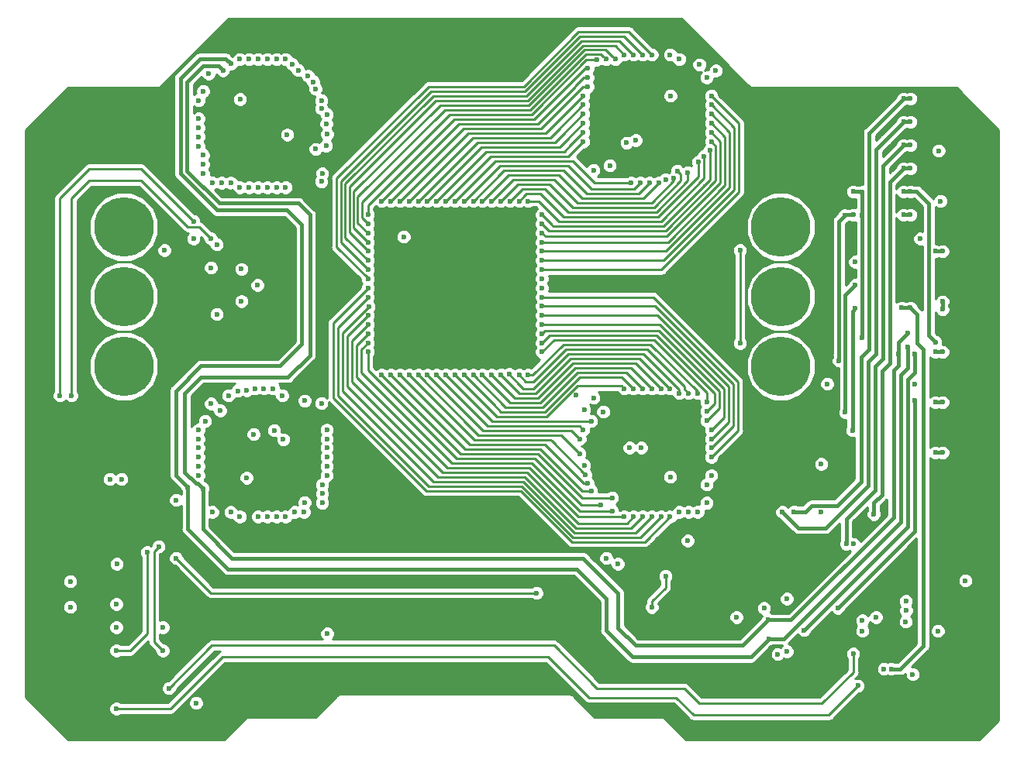
<source format=gbr>
G04 #@! TF.GenerationSoftware,KiCad,Pcbnew,(5.0.0-3-g5ebb6b6)*
G04 #@! TF.CreationDate,2020-03-04T16:44:46-05:00*
G04 #@! TF.ProjectId,Selection Interface,53656C656374696F6E20496E74657266,rev?*
G04 #@! TF.SameCoordinates,Original*
G04 #@! TF.FileFunction,Copper,L2,Inr,Signal*
G04 #@! TF.FilePolarity,Positive*
%FSLAX46Y46*%
G04 Gerber Fmt 4.6, Leading zero omitted, Abs format (unit mm)*
G04 Created by KiCad (PCBNEW (5.0.0-3-g5ebb6b6)) date Wednesday, March 04, 2020 at 04:44:46 PM*
%MOMM*%
%LPD*%
G01*
G04 APERTURE LIST*
G04 #@! TA.AperFunction,ViaPad*
%ADD10C,6.502400*%
G04 #@! TD*
G04 #@! TA.AperFunction,ViaPad*
%ADD11C,0.600000*%
G04 #@! TD*
G04 #@! TA.AperFunction,Conductor*
%ADD12C,0.400000*%
G04 #@! TD*
G04 #@! TA.AperFunction,Conductor*
%ADD13C,0.254000*%
G04 #@! TD*
G04 APERTURE END LIST*
D10*
G04 #@! TO.N,N/C*
G04 #@! TO.C,MH1*
X163830000Y-93345000D03*
G04 #@! TD*
G04 #@! TO.N,N/C*
G04 #@! TO.C,MH2*
X163830000Y-100965000D03*
G04 #@! TD*
G04 #@! TO.N,N/C*
G04 #@! TO.C,MH3*
X163830000Y-108585000D03*
G04 #@! TD*
G04 #@! TO.N,N/C*
G04 #@! TO.C,MH5*
X235585000Y-100965000D03*
G04 #@! TD*
G04 #@! TO.N,N/C*
G04 #@! TO.C,MH6*
X235585000Y-108585000D03*
G04 #@! TD*
G04 #@! TO.N,N/C*
G04 #@! TO.C,MH4*
X235585000Y-93345000D03*
G04 #@! TD*
D11*
G04 #@! TO.N,GND*
X155040000Y-127460000D03*
X155040000Y-124960000D03*
X155040000Y-122460000D03*
X155040000Y-119960000D03*
X155040000Y-117460000D03*
X155040000Y-114960000D03*
X155040000Y-112460000D03*
X155040000Y-109960000D03*
X155040000Y-132460000D03*
X155040000Y-129960000D03*
X155040000Y-142460000D03*
X155040000Y-139960000D03*
X155040000Y-137460000D03*
X155040000Y-134960000D03*
X155040000Y-107460000D03*
X155040000Y-104960000D03*
X155040000Y-102460000D03*
X155040000Y-99960000D03*
X155040000Y-97460000D03*
X155040000Y-94960000D03*
X244979941Y-140087421D03*
X234500000Y-133369790D03*
X242500000Y-121250000D03*
X172499000Y-77500100D03*
X227501000Y-122500000D03*
X174500000Y-124501000D03*
X228000000Y-119500000D03*
X177500000Y-125000000D03*
X225500000Y-74999200D03*
X172000000Y-80500000D03*
X222500000Y-74500000D03*
X232410000Y-104775000D03*
X238760000Y-104775000D03*
X160655000Y-104775000D03*
X167005000Y-104775000D03*
X167005000Y-97155000D03*
X160655000Y-97155000D03*
X232410000Y-97155000D03*
X238760000Y-97155000D03*
X229870000Y-97155000D03*
X229870000Y-104775000D03*
X229870000Y-102235000D03*
X229870000Y-99695000D03*
X163068000Y-117210000D03*
X169545000Y-97155000D03*
X169545000Y-99060000D03*
X169545000Y-100965000D03*
X179070000Y-119380000D03*
X227330000Y-99695000D03*
X227330000Y-102235000D03*
X181610000Y-88114000D03*
X218440000Y-111936000D03*
X185039000Y-114935000D03*
X249750000Y-94550000D03*
X249000000Y-94550000D03*
X243205000Y-94615000D03*
X232500000Y-144287500D03*
X247000000Y-123712500D03*
X254037500Y-131000000D03*
X254037500Y-127500000D03*
X239000000Y-117711500D03*
X242500000Y-117711500D03*
X237000000Y-121211500D03*
X240500000Y-143500000D03*
X239500000Y-143500000D03*
X224500000Y-135500000D03*
X257287500Y-127500000D03*
X257287500Y-131000000D03*
X200000000Y-132105000D03*
X210160000Y-132105000D03*
X207645000Y-132105000D03*
X205105000Y-132105000D03*
X202565000Y-132105000D03*
X197485000Y-132105000D03*
X194945000Y-132105000D03*
X192405000Y-132105000D03*
X189865000Y-132105000D03*
X187350000Y-132105000D03*
X245750000Y-148287500D03*
X248750000Y-148287500D03*
X251750000Y-148287500D03*
X158750000Y-147955000D03*
X161290000Y-147955000D03*
X163830000Y-147955000D03*
X166370000Y-147955000D03*
X168910000Y-147955000D03*
X155040000Y-92175000D03*
X155040000Y-89635000D03*
X155040000Y-87540000D03*
X155000000Y-85500000D03*
X155000000Y-83500000D03*
X157000000Y-83500000D03*
X157000000Y-81500000D03*
X159000000Y-79500000D03*
X159000000Y-81500000D03*
X161000000Y-81500000D03*
X161000000Y-79500000D03*
X163000000Y-81500000D03*
X163000000Y-79500000D03*
X165000000Y-79500000D03*
X165000000Y-81500000D03*
X167000000Y-81500000D03*
X167000000Y-79500000D03*
X159000000Y-83500000D03*
X161000000Y-83500000D03*
X163000000Y-83500000D03*
X165000000Y-83500000D03*
X167000000Y-83500000D03*
X157000000Y-87500000D03*
X157000000Y-85500000D03*
X159000000Y-85500000D03*
X161000000Y-85500000D03*
X163000000Y-85500000D03*
X165000000Y-85500000D03*
X167000000Y-85500000D03*
X238500000Y-79000000D03*
X236500000Y-79000000D03*
X236500000Y-81000000D03*
X238500000Y-81000000D03*
X184810000Y-132105000D03*
X182245000Y-132080000D03*
X179705000Y-132080000D03*
X194500000Y-75250000D03*
X215265000Y-84201000D03*
X208962500Y-125250000D03*
X208962500Y-75000000D03*
X205462500Y-75250000D03*
X191037500Y-75000000D03*
X194537500Y-124750000D03*
X205462500Y-124750000D03*
X191770000Y-107669000D03*
X200025000Y-73025000D03*
X200025000Y-75565000D03*
X202565000Y-75565000D03*
X202565000Y-73025000D03*
X197485000Y-73025000D03*
X197485000Y-75565000D03*
X200025000Y-124460000D03*
X200025000Y-127000000D03*
X202565000Y-127000000D03*
X202565000Y-124460000D03*
X197485000Y-127000000D03*
X197485000Y-124460000D03*
X169545000Y-102870000D03*
X169545000Y-104775000D03*
X238500000Y-140000000D03*
X179000000Y-137290775D03*
X197485000Y-137160000D03*
X194945000Y-137160000D03*
X174625000Y-132080000D03*
X177165000Y-132080000D03*
X172085000Y-129540000D03*
X170607500Y-138392500D03*
X210185000Y-137160000D03*
X207645000Y-137160000D03*
X205105000Y-137160000D03*
X202565000Y-137160000D03*
X200025000Y-137160000D03*
X191037500Y-125095000D03*
X171450000Y-147955000D03*
X173990000Y-147955000D03*
X202565000Y-143510000D03*
X205105000Y-143510000D03*
X207645000Y-143510000D03*
X200025000Y-143510000D03*
X197485000Y-143510000D03*
X210185000Y-143510000D03*
X194945000Y-143510000D03*
X192405000Y-143510000D03*
X189865000Y-143510000D03*
X184150000Y-145415000D03*
X181610000Y-145415000D03*
X179070000Y-145415000D03*
X255270000Y-122555000D03*
X257175000Y-122555000D03*
X253365000Y-122555000D03*
X232500000Y-123712500D03*
X245500000Y-134000000D03*
X239500000Y-128000000D03*
X238500000Y-128000000D03*
X254000000Y-140000000D03*
X229500000Y-125500000D03*
X254037500Y-134500000D03*
X257287500Y-134500000D03*
X232462500Y-119462500D03*
X219710000Y-136525000D03*
X220980000Y-137795000D03*
X219710000Y-134620000D03*
X232410000Y-83820000D03*
X232410000Y-85725000D03*
X233680000Y-114935000D03*
X237490000Y-114935000D03*
X235585000Y-114935000D03*
G04 #@! TO.N,BT1_RX*
X244500000Y-137500000D03*
X171732000Y-145383000D03*
G04 #@! TO.N,BT1_TX*
X244500000Y-136360000D03*
X186055000Y-137795000D03*
G04 #@! TO.N,D18*
X201000000Y-90500000D03*
X220246000Y-88500000D03*
X186055000Y-83185000D03*
G04 #@! TO.N,D17*
X200000000Y-90500000D03*
X219246000Y-88500000D03*
X185928000Y-84455000D03*
G04 #@! TO.N,D50*
X198000000Y-109500000D03*
X214000000Y-115500000D03*
X180135000Y-111000000D03*
G04 #@! TO.N,D49*
X199000000Y-109500000D03*
X214884000Y-114554000D03*
X181135000Y-111760000D03*
G04 #@! TO.N,I2C0_SCL*
X185420000Y-88369800D03*
X176682500Y-101447500D03*
X176682500Y-97942500D03*
X235259301Y-140042421D03*
X215138000Y-112014000D03*
X215138000Y-87122000D03*
X185420000Y-112610000D03*
G04 #@! TO.N,I2C0_SDA*
X185501000Y-87498900D03*
X173355000Y-97790000D03*
X173990000Y-102870000D03*
X214122000Y-113284000D03*
X216203000Y-113538000D03*
X216916000Y-86614000D03*
X183586203Y-112336203D03*
X236250000Y-139750000D03*
G04 #@! TO.N,D8*
X190500000Y-92000000D03*
X173501000Y-88500800D03*
X214499000Y-76001100D03*
G04 #@! TO.N,D9*
X192000000Y-90500000D03*
X214499000Y-77000100D03*
X174500000Y-88500800D03*
G04 #@! TO.N,D10*
X193000000Y-90500000D03*
X214500000Y-78000000D03*
X175500000Y-88500000D03*
G04 #@! TO.N,D11*
X194000000Y-90500000D03*
X176500000Y-89000000D03*
X214000000Y-79000000D03*
G04 #@! TO.N,D12*
X195000000Y-90500000D03*
X177500000Y-89000000D03*
X214000000Y-80000000D03*
G04 #@! TO.N,D13*
X178500000Y-89000000D03*
X196000000Y-90500000D03*
X214000000Y-81000000D03*
G04 #@! TO.N,D14*
X179500000Y-89000000D03*
X197000000Y-90500000D03*
X214000000Y-82000000D03*
G04 #@! TO.N,D15*
X198000000Y-90500000D03*
X214000000Y-83000000D03*
X180500000Y-89000000D03*
G04 #@! TO.N,D16*
X199000000Y-90500000D03*
X214000000Y-84000000D03*
X181500000Y-89000000D03*
G04 #@! TO.N,D19*
X202000000Y-90500000D03*
X221246000Y-88500000D03*
X185966000Y-82042000D03*
G04 #@! TO.N,D20*
X203000000Y-90500000D03*
X222246000Y-88500000D03*
X186000000Y-81026000D03*
G04 #@! TO.N,D21*
X204000000Y-90500000D03*
X223901000Y-88011000D03*
X185420000Y-79502000D03*
G04 #@! TO.N,D22*
X205000000Y-90500000D03*
X224282000Y-87203001D03*
X184771000Y-78232000D03*
G04 #@! TO.N,D23*
X206000000Y-90500000D03*
X225425000Y-87376000D03*
X184524246Y-77470000D03*
G04 #@! TO.N,D24*
X207000000Y-90500000D03*
X183952613Y-76835000D03*
X226568000Y-86233000D03*
G04 #@! TO.N,D25*
X208000000Y-90500000D03*
X227203000Y-85598000D03*
X182880000Y-76200000D03*
G04 #@! TO.N,D26*
X209500000Y-92000000D03*
X227838000Y-84963000D03*
X182245000Y-75565000D03*
G04 #@! TO.N,D27*
X209500000Y-93000000D03*
X228000000Y-84000000D03*
X181500000Y-75000000D03*
G04 #@! TO.N,D28*
X228000000Y-83000000D03*
X180500000Y-75000000D03*
X209500000Y-93980000D03*
G04 #@! TO.N,D29*
X209500000Y-95000000D03*
X228000000Y-82000000D03*
X179500000Y-75000000D03*
G04 #@! TO.N,D30*
X209500000Y-96000000D03*
X228000000Y-81000000D03*
X178500000Y-75000000D03*
G04 #@! TO.N,D31*
X209500000Y-97000000D03*
X177500000Y-75000000D03*
X228000000Y-80000000D03*
G04 #@! TO.N,D32*
X209500000Y-98000000D03*
X176500000Y-75000000D03*
X228000000Y-79000000D03*
G04 #@! TO.N,D1*
X190500000Y-99000000D03*
X172000000Y-81500000D03*
X221500000Y-74500000D03*
G04 #@! TO.N,D2*
X190500000Y-98000000D03*
X172000000Y-82500000D03*
X220500000Y-74500000D03*
G04 #@! TO.N,D3*
X190500000Y-97000000D03*
X219500000Y-74500000D03*
X172000000Y-83500000D03*
G04 #@! TO.N,D4*
X190500000Y-96000000D03*
X218500000Y-74500000D03*
X172000000Y-84500000D03*
G04 #@! TO.N,D5*
X190500000Y-95000000D03*
X172500000Y-85500000D03*
X217500000Y-75000000D03*
G04 #@! TO.N,D6*
X190500000Y-94000000D03*
X172504000Y-86497900D03*
X216502000Y-75004200D03*
G04 #@! TO.N,D7*
X215493000Y-75044600D03*
X190500000Y-93000000D03*
X172499000Y-87506900D03*
G04 #@! TO.N,D40*
X226499000Y-111499000D03*
X208000000Y-109500000D03*
X185501000Y-123499000D03*
G04 #@! TO.N,D41*
X207000000Y-109500000D03*
X225500000Y-111499000D03*
X185501000Y-122500000D03*
G04 #@! TO.N,D42*
X205929000Y-109429000D03*
X224500000Y-111500000D03*
X185500000Y-121500000D03*
G04 #@! TO.N,D43*
X223500000Y-111000000D03*
X186000000Y-120500000D03*
X205000000Y-109500000D03*
G04 #@! TO.N,D44*
X222500000Y-111000000D03*
X186000000Y-119500000D03*
X204000000Y-109500000D03*
G04 #@! TO.N,D45*
X221500000Y-111000000D03*
X186000000Y-118500000D03*
X203000000Y-109500000D03*
G04 #@! TO.N,D46*
X220500000Y-111000000D03*
X186000000Y-117500000D03*
X202000000Y-109500000D03*
G04 #@! TO.N,D47*
X219500000Y-111000000D03*
X186000000Y-116500000D03*
X201000000Y-109500000D03*
G04 #@! TO.N,D48*
X218500000Y-111000000D03*
X186000000Y-115500000D03*
X200000000Y-109500000D03*
G04 #@! TO.N,D51*
X213619000Y-116500000D03*
X197000000Y-109500000D03*
X179135000Y-111000000D03*
G04 #@! TO.N,D52*
X196000000Y-109500000D03*
X213614000Y-118110000D03*
X178135000Y-111000000D03*
G04 #@! TO.N,D53*
X195000000Y-109500000D03*
X214249000Y-120396000D03*
X177250000Y-111210000D03*
G04 #@! TO.N,D54*
X194000000Y-109500000D03*
X214503000Y-121354643D03*
X176276000Y-111252000D03*
G04 #@! TO.N,D55*
X193000000Y-109500000D03*
X214884000Y-122174000D03*
X175264000Y-111760000D03*
G04 #@! TO.N,D56*
X192000000Y-109500000D03*
X217170000Y-122936000D03*
X174371000Y-113411000D03*
G04 #@! TO.N,D57*
X190500000Y-107000000D03*
X215900000Y-123698000D03*
X173355000Y-112649000D03*
G04 #@! TO.N,D58*
X190500000Y-106000000D03*
X217170000Y-124372999D03*
X172720000Y-114554000D03*
G04 #@! TO.N,D59*
X218500000Y-125000000D03*
X172000000Y-115500000D03*
X190500000Y-105000000D03*
G04 #@! TO.N,D60*
X219500000Y-125000000D03*
X172000000Y-116500000D03*
X190500000Y-104000000D03*
G04 #@! TO.N,D61*
X190503000Y-103006000D03*
X220500000Y-125000000D03*
X172000000Y-117500000D03*
G04 #@! TO.N,D62*
X190571000Y-102071000D03*
X221500000Y-125000000D03*
X172000000Y-118500000D03*
G04 #@! TO.N,D63*
X222500000Y-125000000D03*
X172000000Y-119500000D03*
X190500000Y-101000000D03*
G04 #@! TO.N,D64*
X223500000Y-125000000D03*
X172000000Y-120500000D03*
X190500000Y-100000000D03*
G04 #@! TO.N,D33*
X228000000Y-118500000D03*
X178500000Y-125000000D03*
X209500000Y-101000000D03*
G04 #@! TO.N,D34*
X228000000Y-117500000D03*
X179500000Y-125000000D03*
X209500000Y-102000000D03*
G04 #@! TO.N,D35*
X228000000Y-116500000D03*
X180500000Y-125000000D03*
X209500000Y-103000000D03*
G04 #@! TO.N,D36*
X228000000Y-115500000D03*
X181500000Y-125000000D03*
X209500000Y-104000000D03*
G04 #@! TO.N,D37*
X227500000Y-114500000D03*
X182500000Y-124500000D03*
X209500000Y-105000000D03*
G04 #@! TO.N,D38*
X227496000Y-113502000D03*
X183498000Y-124496000D03*
X209500000Y-106000000D03*
G04 #@! TO.N,D39*
X227501000Y-112493000D03*
X209500000Y-107000000D03*
X183581000Y-123444000D03*
G04 #@! TO.N,VDDD*
X194400000Y-94400000D03*
X178000000Y-116000000D03*
X255750000Y-132000000D03*
X172500000Y-78500000D03*
X224500000Y-75000000D03*
X227500000Y-121500000D03*
X175500000Y-124500000D03*
X178435000Y-99695000D03*
X223012000Y-88138000D03*
X185420000Y-80391000D03*
X214122000Y-119380000D03*
X177250000Y-120750000D03*
X249250000Y-134250000D03*
G04 #@! TO.N,SWDIO5*
X168760000Y-143760000D03*
X243500000Y-140000000D03*
G04 #@! TO.N,SWDCLK5*
X163020000Y-146000000D03*
X244000000Y-143500000D03*
G04 #@! TO.N,DD1*
X234281839Y-138369790D03*
X243500000Y-89470000D03*
X175500000Y-75500000D03*
X252500000Y-96000000D03*
X253250000Y-96000000D03*
X244475000Y-89535000D03*
X244475000Y-92075000D03*
X250825000Y-94615000D03*
X244475000Y-105410000D03*
X170815000Y-121793000D03*
X249428000Y-106426000D03*
G04 #@! TO.N,SS1*
X228500000Y-76250000D03*
X230750000Y-136000000D03*
X224500000Y-124500000D03*
X249750000Y-89470000D03*
X249000000Y-89470000D03*
X252820000Y-85000000D03*
X252476000Y-105918000D03*
X250190000Y-107188000D03*
X238125000Y-137414000D03*
G04 #@! TO.N,DD2*
X243500000Y-92010000D03*
X253250000Y-101500000D03*
X234197781Y-136292219D03*
X242570000Y-92075000D03*
X253250000Y-102350000D03*
X172466000Y-121920000D03*
X174653900Y-76228900D03*
X241935000Y-107950000D03*
X249428000Y-104902000D03*
X248412000Y-107188000D03*
G04 #@! TO.N,SS2*
X249000000Y-92010000D03*
X249750000Y-92010000D03*
X225498000Y-124496000D03*
X227496000Y-77002100D03*
X253035000Y-90500000D03*
X250190000Y-112268000D03*
X233750000Y-135000000D03*
X241825000Y-134984000D03*
G04 #@! TO.N,IO1*
X249750000Y-86930000D03*
X249000000Y-86930000D03*
X245740000Y-124725000D03*
X249228000Y-136487000D03*
G04 #@! TO.N,IO2*
X249750000Y-84390000D03*
X249000000Y-84390000D03*
X243500000Y-128000000D03*
X242750000Y-128000000D03*
G04 #@! TO.N,IO3*
X249750000Y-81850000D03*
X249000000Y-81850000D03*
X235750000Y-124500000D03*
X235750000Y-124500000D03*
G04 #@! TO.N,IO4*
X249750000Y-79310000D03*
X249000000Y-79310000D03*
X237000000Y-124500000D03*
G04 #@! TO.N,SWDIO2*
X184777000Y-84807600D03*
X171450000Y-94615000D03*
X163020000Y-134570000D03*
G04 #@! TO.N,SWDCLK2*
X181675000Y-83250000D03*
X171450000Y-92710000D03*
X157988000Y-134874000D03*
X156845000Y-111760000D03*
G04 #@! TO.N,SWDIO4*
X168100000Y-139650000D03*
X181250000Y-116565000D03*
X167640000Y-128270000D03*
G04 #@! TO.N,SWDCLK4*
X163020000Y-139650000D03*
X180250000Y-115570000D03*
X166370000Y-128905000D03*
G04 #@! TO.N,XRES*
X236263400Y-133980400D03*
X226507000Y-124501000D03*
X231140000Y-106045000D03*
X231140000Y-95885000D03*
X225425000Y-127635000D03*
X162306000Y-120904000D03*
X163576000Y-120904000D03*
X168275000Y-95885000D03*
X176530000Y-79375000D03*
X223520000Y-120650000D03*
X223530000Y-78994000D03*
X169545000Y-123190000D03*
X169545000Y-129540000D03*
X208915000Y-133350000D03*
G04 #@! TO.N,SWDIO1*
X218750000Y-84130000D03*
X173990000Y-95250000D03*
X163070000Y-130175000D03*
G04 #@! TO.N,SWDCLK1*
X219750000Y-83860000D03*
X173355000Y-94615000D03*
X157988000Y-132080000D03*
X158115000Y-111760000D03*
G04 #@! TO.N,SWDIO3*
X168100000Y-137110000D03*
X217805000Y-130175000D03*
X220345000Y-117475000D03*
G04 #@! TO.N,SWDCLK3*
X163020000Y-137110000D03*
X216535000Y-129540000D03*
X219075000Y-117475000D03*
G04 #@! TO.N,VDDA_M1*
X223500000Y-74500000D03*
G04 #@! TO.N,VCCD_M1*
X226700000Y-75587400D03*
G04 #@! TO.N,VDDA_M3*
X228000000Y-120500000D03*
G04 #@! TO.N,VCCD_M3*
X227501000Y-123499000D03*
G04 #@! TO.N,VDDA_M4*
X176500000Y-125000000D03*
G04 #@! TO.N,VCCD_M4*
X173501000Y-124501000D03*
G04 #@! TO.N,VDDA_M2*
X172000000Y-79500000D03*
G04 #@! TO.N,VCCD_M2*
X173101000Y-76581000D03*
G04 #@! TO.N,VCCA_C1*
X240000000Y-124500000D03*
X240000000Y-119249000D03*
G04 #@! TO.N,USBDP_C1*
X246000000Y-136000000D03*
X252750000Y-137500000D03*
G04 #@! TO.N,USBDM_C1*
X250005000Y-142245000D03*
X249301000Y-135271000D03*
G04 #@! TO.N,SolutionGate_Socket*
X253250000Y-118000000D03*
X209500000Y-100000000D03*
X243705000Y-102243000D03*
X252500000Y-118000000D03*
X243405001Y-115570000D03*
G04 #@! TO.N,LocalGates_Socket*
X252500000Y-112500000D03*
X253250000Y-112500000D03*
X209500000Y-99000000D03*
X243705000Y-99703000D03*
X242635001Y-113599999D03*
G04 #@! TO.N,BackGate_Socket*
X253250000Y-107000000D03*
X243705000Y-97163000D03*
X252500000Y-107000000D03*
X213250000Y-111750000D03*
X213250000Y-111750000D03*
X250190000Y-110490000D03*
X240665000Y-110490000D03*
G04 #@! TO.N,AMP1_VOUT*
X223000000Y-131500000D03*
X221500000Y-134890000D03*
G04 #@! TO.N,Gate*
X249750000Y-102170000D03*
X248817000Y-102170000D03*
X247650000Y-141646000D03*
X246854000Y-141646000D03*
G04 #@! TD*
D12*
G04 #@! TO.N,GND*
X249750000Y-94550000D02*
X249000000Y-94550000D01*
D13*
G04 #@! TO.N,D18*
X204632375Y-86868000D02*
X201000000Y-90500000D01*
X204886375Y-86614000D02*
X204632375Y-86868000D01*
X212344000Y-86614000D02*
X204886375Y-86614000D01*
X214884000Y-89154000D02*
X212344000Y-86614000D01*
X219592000Y-89154000D02*
X214884000Y-89154000D01*
X220246000Y-88500000D02*
X219592000Y-89154000D01*
G04 #@! TO.N,D17*
X212852000Y-86106000D02*
X204394192Y-86106000D01*
X204140192Y-86360000D02*
X200000000Y-90500000D01*
X204394192Y-86106000D02*
X204140192Y-86360000D01*
X215246000Y-88500000D02*
X212852000Y-86106000D01*
X219246000Y-88500000D02*
X215246000Y-88500000D01*
G04 #@! TO.N,D50*
X213614000Y-115114000D02*
X214000000Y-115500000D01*
X213562000Y-115062000D02*
X213614000Y-115114000D01*
X203562000Y-115062000D02*
X213562000Y-115062000D01*
X198000000Y-109500000D02*
X203562000Y-115062000D01*
G04 #@! TO.N,D49*
X212344000Y-114554000D02*
X214884000Y-114554000D01*
X204054000Y-114554000D02*
X212344000Y-114554000D01*
X199000000Y-109500000D02*
X204054000Y-114554000D01*
G04 #@! TO.N,D8*
X208661000Y-81534000D02*
X214193900Y-76001100D01*
X199966000Y-81534000D02*
X208661000Y-81534000D01*
X214193900Y-76001100D02*
X214499000Y-76001100D01*
X190500000Y-91000000D02*
X199966000Y-81534000D01*
X190500000Y-92000000D02*
X190500000Y-91000000D01*
G04 #@! TO.N,D9*
X200406000Y-82094000D02*
X192000000Y-90500000D01*
X200458000Y-82042000D02*
X200406000Y-82094000D01*
X209042000Y-82042000D02*
X200458000Y-82042000D01*
X213106000Y-77978000D02*
X209042000Y-82042000D01*
X213106000Y-77968836D02*
X213106000Y-77978000D01*
X214074736Y-77000100D02*
X213106000Y-77968836D01*
X214499000Y-77000100D02*
X214074736Y-77000100D01*
G04 #@! TO.N,D10*
X200950000Y-82550000D02*
X200660000Y-82840000D01*
X209449771Y-82550000D02*
X200950000Y-82550000D01*
X210211771Y-81788000D02*
X209449771Y-82550000D01*
X200660000Y-82840000D02*
X193000000Y-90500000D01*
X214000000Y-78000000D02*
X210211771Y-81788000D01*
X214500000Y-78000000D02*
X214000000Y-78000000D01*
G04 #@! TO.N,D11*
X200934000Y-83566000D02*
X194000000Y-90500000D01*
X201442000Y-83058000D02*
X200934000Y-83566000D01*
X209941926Y-83058000D02*
X201442000Y-83058000D01*
X210566000Y-82433926D02*
X209941926Y-83058000D01*
X214000000Y-79000000D02*
X210566000Y-82433926D01*
G04 #@! TO.N,D12*
X201426000Y-84074000D02*
X195000000Y-90500000D01*
X211074000Y-82926075D02*
X210434075Y-83566000D01*
X201934000Y-83566000D02*
X201426000Y-84074000D01*
X210434075Y-83566000D02*
X201934000Y-83566000D01*
X214000000Y-80000000D02*
X211074000Y-82926075D01*
G04 #@! TO.N,D13*
X202426000Y-84074000D02*
X201918000Y-84582000D01*
X210926207Y-84074000D02*
X202426000Y-84074000D01*
X211688207Y-83312000D02*
X210926207Y-84074000D01*
X201918000Y-84582000D02*
X196000000Y-90500000D01*
X214000000Y-81000000D02*
X211688207Y-83312000D01*
G04 #@! TO.N,D14*
X202664000Y-84836000D02*
X197000000Y-90500000D01*
X202918000Y-84582000D02*
X202664000Y-84836000D01*
X211417674Y-84582000D02*
X202918000Y-84582000D01*
X212179674Y-83820000D02*
X211417674Y-84582000D01*
X214000000Y-82000000D02*
X212179674Y-83820000D01*
G04 #@! TO.N,D15*
X203156000Y-85344000D02*
X198000000Y-90500000D01*
X203410000Y-85090000D02*
X203156000Y-85344000D01*
X211909812Y-85090000D02*
X203410000Y-85090000D01*
X212598000Y-84401812D02*
X211909812Y-85090000D01*
X214000000Y-83000000D02*
X212598000Y-84401812D01*
G04 #@! TO.N,D16*
X203902000Y-85598000D02*
X203648000Y-85852000D01*
X212401952Y-85598000D02*
X203902000Y-85598000D01*
X213163952Y-84836000D02*
X212401952Y-85598000D01*
X203648000Y-85852000D02*
X199000000Y-90500000D01*
X214000000Y-84000000D02*
X213163952Y-84836000D01*
G04 #@! TO.N,D19*
X211872400Y-87122000D02*
X205377635Y-87122000D01*
X205123635Y-87376000D02*
X202000000Y-90500000D01*
X220084000Y-89662000D02*
X214412400Y-89662000D01*
X205377635Y-87122000D02*
X205123635Y-87376000D01*
X214412400Y-89662000D02*
X211872400Y-87122000D01*
X221246000Y-88500000D02*
X220084000Y-89662000D01*
G04 #@! TO.N,D20*
X205740000Y-87759815D02*
X203000000Y-90500000D01*
X205869815Y-87630000D02*
X205740000Y-87759815D01*
X211328000Y-87630000D02*
X205869815Y-87630000D01*
X213868000Y-90170000D02*
X211328000Y-87630000D01*
X220576000Y-90170000D02*
X213868000Y-90170000D01*
X222246000Y-88500000D02*
X220576000Y-90170000D01*
G04 #@! TO.N,D21*
X206362000Y-88138000D02*
X206248000Y-88252000D01*
X206248000Y-88252000D02*
X204000000Y-90500000D01*
X210820000Y-88138000D02*
X206362000Y-88138000D01*
X213360000Y-90678000D02*
X210820000Y-88138000D01*
X221488000Y-90678000D02*
X213360000Y-90678000D01*
X223901000Y-88265000D02*
X221488000Y-90678000D01*
X223901000Y-88011000D02*
X223901000Y-88265000D01*
G04 #@! TO.N,D22*
X224663000Y-87584001D02*
X224282000Y-87203001D01*
X224663000Y-88265000D02*
X224663000Y-87584001D01*
X212852000Y-91186000D02*
X221742000Y-91186000D01*
X206854000Y-88646000D02*
X210312000Y-88646000D01*
X221742000Y-91186000D02*
X224663000Y-88265000D01*
X210312000Y-88646000D02*
X212852000Y-91186000D01*
X205000000Y-90500000D02*
X206854000Y-88646000D01*
G04 #@! TO.N,D23*
X225425000Y-88265000D02*
X225425000Y-87376000D01*
X221996000Y-91694000D02*
X225425000Y-88265000D01*
X212344000Y-91694000D02*
X221996000Y-91694000D01*
X209804000Y-89154000D02*
X212344000Y-91694000D01*
X207346000Y-89154000D02*
X209804000Y-89154000D01*
X206000000Y-90500000D02*
X207346000Y-89154000D01*
G04 #@! TO.N,D24*
X226568000Y-86233000D02*
X226568000Y-86233000D01*
X207518000Y-89982000D02*
X207000000Y-90500000D01*
X207838000Y-89662000D02*
X207518000Y-89982000D01*
X209296000Y-89662000D02*
X207838000Y-89662000D01*
X211836000Y-92202000D02*
X209296000Y-89662000D01*
X222224466Y-92202000D02*
X211836000Y-92202000D01*
X226568000Y-87858466D02*
X222224466Y-92202000D01*
X226568000Y-86233000D02*
X226568000Y-87858466D01*
G04 #@! TO.N,D25*
X222504000Y-92710000D02*
X211328000Y-92710000D01*
X209118000Y-90500000D02*
X208788000Y-90500000D01*
X211328000Y-92710000D02*
X209118000Y-90500000D01*
X208788000Y-90500000D02*
X208000000Y-90500000D01*
X227203000Y-88011000D02*
X222504000Y-92710000D01*
X227203000Y-85598000D02*
X227203000Y-88011000D01*
G04 #@! TO.N,D26*
X227838000Y-88138000D02*
X226822000Y-89154000D01*
X227838000Y-86868000D02*
X227838000Y-88138000D01*
X226822000Y-89154000D02*
X227209081Y-88766919D01*
X227838000Y-84963000D02*
X227838000Y-86868000D01*
X227838000Y-86868000D02*
X227838000Y-87636081D01*
X210718000Y-93218000D02*
X210566000Y-93066000D01*
X210566000Y-93066000D02*
X209500000Y-92000000D01*
X222758000Y-93218000D02*
X210718000Y-93218000D01*
X226822000Y-89154000D02*
X222758000Y-93218000D01*
G04 #@! TO.N,D27*
X210226000Y-93726000D02*
X209500000Y-93000000D01*
X228494910Y-84494910D02*
X228494910Y-88243090D01*
X223012000Y-93726000D02*
X210226000Y-93726000D01*
X228494910Y-88243090D02*
X223012000Y-93726000D01*
X228000000Y-84000000D02*
X228494910Y-84494910D01*
G04 #@! TO.N,D28*
X223139000Y-94361000D02*
X209881000Y-94361000D01*
X229000000Y-88500000D02*
X223139000Y-94361000D01*
X229000000Y-84000000D02*
X229000000Y-88500000D01*
X209881000Y-94361000D02*
X209500000Y-93980000D01*
X228000000Y-83000000D02*
X229000000Y-84000000D01*
G04 #@! TO.N,D29*
X229500000Y-83500000D02*
X228000000Y-82000000D01*
X229500000Y-88762000D02*
X229500000Y-83500000D01*
X223262000Y-95000000D02*
X229500000Y-88762000D01*
X209500000Y-95000000D02*
X223262000Y-95000000D01*
G04 #@! TO.N,D30*
X223024000Y-96000000D02*
X209500000Y-96000000D01*
X230000000Y-89024000D02*
X223024000Y-96000000D01*
X230000000Y-83000000D02*
X230000000Y-89024000D01*
X228000000Y-81000000D02*
X230000000Y-83000000D01*
G04 #@! TO.N,D31*
X230500000Y-82500000D02*
X228000000Y-80000000D01*
X230500000Y-89286000D02*
X230500000Y-82500000D01*
X222786000Y-97000000D02*
X230500000Y-89286000D01*
X209500000Y-97000000D02*
X222786000Y-97000000D01*
G04 #@! TO.N,D32*
X231000000Y-82000000D02*
X228000000Y-79000000D01*
X231000000Y-89548000D02*
X231000000Y-82000000D01*
X222548000Y-98000000D02*
X231000000Y-89548000D01*
X209500000Y-98000000D02*
X222548000Y-98000000D01*
G04 #@! TO.N,D1*
X190500000Y-98932700D02*
X190500000Y-99000000D01*
X187086000Y-87996000D02*
X187086000Y-95518300D01*
X197104000Y-77978000D02*
X187086000Y-87996000D01*
X213500000Y-72000000D02*
X207522000Y-77978000D01*
X219000000Y-72000000D02*
X213500000Y-72000000D01*
X187086000Y-95518300D02*
X190500000Y-98932700D01*
X207522000Y-77978000D02*
X197104000Y-77978000D01*
X221500000Y-74500000D02*
X219000000Y-72000000D01*
G04 #@! TO.N,D2*
X187543000Y-95042800D02*
X190500000Y-98000000D01*
X187543000Y-88301000D02*
X187543000Y-95042800D01*
X197358000Y-78486000D02*
X187543000Y-88301000D01*
X220500000Y-74500000D02*
X218500000Y-72500000D01*
X207660366Y-78486000D02*
X197358000Y-78486000D01*
X208534000Y-77612366D02*
X207660366Y-78486000D01*
X213647000Y-72500000D02*
X208534000Y-77612366D01*
X218500000Y-72500000D02*
X213647000Y-72500000D01*
G04 #@! TO.N,D3*
X188000000Y-89194000D02*
X188000000Y-94500000D01*
X187997010Y-88608990D02*
X187997010Y-89191010D01*
X188000000Y-94500000D02*
X190500000Y-97000000D01*
X197612000Y-78994000D02*
X187997010Y-88608990D01*
X207799000Y-78994000D02*
X197612000Y-78994000D01*
X187997010Y-89191010D02*
X188000000Y-89194000D01*
X213793000Y-73000000D02*
X207799000Y-78994000D01*
X218000000Y-73000000D02*
X213793000Y-73000000D01*
X219500000Y-74500000D02*
X218000000Y-73000000D01*
G04 #@! TO.N,D4*
X188457000Y-88911000D02*
X188457000Y-93957200D01*
X197866000Y-79502000D02*
X188457000Y-88911000D01*
X188457000Y-93957200D02*
X190500000Y-96000000D01*
X207938000Y-79502000D02*
X197866000Y-79502000D01*
X213940000Y-73500000D02*
X207938000Y-79502000D01*
X217500000Y-73500000D02*
X213940000Y-73500000D01*
X218500000Y-74500000D02*
X217500000Y-73500000D01*
G04 #@! TO.N,D5*
X188914000Y-93414400D02*
X190500000Y-95000000D01*
X188914000Y-89470000D02*
X188914000Y-93414400D01*
X198374000Y-80010000D02*
X188914000Y-89470000D01*
X208076037Y-80010000D02*
X198374000Y-80010000D01*
X208788000Y-79298037D02*
X208076037Y-80010000D01*
X216457000Y-73957200D02*
X214129000Y-73957200D01*
X214129000Y-73957200D02*
X208788000Y-79298037D01*
X217200000Y-74700000D02*
X216457000Y-73957200D01*
X217500000Y-75000000D02*
X217200000Y-74700000D01*
G04 #@! TO.N,D6*
X216202000Y-74704200D02*
X216502000Y-75004200D01*
X208534000Y-80199047D02*
X214319000Y-74414400D01*
X208215047Y-80518000D02*
X208534000Y-80199047D01*
X198912000Y-80518000D02*
X208215047Y-80518000D01*
X189372000Y-90058000D02*
X198912000Y-80518000D01*
X215912000Y-74414400D02*
X216202000Y-74704200D01*
X189372000Y-92871600D02*
X189372000Y-90058000D01*
X214319000Y-74414400D02*
X215912000Y-74414400D01*
X190500000Y-94000000D02*
X189372000Y-92871600D01*
G04 #@! TO.N,D7*
X214335000Y-75044600D02*
X215493000Y-75044600D01*
X208353938Y-81026000D02*
X208861938Y-80518000D01*
X199390000Y-81026000D02*
X208353938Y-81026000D01*
X189829000Y-90587000D02*
X199390000Y-81026000D01*
X189829000Y-92328800D02*
X189829000Y-90587000D01*
X208861938Y-80518000D02*
X214335000Y-75044600D01*
X190500000Y-93000000D02*
X189829000Y-92328800D01*
G04 #@! TO.N,D40*
X226499000Y-111321000D02*
X226499000Y-111499000D01*
X221350000Y-106172000D02*
X226499000Y-111321000D01*
X211836000Y-106172000D02*
X221350000Y-106172000D01*
X208508000Y-109500000D02*
X211836000Y-106172000D01*
X208000000Y-109500000D02*
X208508000Y-109500000D01*
G04 #@! TO.N,D41*
X225044000Y-111043000D02*
X225500000Y-111499000D01*
X212109290Y-106680000D02*
X220980000Y-106680000D01*
X220980000Y-106680000D02*
X225044000Y-110744000D01*
X208553290Y-110236000D02*
X212109290Y-106680000D01*
X225044000Y-110744000D02*
X225044000Y-111043000D01*
X207736000Y-110236000D02*
X208553290Y-110236000D01*
X207000000Y-109500000D02*
X207736000Y-110236000D01*
G04 #@! TO.N,D42*
X206990000Y-110490000D02*
X205929000Y-109429000D01*
X207498000Y-110998000D02*
X206990000Y-110490000D01*
X220612264Y-107188000D02*
X212344000Y-107188000D01*
X224500000Y-111500000D02*
X224500000Y-111075736D01*
X212344000Y-107188000D02*
X208534000Y-110998000D01*
X224500000Y-111075736D02*
X220612264Y-107188000D01*
X208534000Y-110998000D02*
X207498000Y-110998000D01*
G04 #@! TO.N,D43*
X220704000Y-108204000D02*
X223500000Y-111000000D01*
X220196000Y-107696000D02*
X220704000Y-108204000D01*
X208788000Y-111506000D02*
X212598000Y-107696000D01*
X212598000Y-107696000D02*
X220196000Y-107696000D01*
X207010000Y-111506000D02*
X208788000Y-111506000D01*
X206252000Y-110748000D02*
X207010000Y-111506000D01*
X206248000Y-110748000D02*
X206252000Y-110748000D01*
X205000000Y-109500000D02*
X206248000Y-110748000D01*
G04 #@! TO.N,D44*
X209042000Y-112014000D02*
X206514000Y-112014000D01*
X206514000Y-112014000D02*
X205752000Y-111252000D01*
X212852000Y-108204000D02*
X209042000Y-112014000D01*
X205752000Y-111252000D02*
X204000000Y-109500000D01*
X219704000Y-108204000D02*
X212852000Y-108204000D01*
X222500000Y-111000000D02*
X219704000Y-108204000D01*
G04 #@! TO.N,D45*
X213106000Y-108712000D02*
X219212000Y-108712000D01*
X209296000Y-112522000D02*
X213106000Y-108712000D01*
X219212000Y-108712000D02*
X221500000Y-111000000D01*
X206022000Y-112522000D02*
X209296000Y-112522000D01*
X203000000Y-109500000D02*
X206022000Y-112522000D01*
G04 #@! TO.N,D46*
X213360000Y-109220000D02*
X218720000Y-109220000D01*
X209550000Y-113030000D02*
X213360000Y-109220000D01*
X218720000Y-109220000D02*
X220500000Y-111000000D01*
X205530000Y-113030000D02*
X209550000Y-113030000D01*
X202000000Y-109500000D02*
X205530000Y-113030000D01*
G04 #@! TO.N,D47*
X205038000Y-113538000D02*
X204216000Y-112716000D01*
X209804000Y-113538000D02*
X205038000Y-113538000D01*
X213614000Y-109728000D02*
X209804000Y-113538000D01*
X204216000Y-112716000D02*
X201000000Y-109500000D01*
X218228000Y-109728000D02*
X213614000Y-109728000D01*
X219500000Y-111000000D02*
X218228000Y-109728000D01*
G04 #@! TO.N,D48*
X218200000Y-110700000D02*
X218500000Y-111000000D01*
X213367000Y-110700000D02*
X218200000Y-110700000D01*
X210021000Y-114046000D02*
X213367000Y-110700000D01*
X204546000Y-114046000D02*
X210021000Y-114046000D01*
X200000000Y-109500000D02*
X204546000Y-114046000D01*
G04 #@! TO.N,D51*
X202054000Y-114554000D02*
X197000000Y-109500000D01*
X203070000Y-115570000D02*
X202054000Y-114554000D01*
X212689000Y-115570000D02*
X203070000Y-115570000D01*
X213619000Y-116500000D02*
X212689000Y-115570000D01*
G04 #@! TO.N,D52*
X201816000Y-115316000D02*
X196000000Y-109500000D01*
X202578000Y-116078000D02*
X201816000Y-115316000D01*
X211582000Y-116078000D02*
X202578000Y-116078000D01*
X213614000Y-118110000D02*
X211582000Y-116078000D01*
G04 #@! TO.N,D53*
X210566000Y-116713000D02*
X214249000Y-120396000D01*
X210439000Y-116586000D02*
X210566000Y-116713000D01*
X202086000Y-116586000D02*
X210439000Y-116586000D01*
X195000000Y-109500000D02*
X202086000Y-116586000D01*
G04 #@! TO.N,D54*
X200578000Y-116078000D02*
X194000000Y-109500000D01*
X201594000Y-117094000D02*
X200578000Y-116078000D01*
X209804000Y-117094000D02*
X201594000Y-117094000D01*
X214064643Y-121354643D02*
X209804000Y-117094000D01*
X214503000Y-121354643D02*
X214064643Y-121354643D01*
G04 #@! TO.N,D55*
X200340000Y-116840000D02*
X193000000Y-109500000D01*
X201102000Y-117602000D02*
X200340000Y-116840000D01*
X209352000Y-117602000D02*
X201102000Y-117602000D01*
X213924000Y-122174000D02*
X209352000Y-117602000D01*
X214884000Y-122174000D02*
X213924000Y-122174000D01*
G04 #@! TO.N,D56*
X216745736Y-122936000D02*
X217170000Y-122936000D01*
X199848000Y-117348000D02*
X192000000Y-109500000D01*
X200610000Y-118110000D02*
X199848000Y-117348000D01*
X209042000Y-118110000D02*
X200610000Y-118110000D01*
X213868000Y-122936000D02*
X209042000Y-118110000D01*
X217170000Y-122936000D02*
X213868000Y-122936000D01*
G04 #@! TO.N,D57*
X200152000Y-118618000D02*
X190500000Y-108966000D01*
X208702000Y-118618000D02*
X200152000Y-118618000D01*
X190500000Y-108966000D02*
X190500000Y-108712000D01*
X213782000Y-123698000D02*
X208702000Y-118618000D01*
X190500000Y-108712000D02*
X190500000Y-107000000D01*
X215900000Y-123698000D02*
X213782000Y-123698000D01*
G04 #@! TO.N,D58*
X217257001Y-124372999D02*
X217170000Y-124372999D01*
X189750000Y-106750000D02*
X190500000Y-106000000D01*
X189750000Y-109232000D02*
X189750000Y-106750000D01*
X197612000Y-117094000D02*
X189750000Y-109232000D01*
X208376000Y-119126000D02*
X199635000Y-119126000D01*
X197612000Y-117103000D02*
X197612000Y-117094000D01*
X213622999Y-124372999D02*
X208376000Y-119126000D01*
X199635000Y-119126000D02*
X197612000Y-117103000D01*
X217170000Y-124372999D02*
X213622999Y-124372999D01*
G04 #@! TO.N,D59*
X208134000Y-119634000D02*
X213500000Y-125000000D01*
X189230000Y-109728000D02*
X199136000Y-119634000D01*
X213500000Y-125000000D02*
X218500000Y-125000000D01*
X189230000Y-106270000D02*
X189230000Y-109728000D01*
X199136000Y-119634000D02*
X208134000Y-119634000D01*
X190500000Y-105000000D02*
X189230000Y-106270000D01*
G04 #@! TO.N,D60*
X188722000Y-110236000D02*
X188722000Y-105778000D01*
X198628000Y-120142000D02*
X188722000Y-110236000D01*
X188722000Y-105778000D02*
X190500000Y-104000000D01*
X213480000Y-125730000D02*
X207892000Y-120142000D01*
X218770000Y-125730000D02*
X213480000Y-125730000D01*
X207892000Y-120142000D02*
X198628000Y-120142000D01*
X219500000Y-125000000D02*
X218770000Y-125730000D01*
G04 #@! TO.N,D61*
X219262000Y-126238000D02*
X220500000Y-125000000D01*
X213238000Y-126238000D02*
X219262000Y-126238000D01*
X190503000Y-103006000D02*
X188214000Y-105295000D01*
X198120000Y-120650000D02*
X207650000Y-120650000D01*
X188214000Y-110744000D02*
X198120000Y-120650000D01*
X188214000Y-105295000D02*
X188214000Y-110744000D01*
X207650000Y-120650000D02*
X213238000Y-126238000D01*
G04 #@! TO.N,D62*
X219750000Y-126750000D02*
X221500000Y-125000000D01*
X218694000Y-126750000D02*
X219750000Y-126750000D01*
X218690000Y-126746000D02*
X218694000Y-126750000D01*
X207705000Y-121412000D02*
X213039000Y-126746000D01*
X197612000Y-121158000D02*
X207447067Y-121158000D01*
X187706000Y-104902000D02*
X187706000Y-111252000D01*
X213039000Y-126746000D02*
X218690000Y-126746000D01*
X207447067Y-121158000D02*
X207701067Y-121412000D01*
X190571000Y-102071000D02*
X190271001Y-102370999D01*
X187706000Y-111252000D02*
X197612000Y-121158000D01*
X207701067Y-121412000D02*
X207705000Y-121412000D01*
X190237001Y-102370999D02*
X187706000Y-104902000D01*
X190271001Y-102370999D02*
X190237001Y-102370999D01*
G04 #@! TO.N,D63*
X207313000Y-121666000D02*
X212897000Y-127250000D01*
X212897000Y-127250000D02*
X220250000Y-127250000D01*
X187198000Y-111760000D02*
X197104000Y-121666000D01*
X197104000Y-121666000D02*
X207313000Y-121666000D01*
X187198000Y-104302000D02*
X187198000Y-111760000D01*
X220250000Y-127250000D02*
X222500000Y-125000000D01*
X190500000Y-101000000D02*
X187198000Y-104302000D01*
G04 #@! TO.N,D64*
X186690000Y-103810000D02*
X190500000Y-100000000D01*
X186690000Y-112014000D02*
X186690000Y-103810000D01*
X212762000Y-127762000D02*
X207174000Y-122174000D01*
X207174000Y-122174000D02*
X196850000Y-122174000D01*
X220726000Y-127762000D02*
X212762000Y-127762000D01*
X196850000Y-122174000D02*
X186690000Y-112014000D01*
X220968000Y-127520000D02*
X220726000Y-127762000D01*
X220980000Y-127520000D02*
X220968000Y-127520000D01*
X223500000Y-125000000D02*
X220980000Y-127520000D01*
G04 #@! TO.N,D33*
X220218000Y-101000000D02*
X209500000Y-101000000D01*
X221650000Y-101000000D02*
X220218000Y-101000000D01*
X230886000Y-110236000D02*
X221650000Y-101000000D01*
X230886000Y-115614000D02*
X230886000Y-110236000D01*
X228000000Y-118500000D02*
X230886000Y-115614000D01*
G04 #@! TO.N,D34*
X220472000Y-102000000D02*
X209500000Y-102000000D01*
X230378000Y-110490000D02*
X221888000Y-102000000D01*
X221888000Y-102000000D02*
X220472000Y-102000000D01*
X230378000Y-115122000D02*
X230378000Y-110490000D01*
X228000000Y-117500000D02*
X230378000Y-115122000D01*
G04 #@! TO.N,D35*
X221488000Y-103000000D02*
X209500000Y-103000000D01*
X222126000Y-103000000D02*
X221488000Y-103000000D01*
X229870000Y-110744000D02*
X222126000Y-103000000D01*
X229870000Y-114630000D02*
X229870000Y-110744000D01*
X228000000Y-116500000D02*
X229870000Y-114630000D01*
G04 #@! TO.N,D36*
X229362000Y-114138000D02*
X228000000Y-115500000D01*
X229362000Y-111252000D02*
X229362000Y-111506000D01*
X229362000Y-111506000D02*
X229362000Y-111132066D01*
X229362000Y-111506000D02*
X229362000Y-111760000D01*
X229362000Y-111760000D02*
X229362000Y-114138000D01*
X229362000Y-110998000D02*
X229362000Y-111760000D01*
X222364000Y-104000000D02*
X229362000Y-110998000D01*
X209500000Y-104000000D02*
X222364000Y-104000000D01*
G04 #@! TO.N,D37*
X228854000Y-111252000D02*
X228854000Y-113146000D01*
X222250000Y-104648000D02*
X228854000Y-111252000D01*
X209852000Y-104648000D02*
X222250000Y-104648000D01*
X228854000Y-113146000D02*
X227500000Y-114500000D01*
X209500000Y-105000000D02*
X209852000Y-104648000D01*
G04 #@! TO.N,D38*
X228346000Y-112652000D02*
X227496000Y-113502000D01*
X228346000Y-111506000D02*
X228346000Y-112652000D01*
X210344000Y-105156000D02*
X221996000Y-105156000D01*
X221996000Y-105156000D02*
X228346000Y-111506000D01*
X209500000Y-106000000D02*
X210344000Y-105156000D01*
G04 #@! TO.N,D39*
X210836000Y-105664000D02*
X209500000Y-107000000D01*
X227501000Y-111423000D02*
X221742000Y-105664000D01*
X221742000Y-105664000D02*
X210836000Y-105664000D01*
X227501000Y-112493000D02*
X227501000Y-111423000D01*
G04 #@! TO.N,SWDIO5*
X215515000Y-143760000D02*
X210820000Y-139065000D01*
X225040000Y-143760000D02*
X215515000Y-143760000D01*
X210820000Y-139065000D02*
X173455000Y-139065000D01*
X243500000Y-140000000D02*
X243500000Y-142000000D01*
X173455000Y-139065000D02*
X168760000Y-143760000D01*
X226695000Y-145415000D02*
X225040000Y-143760000D01*
X240085000Y-145415000D02*
X226695000Y-145415000D01*
X243500000Y-142000000D02*
X240085000Y-145415000D01*
G04 #@! TO.N,SWDCLK5*
X226060000Y-146685000D02*
X240815000Y-146685000D01*
X168910000Y-146000000D02*
X174575000Y-140335000D01*
X210185000Y-140335000D02*
X214630000Y-144780000D01*
X214630000Y-144780000D02*
X224155000Y-144780000D01*
X224155000Y-144780000D02*
X226060000Y-146685000D01*
X174575000Y-140335000D02*
X210185000Y-140335000D01*
X240815000Y-146685000D02*
X244000000Y-143500000D01*
X163020000Y-146000000D02*
X168910000Y-146000000D01*
D12*
G04 #@! TO.N,DD1*
X253250000Y-96000000D02*
X252500000Y-96000000D01*
X244475000Y-102235000D02*
X244475000Y-102235000D01*
X244475000Y-89535000D02*
X244475000Y-89535000D01*
X244410000Y-89470000D02*
X244475000Y-89535000D01*
X243500000Y-89470000D02*
X244410000Y-89470000D01*
X244475000Y-89535000D02*
X244475000Y-89535000D01*
X244475000Y-90170000D02*
X244475000Y-89535000D01*
X244475000Y-92075000D02*
X244475000Y-90170000D01*
X244475000Y-105410000D02*
X244475000Y-92075000D01*
X170815000Y-121793000D02*
X170815000Y-121793000D01*
X169500000Y-120478000D02*
X170815000Y-121793000D01*
X172250000Y-108500000D02*
X169500000Y-111250000D01*
X169500000Y-111250000D02*
X169500000Y-120478000D01*
X180910000Y-108500000D02*
X172250000Y-108500000D01*
X183261000Y-93091000D02*
X183261000Y-106149000D01*
X183261000Y-106149000D02*
X180910000Y-108500000D01*
X181670000Y-91500000D02*
X183261000Y-93091000D01*
X174000000Y-91500000D02*
X181670000Y-91500000D01*
X170000000Y-87500000D02*
X174000000Y-91500000D01*
X170000000Y-77071900D02*
X170000000Y-87500000D01*
X172141964Y-74930000D02*
X170000000Y-77071900D01*
X174930000Y-74930000D02*
X172141964Y-74930000D01*
X175500000Y-75500000D02*
X174930000Y-74930000D01*
X248666000Y-109474000D02*
X248666000Y-109474000D01*
X248666000Y-109474000D02*
X249174000Y-108966000D01*
X249174000Y-108966000D02*
X249428000Y-108712000D01*
X249428000Y-108712000D02*
X249428000Y-108204000D01*
X249428000Y-108204000D02*
X249428000Y-108204000D01*
X249428000Y-108204000D02*
X249428000Y-106426000D01*
X249428000Y-106426000D02*
X249428000Y-106426000D01*
X248666000Y-125095000D02*
X248666000Y-125349000D01*
X248666000Y-125095000D02*
X248666000Y-109474000D01*
X248666000Y-125603000D02*
X235915210Y-138353790D01*
X248666000Y-125095000D02*
X248666000Y-125603000D01*
X235899210Y-138369790D02*
X234281839Y-138369790D01*
X235915210Y-138353790D02*
X235899210Y-138369790D01*
X170815000Y-126365000D02*
X170815000Y-121793000D01*
X216535000Y-133985000D02*
X213294999Y-130744999D01*
X216535000Y-137464790D02*
X216535000Y-133985000D01*
X213294999Y-130744999D02*
X175194999Y-130744999D01*
X219405210Y-140335000D02*
X216535000Y-137464790D01*
X232316629Y-140335000D02*
X219405210Y-140335000D01*
X175194999Y-130744999D02*
X170815000Y-126365000D01*
X234281839Y-138369790D02*
X232316629Y-140335000D01*
G04 #@! TO.N,SS1*
X249750000Y-89470000D02*
X249000000Y-89470000D01*
X250415000Y-89470000D02*
X251750000Y-90805000D01*
X249750000Y-89470000D02*
X250415000Y-89470000D01*
X251750000Y-90805000D02*
X251750000Y-104750000D01*
X251750000Y-104866000D02*
X251747010Y-104868990D01*
X251750000Y-104750000D02*
X251750000Y-104866000D01*
X251747010Y-104868990D02*
X251747010Y-105189010D01*
X251747010Y-105189010D02*
X252476000Y-105918000D01*
X252476000Y-105918000D02*
X252476000Y-105918000D01*
X249682000Y-109796000D02*
X249428000Y-110050000D01*
X250190000Y-109288000D02*
X249428000Y-110050000D01*
X250190000Y-107188000D02*
X250190000Y-109288000D01*
X249428000Y-110050000D02*
X249428000Y-124841000D01*
X249428000Y-126111000D02*
X238760000Y-136779000D01*
X249428000Y-124841000D02*
X249428000Y-126111000D01*
X238760000Y-136779000D02*
X238125000Y-137414000D01*
X238125000Y-137414000D02*
X238125000Y-137414000D01*
G04 #@! TO.N,DD2*
X242570000Y-92075000D02*
X242570000Y-92075000D01*
X242635000Y-92010000D02*
X242570000Y-92075000D01*
X243500000Y-92010000D02*
X242635000Y-92010000D01*
X242570000Y-92075000D02*
X242570000Y-92075000D01*
X241935000Y-107315000D02*
X241935000Y-107315000D01*
X241935000Y-107315000D02*
X241935000Y-107315000D01*
X241935000Y-107315000D02*
X241935000Y-107950000D01*
X242570000Y-92075000D02*
X241935000Y-92710000D01*
X241935000Y-92710000D02*
X241935000Y-107315000D01*
X253250000Y-101500000D02*
X253250000Y-102350000D01*
X171937998Y-121391998D02*
X172466000Y-121920000D01*
X170500000Y-111500000D02*
X170500000Y-120187998D01*
X181750000Y-109750000D02*
X172250000Y-109750000D01*
X184150000Y-107350000D02*
X181750000Y-109750000D01*
X184150000Y-92020000D02*
X184150000Y-107350000D01*
X182880000Y-90750000D02*
X184150000Y-92020000D01*
X174250000Y-90750000D02*
X182880000Y-90750000D01*
X171704000Y-121391998D02*
X171937998Y-121391998D01*
X170500000Y-120187998D02*
X171704000Y-121391998D01*
X170750000Y-87250000D02*
X174250000Y-90750000D01*
X172465903Y-75754097D02*
X170750000Y-77470000D01*
X170750000Y-77470000D02*
X170750000Y-87250000D01*
X172250000Y-109750000D02*
X170500000Y-111500000D01*
X174179097Y-75754097D02*
X174653900Y-76228900D01*
X172465903Y-75754097D02*
X174179097Y-75754097D01*
X247904000Y-108966000D02*
X247904000Y-108966000D01*
X249174000Y-105156000D02*
X249428000Y-104902000D01*
X249428000Y-104902000D02*
X249174000Y-105156000D01*
X248412000Y-105918000D02*
X248412000Y-107188000D01*
X249428000Y-104902000D02*
X248412000Y-105918000D01*
X248412000Y-108458000D02*
X248412000Y-107188000D01*
X247904000Y-108966000D02*
X248412000Y-108458000D01*
X247904000Y-125095000D02*
X247904000Y-108966000D01*
X236706781Y-136292219D02*
X247904000Y-125095000D01*
X234197781Y-136292219D02*
X236706781Y-136292219D01*
X217805000Y-133350000D02*
X213995000Y-129540000D01*
X213995000Y-129540000D02*
X175608999Y-129540000D01*
X217805000Y-137160000D02*
X217805000Y-133350000D01*
X219710000Y-139065000D02*
X217805000Y-137160000D01*
X172466000Y-126397001D02*
X172466000Y-121920000D01*
X175608999Y-129540000D02*
X172466000Y-126397001D01*
X231425000Y-139065000D02*
X219710000Y-139065000D01*
X234197781Y-136292219D02*
X231425000Y-139065000D01*
G04 #@! TO.N,SS2*
X249750000Y-92010000D02*
X249000000Y-92010000D01*
X250190000Y-112529254D02*
X250190000Y-112268000D01*
X250190000Y-112268000D02*
X250190000Y-112529254D01*
X250190000Y-126619000D02*
X250190000Y-112268000D01*
X241825000Y-134984000D02*
X241825000Y-134984000D01*
X241825000Y-134984000D02*
X250190000Y-126619000D01*
G04 #@! TO.N,IO1*
X249750000Y-86930000D02*
X249000000Y-86930000D01*
X247665000Y-88265000D02*
X248285000Y-87645000D01*
X248285000Y-87645000D02*
X249000000Y-86930000D01*
X245740000Y-123510000D02*
X245740000Y-124460000D01*
X246634000Y-122616000D02*
X245740000Y-123510000D01*
X247500000Y-108204000D02*
X246634000Y-109070000D01*
X247500000Y-88415000D02*
X247500000Y-108204000D01*
X246634000Y-109070000D02*
X246634000Y-122616000D01*
X248270000Y-87645000D02*
X247500000Y-88415000D01*
X248285000Y-87645000D02*
X248270000Y-87645000D01*
G04 #@! TO.N,IO2*
X249750000Y-84390000D02*
X249000000Y-84390000D01*
X246750000Y-86640000D02*
X249000000Y-84390000D01*
X246750000Y-107696000D02*
X246750000Y-86640000D01*
X245872000Y-108574000D02*
X246750000Y-107696000D01*
X245872000Y-122128000D02*
X245872000Y-108574000D01*
X242750000Y-125250000D02*
X245872000Y-122128000D01*
X242750000Y-128000000D02*
X242750000Y-125250000D01*
G04 #@! TO.N,IO3*
X249750000Y-81850000D02*
X249000000Y-81850000D01*
X246395000Y-84455000D02*
X247030000Y-83820000D01*
X247030000Y-83820000D02*
X249000000Y-81850000D01*
X240500000Y-126250000D02*
X237500000Y-126250000D01*
X245110000Y-121640000D02*
X240500000Y-126250000D01*
X246000000Y-107188000D02*
X245110000Y-108078000D01*
X246000000Y-84835000D02*
X246000000Y-107188000D01*
X245110000Y-108078000D02*
X245110000Y-121640000D01*
X237500000Y-126250000D02*
X235750000Y-124500000D01*
X247015000Y-83820000D02*
X246000000Y-84835000D01*
X247030000Y-83820000D02*
X247015000Y-83820000D01*
G04 #@! TO.N,IO4*
X249750000Y-79310000D02*
X249000000Y-79310000D01*
X238963998Y-123786002D02*
X238250000Y-124500000D01*
X241750000Y-123786002D02*
X238963998Y-123786002D01*
X244348000Y-121188002D02*
X241750000Y-123786002D01*
X244348000Y-107582000D02*
X244348000Y-121188002D01*
X245250000Y-106680000D02*
X244348000Y-107582000D01*
X238250000Y-124500000D02*
X237000000Y-124500000D01*
X245250000Y-83058000D02*
X245250000Y-106680000D01*
X245252000Y-83058000D02*
X245250000Y-83058000D01*
X249000000Y-79310000D02*
X245252000Y-83058000D01*
D13*
G04 #@! TO.N,SWDCLK2*
X156845000Y-90170000D02*
X156845000Y-111760000D01*
X165735000Y-86995000D02*
X160020000Y-86995000D01*
X160020000Y-86995000D02*
X156845000Y-90170000D01*
X171450000Y-92710000D02*
X165735000Y-86995000D01*
G04 #@! TO.N,SWDIO4*
X167640000Y-128270000D02*
X167640000Y-128270000D01*
X167132000Y-128778000D02*
X167640000Y-128270000D01*
X167132000Y-138682000D02*
X167132000Y-128778000D01*
X168100000Y-139650000D02*
X167132000Y-138682000D01*
G04 #@! TO.N,SWDCLK4*
X166370000Y-137795000D02*
X166370000Y-132080000D01*
X164515000Y-139650000D02*
X166370000Y-137795000D01*
X166370000Y-132080000D02*
X166370000Y-128905000D01*
X163020000Y-139650000D02*
X164515000Y-139650000D01*
G04 #@! TO.N,XRES*
X231140000Y-106045000D02*
X231140000Y-95885000D01*
X231140000Y-95885000D02*
X231140000Y-95885000D01*
X169545000Y-129540000D02*
X173355000Y-133350000D01*
X173355000Y-133350000D02*
X208915000Y-133350000D01*
G04 #@! TO.N,SWDCLK1*
X165735000Y-88265000D02*
X160020000Y-88265000D01*
X160020000Y-88265000D02*
X158115000Y-90170000D01*
X172085000Y-93345000D02*
X170815000Y-93345000D01*
X158115000Y-92710000D02*
X158115000Y-111760000D01*
X158115000Y-90170000D02*
X158115000Y-92710000D01*
X170815000Y-93345000D02*
X165735000Y-88265000D01*
X173355000Y-94615000D02*
X172085000Y-93345000D01*
G04 #@! TO.N,SWDIO3*
X217805000Y-130175000D02*
X217805000Y-130175000D01*
G04 #@! TO.N,SWDCLK3*
X216535000Y-129540000D02*
X216535000Y-129540000D01*
D12*
G04 #@! TO.N,SolutionGate_Socket*
X253250000Y-118000000D02*
X252500000Y-118000000D01*
X243405001Y-102542999D02*
X243405001Y-102870000D01*
X243405001Y-102870000D02*
X243405001Y-115570000D01*
X243705000Y-102243000D02*
X243405001Y-102542999D01*
G04 #@! TO.N,LocalGates_Socket*
X253250000Y-112500000D02*
X252500000Y-112500000D01*
X242635001Y-113599999D02*
X242635001Y-113599999D01*
X242635001Y-100772999D02*
X243705000Y-99703000D01*
X242635001Y-113599999D02*
X242635001Y-100772999D01*
G04 #@! TO.N,BackGate_Socket*
X253250000Y-107000000D02*
X252500000Y-107000000D01*
D13*
G04 #@! TO.N,AMP1_VOUT*
X221500000Y-134250000D02*
X221500000Y-134890000D01*
X223000000Y-132750000D02*
X221500000Y-134250000D01*
X223000000Y-131500000D02*
X223000000Y-132750000D01*
D12*
G04 #@! TO.N,Gate*
X249750000Y-102170000D02*
X248670000Y-102170000D01*
X251150002Y-106695002D02*
X250500000Y-106045000D01*
X251150002Y-139145998D02*
X251150002Y-106695002D01*
X250500000Y-102920000D02*
X249750000Y-102170000D01*
X250500000Y-106045000D02*
X250500000Y-102920000D01*
X248650000Y-141646000D02*
X248796000Y-141500000D01*
X247650000Y-141646000D02*
X248650000Y-141646000D01*
X248796000Y-141500000D02*
X251150002Y-139145998D01*
G04 #@! TD*
D13*
G04 #@! TO.N,GND*
G36*
X229616244Y-75467601D02*
X229616247Y-75467603D01*
X231616244Y-77467601D01*
X231616247Y-77467603D01*
X232032401Y-77883757D01*
X232065983Y-77934017D01*
X232116242Y-77967599D01*
X232116244Y-77967601D01*
X232208539Y-78029270D01*
X232265112Y-78067071D01*
X232440712Y-78102000D01*
X232440717Y-78102000D01*
X232500000Y-78113792D01*
X232559283Y-78102000D01*
X254750644Y-78102000D01*
X259398000Y-82749357D01*
X259398001Y-86940712D01*
X259398000Y-103940712D01*
X259398000Y-103940713D01*
X259398001Y-142940708D01*
X259398000Y-142940713D01*
X259398001Y-147250642D01*
X257250644Y-149398000D01*
X225249357Y-149398000D01*
X222967600Y-147116244D01*
X222934017Y-147065983D01*
X222734888Y-146932929D01*
X222559288Y-146898000D01*
X222559283Y-146898000D01*
X222500000Y-146886208D01*
X222440717Y-146898000D01*
X215249357Y-146898000D01*
X212967601Y-144616245D01*
X212934017Y-144565983D01*
X212734888Y-144432929D01*
X212559288Y-144398000D01*
X212559283Y-144398000D01*
X212500000Y-144386208D01*
X212440717Y-144398000D01*
X187559283Y-144398000D01*
X187500000Y-144386208D01*
X187440717Y-144398000D01*
X187440712Y-144398000D01*
X187265112Y-144432929D01*
X187265110Y-144432930D01*
X187265111Y-144432930D01*
X187116244Y-144532399D01*
X187116242Y-144532401D01*
X187065983Y-144565983D01*
X187032401Y-144616242D01*
X184750644Y-146898000D01*
X177559283Y-146898000D01*
X177500000Y-146886208D01*
X177440717Y-146898000D01*
X177440712Y-146898000D01*
X177265112Y-146932929D01*
X177212599Y-146968017D01*
X177116244Y-147032399D01*
X177116242Y-147032401D01*
X177065983Y-147065983D01*
X177032401Y-147116242D01*
X174750644Y-149398000D01*
X157749357Y-149398000D01*
X154186856Y-145835499D01*
X162193000Y-145835499D01*
X162193000Y-146164501D01*
X162318903Y-146468458D01*
X162551542Y-146701097D01*
X162855499Y-146827000D01*
X163184501Y-146827000D01*
X163488458Y-146701097D01*
X163535555Y-146654000D01*
X168845594Y-146654000D01*
X168910000Y-146666811D01*
X168974406Y-146654000D01*
X168974410Y-146654000D01*
X169165178Y-146616054D01*
X169381507Y-146471507D01*
X169417993Y-146416902D01*
X170616396Y-145218499D01*
X170905000Y-145218499D01*
X170905000Y-145547501D01*
X171030903Y-145851458D01*
X171263542Y-146084097D01*
X171567499Y-146210000D01*
X171896501Y-146210000D01*
X172200458Y-146084097D01*
X172433097Y-145851458D01*
X172559000Y-145547501D01*
X172559000Y-145218499D01*
X172433097Y-144914542D01*
X172200458Y-144681903D01*
X171896501Y-144556000D01*
X171567499Y-144556000D01*
X171263542Y-144681903D01*
X171030903Y-144914542D01*
X170905000Y-145218499D01*
X170616396Y-145218499D01*
X174845895Y-140989000D01*
X209914105Y-140989000D01*
X214122009Y-145196905D01*
X214158493Y-145251507D01*
X214213095Y-145287991D01*
X214213096Y-145287992D01*
X214289150Y-145338810D01*
X214374822Y-145396054D01*
X214565590Y-145434000D01*
X214565594Y-145434000D01*
X214629999Y-145446811D01*
X214694404Y-145434000D01*
X223884105Y-145434000D01*
X225552007Y-147101902D01*
X225588493Y-147156507D01*
X225804822Y-147301054D01*
X225995590Y-147339000D01*
X225995593Y-147339000D01*
X226060000Y-147351811D01*
X226124406Y-147339000D01*
X240750594Y-147339000D01*
X240815000Y-147351811D01*
X240879406Y-147339000D01*
X240879410Y-147339000D01*
X241070178Y-147301054D01*
X241286507Y-147156507D01*
X241322993Y-147101902D01*
X244097896Y-144327000D01*
X244164501Y-144327000D01*
X244468458Y-144201097D01*
X244701097Y-143968458D01*
X244827000Y-143664501D01*
X244827000Y-143335499D01*
X244701097Y-143031542D01*
X244468458Y-142798903D01*
X244164501Y-142673000D01*
X243835499Y-142673000D01*
X243692780Y-142732116D01*
X243916905Y-142507991D01*
X243971507Y-142471507D01*
X244012939Y-142409501D01*
X244116053Y-142255179D01*
X244116054Y-142255178D01*
X244154000Y-142064410D01*
X244154000Y-142064406D01*
X244166811Y-142000001D01*
X244154000Y-141935596D01*
X244154000Y-140515555D01*
X244201097Y-140468458D01*
X244327000Y-140164501D01*
X244327000Y-139835499D01*
X244201097Y-139531542D01*
X243968458Y-139298903D01*
X243664501Y-139173000D01*
X243335499Y-139173000D01*
X243031542Y-139298903D01*
X242798903Y-139531542D01*
X242673000Y-139835499D01*
X242673000Y-140164501D01*
X242798903Y-140468458D01*
X242846000Y-140515555D01*
X242846001Y-141729103D01*
X239814105Y-144761000D01*
X226965896Y-144761000D01*
X225547992Y-143343097D01*
X225511507Y-143288493D01*
X225295178Y-143143946D01*
X225104410Y-143106000D01*
X225104406Y-143106000D01*
X225040000Y-143093189D01*
X224975594Y-143106000D01*
X215785895Y-143106000D01*
X211327993Y-138648098D01*
X211291507Y-138593493D01*
X211075178Y-138448946D01*
X210884410Y-138411000D01*
X210884406Y-138411000D01*
X210820000Y-138398189D01*
X210755594Y-138411000D01*
X186608555Y-138411000D01*
X186756097Y-138263458D01*
X186882000Y-137959501D01*
X186882000Y-137630499D01*
X186756097Y-137326542D01*
X186523458Y-137093903D01*
X186219501Y-136968000D01*
X185890499Y-136968000D01*
X185586542Y-137093903D01*
X185353903Y-137326542D01*
X185228000Y-137630499D01*
X185228000Y-137959501D01*
X185353903Y-138263458D01*
X185501445Y-138411000D01*
X173519407Y-138411000D01*
X173455000Y-138398189D01*
X173390593Y-138411000D01*
X173390590Y-138411000D01*
X173199822Y-138448946D01*
X172983493Y-138593493D01*
X172947007Y-138648098D01*
X168662105Y-142933000D01*
X168595499Y-142933000D01*
X168291542Y-143058903D01*
X168058903Y-143291542D01*
X167933000Y-143595499D01*
X167933000Y-143924501D01*
X168058903Y-144228458D01*
X168291542Y-144461097D01*
X168595499Y-144587000D01*
X168924501Y-144587000D01*
X169228458Y-144461097D01*
X169461097Y-144228458D01*
X169587000Y-143924501D01*
X169587000Y-143857895D01*
X173725895Y-139719000D01*
X174319741Y-139719000D01*
X174103493Y-139863493D01*
X174067007Y-139918098D01*
X168639105Y-145346000D01*
X163535555Y-145346000D01*
X163488458Y-145298903D01*
X163184501Y-145173000D01*
X162855499Y-145173000D01*
X162551542Y-145298903D01*
X162318903Y-145531542D01*
X162193000Y-145835499D01*
X154186856Y-145835499D01*
X153102000Y-144750644D01*
X153102000Y-139485499D01*
X162193000Y-139485499D01*
X162193000Y-139814501D01*
X162318903Y-140118458D01*
X162551542Y-140351097D01*
X162855499Y-140477000D01*
X163184501Y-140477000D01*
X163488458Y-140351097D01*
X163535555Y-140304000D01*
X164450594Y-140304000D01*
X164515000Y-140316811D01*
X164579406Y-140304000D01*
X164579410Y-140304000D01*
X164770178Y-140266054D01*
X164986507Y-140121507D01*
X165022993Y-140066902D01*
X166478000Y-138611896D01*
X166478000Y-138617594D01*
X166465189Y-138682000D01*
X166478000Y-138746406D01*
X166478000Y-138746409D01*
X166515946Y-138937177D01*
X166660493Y-139153507D01*
X166715098Y-139189993D01*
X167273000Y-139747895D01*
X167273000Y-139814501D01*
X167398903Y-140118458D01*
X167631542Y-140351097D01*
X167935499Y-140477000D01*
X168264501Y-140477000D01*
X168568458Y-140351097D01*
X168801097Y-140118458D01*
X168927000Y-139814501D01*
X168927000Y-139485499D01*
X168801097Y-139181542D01*
X168568458Y-138948903D01*
X168264501Y-138823000D01*
X168197895Y-138823000D01*
X167786000Y-138411105D01*
X167786000Y-137875076D01*
X167935499Y-137937000D01*
X168264501Y-137937000D01*
X168568458Y-137811097D01*
X168801097Y-137578458D01*
X168927000Y-137274501D01*
X168927000Y-136945499D01*
X168801097Y-136641542D01*
X168568458Y-136408903D01*
X168264501Y-136283000D01*
X167935499Y-136283000D01*
X167786000Y-136344924D01*
X167786000Y-129375499D01*
X168718000Y-129375499D01*
X168718000Y-129704501D01*
X168843903Y-130008458D01*
X169076542Y-130241097D01*
X169380499Y-130367000D01*
X169447105Y-130367000D01*
X172847007Y-133766902D01*
X172883493Y-133821507D01*
X173099822Y-133966054D01*
X173290590Y-134004000D01*
X173290593Y-134004000D01*
X173355000Y-134016811D01*
X173419407Y-134004000D01*
X208399445Y-134004000D01*
X208446542Y-134051097D01*
X208750499Y-134177000D01*
X209079501Y-134177000D01*
X209383458Y-134051097D01*
X209616097Y-133818458D01*
X209742000Y-133514501D01*
X209742000Y-133185499D01*
X209616097Y-132881542D01*
X209383458Y-132648903D01*
X209079501Y-132523000D01*
X208750499Y-132523000D01*
X208446542Y-132648903D01*
X208399445Y-132696000D01*
X173625895Y-132696000D01*
X170372000Y-129442105D01*
X170372000Y-129375499D01*
X170246097Y-129071542D01*
X170013458Y-128838903D01*
X169709501Y-128713000D01*
X169380499Y-128713000D01*
X169076542Y-128838903D01*
X168843903Y-129071542D01*
X168718000Y-129375499D01*
X167786000Y-129375499D01*
X167786000Y-129097000D01*
X167804501Y-129097000D01*
X168108458Y-128971097D01*
X168341097Y-128738458D01*
X168467000Y-128434501D01*
X168467000Y-128105499D01*
X168341097Y-127801542D01*
X168108458Y-127568903D01*
X167804501Y-127443000D01*
X167475499Y-127443000D01*
X167171542Y-127568903D01*
X166938903Y-127801542D01*
X166813000Y-128105499D01*
X166813000Y-128172105D01*
X166797972Y-128187133D01*
X166534501Y-128078000D01*
X166205499Y-128078000D01*
X165901542Y-128203903D01*
X165668903Y-128436542D01*
X165543000Y-128740499D01*
X165543000Y-129069501D01*
X165668903Y-129373458D01*
X165716001Y-129420556D01*
X165716000Y-132144409D01*
X165716001Y-132144414D01*
X165716000Y-137524104D01*
X164244105Y-138996000D01*
X163535555Y-138996000D01*
X163488458Y-138948903D01*
X163184501Y-138823000D01*
X162855499Y-138823000D01*
X162551542Y-138948903D01*
X162318903Y-139181542D01*
X162193000Y-139485499D01*
X153102000Y-139485499D01*
X153102000Y-136945499D01*
X162193000Y-136945499D01*
X162193000Y-137274501D01*
X162318903Y-137578458D01*
X162551542Y-137811097D01*
X162855499Y-137937000D01*
X163184501Y-137937000D01*
X163488458Y-137811097D01*
X163721097Y-137578458D01*
X163847000Y-137274501D01*
X163847000Y-136945499D01*
X163721097Y-136641542D01*
X163488458Y-136408903D01*
X163184501Y-136283000D01*
X162855499Y-136283000D01*
X162551542Y-136408903D01*
X162318903Y-136641542D01*
X162193000Y-136945499D01*
X153102000Y-136945499D01*
X153102000Y-134709499D01*
X157161000Y-134709499D01*
X157161000Y-135038501D01*
X157286903Y-135342458D01*
X157519542Y-135575097D01*
X157823499Y-135701000D01*
X158152501Y-135701000D01*
X158456458Y-135575097D01*
X158689097Y-135342458D01*
X158815000Y-135038501D01*
X158815000Y-134709499D01*
X158689097Y-134405542D01*
X158689054Y-134405499D01*
X162193000Y-134405499D01*
X162193000Y-134734501D01*
X162318903Y-135038458D01*
X162551542Y-135271097D01*
X162855499Y-135397000D01*
X163184501Y-135397000D01*
X163488458Y-135271097D01*
X163721097Y-135038458D01*
X163847000Y-134734501D01*
X163847000Y-134405499D01*
X163721097Y-134101542D01*
X163488458Y-133868903D01*
X163184501Y-133743000D01*
X162855499Y-133743000D01*
X162551542Y-133868903D01*
X162318903Y-134101542D01*
X162193000Y-134405499D01*
X158689054Y-134405499D01*
X158456458Y-134172903D01*
X158152501Y-134047000D01*
X157823499Y-134047000D01*
X157519542Y-134172903D01*
X157286903Y-134405542D01*
X157161000Y-134709499D01*
X153102000Y-134709499D01*
X153102000Y-131915499D01*
X157161000Y-131915499D01*
X157161000Y-132244501D01*
X157286903Y-132548458D01*
X157519542Y-132781097D01*
X157823499Y-132907000D01*
X158152501Y-132907000D01*
X158456458Y-132781097D01*
X158689097Y-132548458D01*
X158815000Y-132244501D01*
X158815000Y-131915499D01*
X158689097Y-131611542D01*
X158456458Y-131378903D01*
X158152501Y-131253000D01*
X157823499Y-131253000D01*
X157519542Y-131378903D01*
X157286903Y-131611542D01*
X157161000Y-131915499D01*
X153102000Y-131915499D01*
X153102000Y-130010499D01*
X162243000Y-130010499D01*
X162243000Y-130339501D01*
X162368903Y-130643458D01*
X162601542Y-130876097D01*
X162905499Y-131002000D01*
X163234501Y-131002000D01*
X163538458Y-130876097D01*
X163771097Y-130643458D01*
X163897000Y-130339501D01*
X163897000Y-130010499D01*
X163771097Y-129706542D01*
X163538458Y-129473903D01*
X163234501Y-129348000D01*
X162905499Y-129348000D01*
X162601542Y-129473903D01*
X162368903Y-129706542D01*
X162243000Y-130010499D01*
X153102000Y-130010499D01*
X153102000Y-123025499D01*
X168718000Y-123025499D01*
X168718000Y-123354501D01*
X168843903Y-123658458D01*
X169076542Y-123891097D01*
X169380499Y-124017000D01*
X169709501Y-124017000D01*
X170013458Y-123891097D01*
X170088001Y-123816554D01*
X170088000Y-126293405D01*
X170073759Y-126365000D01*
X170088000Y-126436595D01*
X170088000Y-126436598D01*
X170130182Y-126648660D01*
X170290863Y-126889136D01*
X170351562Y-126929694D01*
X174630304Y-131208437D01*
X174670862Y-131269136D01*
X174911338Y-131429817D01*
X175123400Y-131471999D01*
X175123404Y-131471999D01*
X175194999Y-131486240D01*
X175266594Y-131471999D01*
X212993867Y-131471999D01*
X215808001Y-134286134D01*
X215808000Y-137393195D01*
X215793759Y-137464790D01*
X215808000Y-137536385D01*
X215808000Y-137536388D01*
X215850182Y-137748450D01*
X216010863Y-137988926D01*
X216071562Y-138029484D01*
X218840516Y-140798439D01*
X218881073Y-140859137D01*
X219121549Y-141019818D01*
X219333611Y-141062000D01*
X219333615Y-141062000D01*
X219405210Y-141076241D01*
X219476805Y-141062000D01*
X232245034Y-141062000D01*
X232316629Y-141076241D01*
X232388224Y-141062000D01*
X232388228Y-141062000D01*
X232600290Y-141019818D01*
X232840766Y-140859137D01*
X232881325Y-140798436D01*
X234508876Y-139170887D01*
X234687762Y-139096790D01*
X235733655Y-139096790D01*
X235559016Y-139271429D01*
X235423802Y-139215421D01*
X235094800Y-139215421D01*
X234790843Y-139341324D01*
X234558204Y-139573963D01*
X234432301Y-139877920D01*
X234432301Y-140206922D01*
X234558204Y-140510879D01*
X234790843Y-140743518D01*
X235094800Y-140869421D01*
X235423802Y-140869421D01*
X235727759Y-140743518D01*
X235950285Y-140520992D01*
X236085499Y-140577000D01*
X236414501Y-140577000D01*
X236718458Y-140451097D01*
X236951097Y-140218458D01*
X237077000Y-139914501D01*
X237077000Y-139585499D01*
X236951097Y-139281542D01*
X236718458Y-139048903D01*
X236414501Y-138923000D01*
X236379836Y-138923000D01*
X236423347Y-138893927D01*
X236463906Y-138833226D01*
X237421200Y-137875932D01*
X237423903Y-137882458D01*
X237656542Y-138115097D01*
X237960499Y-138241000D01*
X238289501Y-138241000D01*
X238593458Y-138115097D01*
X238826097Y-137882458D01*
X238926097Y-137641036D01*
X239324695Y-137242439D01*
X239324699Y-137242433D01*
X240371633Y-136195499D01*
X243673000Y-136195499D01*
X243673000Y-136524501D01*
X243798903Y-136828458D01*
X243900445Y-136930000D01*
X243798903Y-137031542D01*
X243673000Y-137335499D01*
X243673000Y-137664501D01*
X243798903Y-137968458D01*
X244031542Y-138201097D01*
X244335499Y-138327000D01*
X244664501Y-138327000D01*
X244968458Y-138201097D01*
X245201097Y-137968458D01*
X245327000Y-137664501D01*
X245327000Y-137335499D01*
X245201097Y-137031542D01*
X245099555Y-136930000D01*
X245201097Y-136828458D01*
X245327000Y-136524501D01*
X245327000Y-136496555D01*
X245531542Y-136701097D01*
X245835499Y-136827000D01*
X246164501Y-136827000D01*
X246468458Y-136701097D01*
X246701097Y-136468458D01*
X246761555Y-136322499D01*
X248401000Y-136322499D01*
X248401000Y-136651501D01*
X248526903Y-136955458D01*
X248759542Y-137188097D01*
X249063499Y-137314000D01*
X249392501Y-137314000D01*
X249696458Y-137188097D01*
X249929097Y-136955458D01*
X250055000Y-136651501D01*
X250055000Y-136322499D01*
X249929097Y-136018542D01*
X249826055Y-135915500D01*
X250002097Y-135739458D01*
X250128000Y-135435501D01*
X250128000Y-135106499D01*
X250002097Y-134802542D01*
X249934555Y-134735000D01*
X249951097Y-134718458D01*
X250077000Y-134414501D01*
X250077000Y-134085499D01*
X249951097Y-133781542D01*
X249718458Y-133548903D01*
X249414501Y-133423000D01*
X249085499Y-133423000D01*
X248781542Y-133548903D01*
X248548903Y-133781542D01*
X248423000Y-134085499D01*
X248423000Y-134414501D01*
X248548903Y-134718458D01*
X248616445Y-134786000D01*
X248599903Y-134802542D01*
X248474000Y-135106499D01*
X248474000Y-135435501D01*
X248599903Y-135739458D01*
X248702945Y-135842500D01*
X248526903Y-136018542D01*
X248401000Y-136322499D01*
X246761555Y-136322499D01*
X246827000Y-136164501D01*
X246827000Y-135835499D01*
X246701097Y-135531542D01*
X246468458Y-135298903D01*
X246164501Y-135173000D01*
X245835499Y-135173000D01*
X245531542Y-135298903D01*
X245298903Y-135531542D01*
X245173000Y-135835499D01*
X245173000Y-135863445D01*
X244968458Y-135658903D01*
X244664501Y-135533000D01*
X244335499Y-135533000D01*
X244031542Y-135658903D01*
X243798903Y-135891542D01*
X243673000Y-136195499D01*
X240371633Y-136195499D01*
X241121200Y-135445932D01*
X241123903Y-135452458D01*
X241356542Y-135685097D01*
X241660499Y-135811000D01*
X241989501Y-135811000D01*
X242293458Y-135685097D01*
X242526097Y-135452458D01*
X242626098Y-135211034D01*
X250423002Y-127414131D01*
X250423002Y-138844864D01*
X248348868Y-140919000D01*
X248055923Y-140919000D01*
X247814501Y-140819000D01*
X247485499Y-140819000D01*
X247252000Y-140915718D01*
X247018501Y-140819000D01*
X246689499Y-140819000D01*
X246385542Y-140944903D01*
X246152903Y-141177542D01*
X246027000Y-141481499D01*
X246027000Y-141810501D01*
X246152903Y-142114458D01*
X246385542Y-142347097D01*
X246689499Y-142473000D01*
X247018501Y-142473000D01*
X247252000Y-142376282D01*
X247485499Y-142473000D01*
X247814501Y-142473000D01*
X248055923Y-142373000D01*
X248578405Y-142373000D01*
X248650000Y-142387241D01*
X248721595Y-142373000D01*
X248721599Y-142373000D01*
X248933661Y-142330818D01*
X249174137Y-142170137D01*
X249178000Y-142164356D01*
X249178000Y-142409501D01*
X249303903Y-142713458D01*
X249536542Y-142946097D01*
X249840499Y-143072000D01*
X250169501Y-143072000D01*
X250473458Y-142946097D01*
X250706097Y-142713458D01*
X250832000Y-142409501D01*
X250832000Y-142080499D01*
X250706097Y-141776542D01*
X250473458Y-141543903D01*
X250169501Y-141418000D01*
X249906133Y-141418000D01*
X251613445Y-139710689D01*
X251674138Y-139670135D01*
X251714692Y-139609442D01*
X251714697Y-139609437D01*
X251834820Y-139429659D01*
X251841749Y-139394823D01*
X251877002Y-139217597D01*
X251877002Y-139217593D01*
X251891243Y-139145998D01*
X251877002Y-139074403D01*
X251877002Y-137335499D01*
X251923000Y-137335499D01*
X251923000Y-137664501D01*
X252048903Y-137968458D01*
X252281542Y-138201097D01*
X252585499Y-138327000D01*
X252914501Y-138327000D01*
X253218458Y-138201097D01*
X253451097Y-137968458D01*
X253577000Y-137664501D01*
X253577000Y-137335499D01*
X253451097Y-137031542D01*
X253218458Y-136798903D01*
X252914501Y-136673000D01*
X252585499Y-136673000D01*
X252281542Y-136798903D01*
X252048903Y-137031542D01*
X251923000Y-137335499D01*
X251877002Y-137335499D01*
X251877002Y-131835499D01*
X254923000Y-131835499D01*
X254923000Y-132164501D01*
X255048903Y-132468458D01*
X255281542Y-132701097D01*
X255585499Y-132827000D01*
X255914501Y-132827000D01*
X256218458Y-132701097D01*
X256451097Y-132468458D01*
X256577000Y-132164501D01*
X256577000Y-131835499D01*
X256451097Y-131531542D01*
X256218458Y-131298903D01*
X255914501Y-131173000D01*
X255585499Y-131173000D01*
X255281542Y-131298903D01*
X255048903Y-131531542D01*
X254923000Y-131835499D01*
X251877002Y-131835499D01*
X251877002Y-118546557D01*
X252031542Y-118701097D01*
X252335499Y-118827000D01*
X252664501Y-118827000D01*
X252875000Y-118739809D01*
X253085499Y-118827000D01*
X253414501Y-118827000D01*
X253718458Y-118701097D01*
X253951097Y-118468458D01*
X254077000Y-118164501D01*
X254077000Y-117835499D01*
X253951097Y-117531542D01*
X253718458Y-117298903D01*
X253414501Y-117173000D01*
X253085499Y-117173000D01*
X252875000Y-117260191D01*
X252664501Y-117173000D01*
X252335499Y-117173000D01*
X252031542Y-117298903D01*
X251877002Y-117453443D01*
X251877002Y-113046557D01*
X252031542Y-113201097D01*
X252335499Y-113327000D01*
X252664501Y-113327000D01*
X252875000Y-113239809D01*
X253085499Y-113327000D01*
X253414501Y-113327000D01*
X253718458Y-113201097D01*
X253951097Y-112968458D01*
X254077000Y-112664501D01*
X254077000Y-112335499D01*
X253951097Y-112031542D01*
X253718458Y-111798903D01*
X253414501Y-111673000D01*
X253085499Y-111673000D01*
X252875000Y-111760191D01*
X252664501Y-111673000D01*
X252335499Y-111673000D01*
X252031542Y-111798903D01*
X251877002Y-111953443D01*
X251877002Y-107546557D01*
X252031542Y-107701097D01*
X252335499Y-107827000D01*
X252664501Y-107827000D01*
X252875000Y-107739809D01*
X253085499Y-107827000D01*
X253414501Y-107827000D01*
X253718458Y-107701097D01*
X253951097Y-107468458D01*
X254077000Y-107164501D01*
X254077000Y-106835499D01*
X253951097Y-106531542D01*
X253718458Y-106298903D01*
X253414501Y-106173000D01*
X253265514Y-106173000D01*
X253303000Y-106082501D01*
X253303000Y-105753499D01*
X253177097Y-105449542D01*
X252944458Y-105216903D01*
X252703036Y-105116903D01*
X252484753Y-104898620D01*
X252491241Y-104866001D01*
X252477000Y-104794407D01*
X252477000Y-102644869D01*
X252548903Y-102818458D01*
X252781542Y-103051097D01*
X253085499Y-103177000D01*
X253414501Y-103177000D01*
X253718458Y-103051097D01*
X253951097Y-102818458D01*
X254077000Y-102514501D01*
X254077000Y-102185499D01*
X253977000Y-101944077D01*
X253977000Y-101905923D01*
X254077000Y-101664501D01*
X254077000Y-101335499D01*
X253951097Y-101031542D01*
X253718458Y-100798903D01*
X253414501Y-100673000D01*
X253085499Y-100673000D01*
X252781542Y-100798903D01*
X252548903Y-101031542D01*
X252477000Y-101205131D01*
X252477000Y-96827000D01*
X252664501Y-96827000D01*
X252875000Y-96739809D01*
X253085499Y-96827000D01*
X253414501Y-96827000D01*
X253718458Y-96701097D01*
X253951097Y-96468458D01*
X254077000Y-96164501D01*
X254077000Y-95835499D01*
X253951097Y-95531542D01*
X253718458Y-95298903D01*
X253414501Y-95173000D01*
X253085499Y-95173000D01*
X252875000Y-95260191D01*
X252664501Y-95173000D01*
X252477000Y-95173000D01*
X252477000Y-91111555D01*
X252566542Y-91201097D01*
X252870499Y-91327000D01*
X253199501Y-91327000D01*
X253503458Y-91201097D01*
X253736097Y-90968458D01*
X253862000Y-90664501D01*
X253862000Y-90335499D01*
X253736097Y-90031542D01*
X253503458Y-89798903D01*
X253199501Y-89673000D01*
X252870499Y-89673000D01*
X252566542Y-89798903D01*
X252333903Y-90031542D01*
X252240062Y-90258095D01*
X252213440Y-90240307D01*
X250979696Y-89006564D01*
X250939137Y-88945863D01*
X250698661Y-88785182D01*
X250486599Y-88743000D01*
X250486595Y-88743000D01*
X250415000Y-88728759D01*
X250343405Y-88743000D01*
X250155923Y-88743000D01*
X249914501Y-88643000D01*
X249585499Y-88643000D01*
X249375000Y-88730191D01*
X249164501Y-88643000D01*
X248835499Y-88643000D01*
X248531542Y-88768903D01*
X248298903Y-89001542D01*
X248227000Y-89175131D01*
X248227000Y-88731132D01*
X248748439Y-88209694D01*
X248809137Y-88169137D01*
X248849696Y-88108436D01*
X249227035Y-87731098D01*
X249375000Y-87669809D01*
X249585499Y-87757000D01*
X249914501Y-87757000D01*
X250218458Y-87631097D01*
X250451097Y-87398458D01*
X250577000Y-87094501D01*
X250577000Y-86765499D01*
X250451097Y-86461542D01*
X250218458Y-86228903D01*
X249914501Y-86103000D01*
X249585499Y-86103000D01*
X249375000Y-86190191D01*
X249164501Y-86103000D01*
X248835499Y-86103000D01*
X248531542Y-86228903D01*
X248298903Y-86461542D01*
X248198902Y-86702965D01*
X247851769Y-87050099D01*
X247745863Y-87120863D01*
X247705305Y-87181562D01*
X247477000Y-87409867D01*
X247477000Y-86941132D01*
X249227037Y-85191097D01*
X249375000Y-85129809D01*
X249585499Y-85217000D01*
X249914501Y-85217000D01*
X250218458Y-85091097D01*
X250451097Y-84858458D01*
X250460606Y-84835499D01*
X251993000Y-84835499D01*
X251993000Y-85164501D01*
X252118903Y-85468458D01*
X252351542Y-85701097D01*
X252655499Y-85827000D01*
X252984501Y-85827000D01*
X253288458Y-85701097D01*
X253521097Y-85468458D01*
X253647000Y-85164501D01*
X253647000Y-84835499D01*
X253521097Y-84531542D01*
X253288458Y-84298903D01*
X252984501Y-84173000D01*
X252655499Y-84173000D01*
X252351542Y-84298903D01*
X252118903Y-84531542D01*
X251993000Y-84835499D01*
X250460606Y-84835499D01*
X250577000Y-84554501D01*
X250577000Y-84225499D01*
X250451097Y-83921542D01*
X250218458Y-83688903D01*
X249914501Y-83563000D01*
X249585499Y-83563000D01*
X249375000Y-83650191D01*
X249164501Y-83563000D01*
X248835499Y-83563000D01*
X248531542Y-83688903D01*
X248298903Y-83921542D01*
X248198903Y-84162963D01*
X246727000Y-85634868D01*
X246727000Y-85136132D01*
X246813234Y-85049899D01*
X246858438Y-85019694D01*
X247493441Y-84384693D01*
X247554137Y-84344137D01*
X247594692Y-84283442D01*
X247594695Y-84283439D01*
X247594699Y-84283433D01*
X249227035Y-82651097D01*
X249375000Y-82589809D01*
X249585499Y-82677000D01*
X249914501Y-82677000D01*
X250218458Y-82551097D01*
X250451097Y-82318458D01*
X250577000Y-82014501D01*
X250577000Y-81685499D01*
X250451097Y-81381542D01*
X250218458Y-81148903D01*
X249914501Y-81023000D01*
X249585499Y-81023000D01*
X249375000Y-81110191D01*
X249164501Y-81023000D01*
X248835499Y-81023000D01*
X248531542Y-81148903D01*
X248298903Y-81381542D01*
X248198903Y-81622965D01*
X246596769Y-83225099D01*
X246490863Y-83295863D01*
X246450305Y-83356562D01*
X245977000Y-83829868D01*
X245977000Y-83361132D01*
X249227036Y-80111097D01*
X249375000Y-80049809D01*
X249585499Y-80137000D01*
X249914501Y-80137000D01*
X250218458Y-80011097D01*
X250451097Y-79778458D01*
X250577000Y-79474501D01*
X250577000Y-79145499D01*
X250451097Y-78841542D01*
X250218458Y-78608903D01*
X249914501Y-78483000D01*
X249585499Y-78483000D01*
X249375000Y-78570191D01*
X249164501Y-78483000D01*
X248835499Y-78483000D01*
X248531542Y-78608903D01*
X248298903Y-78841542D01*
X248198903Y-79082964D01*
X244792592Y-82489276D01*
X244725863Y-82533863D01*
X244565182Y-82774339D01*
X244508758Y-83058000D01*
X244523000Y-83129599D01*
X244523000Y-88708000D01*
X244310499Y-88708000D01*
X244226001Y-88743000D01*
X243905923Y-88743000D01*
X243664501Y-88643000D01*
X243335499Y-88643000D01*
X243031542Y-88768903D01*
X242798903Y-89001542D01*
X242673000Y-89305499D01*
X242673000Y-89634501D01*
X242798903Y-89938458D01*
X243031542Y-90171097D01*
X243335499Y-90297000D01*
X243664501Y-90297000D01*
X243748001Y-90262413D01*
X243748000Y-91217587D01*
X243664501Y-91183000D01*
X243335499Y-91183000D01*
X243094077Y-91283000D01*
X242818999Y-91283000D01*
X242734501Y-91248000D01*
X242405499Y-91248000D01*
X242101542Y-91373903D01*
X241868903Y-91606542D01*
X241768903Y-91847964D01*
X241471561Y-92145306D01*
X241410863Y-92185864D01*
X241250182Y-92426340D01*
X241208000Y-92638402D01*
X241208000Y-92638405D01*
X241193759Y-92710000D01*
X241208000Y-92781595D01*
X241208001Y-107243396D01*
X241193758Y-107315000D01*
X241208000Y-107386599D01*
X241208000Y-107544077D01*
X241108000Y-107785499D01*
X241108000Y-108114501D01*
X241233903Y-108418458D01*
X241466542Y-108651097D01*
X241770499Y-108777000D01*
X241908001Y-108777000D01*
X241908001Y-113194076D01*
X241808001Y-113435498D01*
X241808001Y-113764500D01*
X241933904Y-114068457D01*
X242166543Y-114301096D01*
X242470500Y-114426999D01*
X242678002Y-114426999D01*
X242678002Y-115164075D01*
X242578001Y-115405499D01*
X242578001Y-115734501D01*
X242703904Y-116038458D01*
X242936543Y-116271097D01*
X243240500Y-116397000D01*
X243569502Y-116397000D01*
X243621001Y-116375669D01*
X243621001Y-120886868D01*
X241448868Y-123059002D01*
X239035593Y-123059002D01*
X238963998Y-123044761D01*
X238892403Y-123059002D01*
X238892399Y-123059002D01*
X238683771Y-123100501D01*
X238680337Y-123101184D01*
X238500559Y-123221307D01*
X238500556Y-123221310D01*
X238439861Y-123261865D01*
X238399305Y-123322561D01*
X237948867Y-123773000D01*
X237405923Y-123773000D01*
X237164501Y-123673000D01*
X236835499Y-123673000D01*
X236531542Y-123798903D01*
X236375000Y-123955445D01*
X236218458Y-123798903D01*
X235914501Y-123673000D01*
X235585499Y-123673000D01*
X235281542Y-123798903D01*
X235048903Y-124031542D01*
X234923000Y-124335499D01*
X234923000Y-124664501D01*
X235048903Y-124968458D01*
X235281542Y-125201097D01*
X235522966Y-125301098D01*
X236935306Y-126713438D01*
X236975863Y-126774137D01*
X237216339Y-126934818D01*
X237428401Y-126977000D01*
X237428405Y-126977000D01*
X237500000Y-126991241D01*
X237571595Y-126977000D01*
X240428405Y-126977000D01*
X240500000Y-126991241D01*
X240571595Y-126977000D01*
X240571599Y-126977000D01*
X240783661Y-126934818D01*
X241024137Y-126774137D01*
X241064696Y-126713436D01*
X242023001Y-125755132D01*
X242023000Y-127594077D01*
X241923000Y-127835499D01*
X241923000Y-128164501D01*
X242048903Y-128468458D01*
X242281542Y-128701097D01*
X242585499Y-128827000D01*
X242914501Y-128827000D01*
X243125000Y-128739809D01*
X243199995Y-128770872D01*
X236405649Y-135565219D01*
X234603704Y-135565219D01*
X234427374Y-135492181D01*
X234451097Y-135468458D01*
X234577000Y-135164501D01*
X234577000Y-134835499D01*
X234451097Y-134531542D01*
X234218458Y-134298903D01*
X233914501Y-134173000D01*
X233585499Y-134173000D01*
X233281542Y-134298903D01*
X233048903Y-134531542D01*
X232923000Y-134835499D01*
X232923000Y-135164501D01*
X233048903Y-135468458D01*
X233281542Y-135701097D01*
X233520407Y-135800038D01*
X233496684Y-135823761D01*
X233396684Y-136065184D01*
X231123868Y-138338000D01*
X220011133Y-138338000D01*
X218532000Y-136858868D01*
X218532000Y-135835499D01*
X229923000Y-135835499D01*
X229923000Y-136164501D01*
X230048903Y-136468458D01*
X230281542Y-136701097D01*
X230585499Y-136827000D01*
X230914501Y-136827000D01*
X231218458Y-136701097D01*
X231451097Y-136468458D01*
X231577000Y-136164501D01*
X231577000Y-135835499D01*
X231451097Y-135531542D01*
X231218458Y-135298903D01*
X230914501Y-135173000D01*
X230585499Y-135173000D01*
X230281542Y-135298903D01*
X230048903Y-135531542D01*
X229923000Y-135835499D01*
X218532000Y-135835499D01*
X218532000Y-134725499D01*
X220673000Y-134725499D01*
X220673000Y-135054501D01*
X220798903Y-135358458D01*
X221031542Y-135591097D01*
X221335499Y-135717000D01*
X221664501Y-135717000D01*
X221968458Y-135591097D01*
X222201097Y-135358458D01*
X222327000Y-135054501D01*
X222327000Y-134725499D01*
X222216402Y-134458493D01*
X222858996Y-133815899D01*
X235436400Y-133815899D01*
X235436400Y-134144901D01*
X235562303Y-134448858D01*
X235794942Y-134681497D01*
X236098899Y-134807400D01*
X236427901Y-134807400D01*
X236731858Y-134681497D01*
X236964497Y-134448858D01*
X237090400Y-134144901D01*
X237090400Y-133815899D01*
X236964497Y-133511942D01*
X236731858Y-133279303D01*
X236427901Y-133153400D01*
X236098899Y-133153400D01*
X235794942Y-133279303D01*
X235562303Y-133511942D01*
X235436400Y-133815899D01*
X222858996Y-133815899D01*
X223416905Y-133257991D01*
X223471507Y-133221507D01*
X223616054Y-133005178D01*
X223654000Y-132814410D01*
X223654000Y-132814406D01*
X223666811Y-132750001D01*
X223654000Y-132685596D01*
X223654000Y-132015555D01*
X223701097Y-131968458D01*
X223827000Y-131664501D01*
X223827000Y-131335499D01*
X223701097Y-131031542D01*
X223468458Y-130798903D01*
X223164501Y-130673000D01*
X222835499Y-130673000D01*
X222531542Y-130798903D01*
X222298903Y-131031542D01*
X222173000Y-131335499D01*
X222173000Y-131664501D01*
X222298903Y-131968458D01*
X222346000Y-132015555D01*
X222346001Y-132479103D01*
X221083098Y-133742007D01*
X221028493Y-133778493D01*
X220883946Y-133994823D01*
X220846000Y-134185591D01*
X220846000Y-134185594D01*
X220833189Y-134250000D01*
X220846000Y-134314406D01*
X220846000Y-134374445D01*
X220798903Y-134421542D01*
X220673000Y-134725499D01*
X218532000Y-134725499D01*
X218532000Y-133421595D01*
X218546241Y-133350000D01*
X218532000Y-133278405D01*
X218532000Y-133278401D01*
X218489818Y-133066339D01*
X218329137Y-132825863D01*
X218268439Y-132785306D01*
X214858632Y-129375499D01*
X215708000Y-129375499D01*
X215708000Y-129704501D01*
X215833903Y-130008458D01*
X216066542Y-130241097D01*
X216370499Y-130367000D01*
X216699501Y-130367000D01*
X216978000Y-130251642D01*
X216978000Y-130339501D01*
X217103903Y-130643458D01*
X217336542Y-130876097D01*
X217640499Y-131002000D01*
X217969501Y-131002000D01*
X218273458Y-130876097D01*
X218506097Y-130643458D01*
X218632000Y-130339501D01*
X218632000Y-130010499D01*
X218506097Y-129706542D01*
X218273458Y-129473903D01*
X217969501Y-129348000D01*
X217640499Y-129348000D01*
X217362000Y-129463358D01*
X217362000Y-129375499D01*
X217236097Y-129071542D01*
X217003458Y-128838903D01*
X216699501Y-128713000D01*
X216370499Y-128713000D01*
X216066542Y-128838903D01*
X215833903Y-129071542D01*
X215708000Y-129375499D01*
X214858632Y-129375499D01*
X214559696Y-129076564D01*
X214519137Y-129015863D01*
X214278661Y-128855182D01*
X214066599Y-128813000D01*
X214066595Y-128813000D01*
X213995000Y-128798759D01*
X213923405Y-128813000D01*
X175910132Y-128813000D01*
X173193000Y-126095869D01*
X173193000Y-125268561D01*
X173336499Y-125328000D01*
X173665501Y-125328000D01*
X173969458Y-125202097D01*
X174202097Y-124969458D01*
X174328000Y-124665501D01*
X174328000Y-124336499D01*
X174327586Y-124335499D01*
X174673000Y-124335499D01*
X174673000Y-124664501D01*
X174798903Y-124968458D01*
X175031542Y-125201097D01*
X175335499Y-125327000D01*
X175664501Y-125327000D01*
X175729207Y-125300198D01*
X175798903Y-125468458D01*
X176031542Y-125701097D01*
X176335499Y-125827000D01*
X176664501Y-125827000D01*
X176968458Y-125701097D01*
X177201097Y-125468458D01*
X177327000Y-125164501D01*
X177327000Y-124835499D01*
X177673000Y-124835499D01*
X177673000Y-125164501D01*
X177798903Y-125468458D01*
X178031542Y-125701097D01*
X178335499Y-125827000D01*
X178664501Y-125827000D01*
X178968458Y-125701097D01*
X179000000Y-125669555D01*
X179031542Y-125701097D01*
X179335499Y-125827000D01*
X179664501Y-125827000D01*
X179968458Y-125701097D01*
X180000000Y-125669555D01*
X180031542Y-125701097D01*
X180335499Y-125827000D01*
X180664501Y-125827000D01*
X180968458Y-125701097D01*
X181000000Y-125669555D01*
X181031542Y-125701097D01*
X181335499Y-125827000D01*
X181664501Y-125827000D01*
X181968458Y-125701097D01*
X182201097Y-125468458D01*
X182270793Y-125300198D01*
X182335499Y-125327000D01*
X182664501Y-125327000D01*
X182968458Y-125201097D01*
X183001000Y-125168555D01*
X183029542Y-125197097D01*
X183333499Y-125323000D01*
X183662501Y-125323000D01*
X183966458Y-125197097D01*
X184199097Y-124964458D01*
X184325000Y-124660501D01*
X184325000Y-124331499D01*
X184199097Y-124027542D01*
X184183055Y-124011500D01*
X184282097Y-123912458D01*
X184408000Y-123608501D01*
X184408000Y-123279499D01*
X184282097Y-122975542D01*
X184049458Y-122742903D01*
X183745501Y-122617000D01*
X183416499Y-122617000D01*
X183112542Y-122742903D01*
X182879903Y-122975542D01*
X182754000Y-123279499D01*
X182754000Y-123608501D01*
X182804785Y-123731108D01*
X182664501Y-123673000D01*
X182335499Y-123673000D01*
X182031542Y-123798903D01*
X181798903Y-124031542D01*
X181729207Y-124199802D01*
X181664501Y-124173000D01*
X181335499Y-124173000D01*
X181031542Y-124298903D01*
X181000000Y-124330445D01*
X180968458Y-124298903D01*
X180664501Y-124173000D01*
X180335499Y-124173000D01*
X180031542Y-124298903D01*
X180000000Y-124330445D01*
X179968458Y-124298903D01*
X179664501Y-124173000D01*
X179335499Y-124173000D01*
X179031542Y-124298903D01*
X179000000Y-124330445D01*
X178968458Y-124298903D01*
X178664501Y-124173000D01*
X178335499Y-124173000D01*
X178031542Y-124298903D01*
X177798903Y-124531542D01*
X177673000Y-124835499D01*
X177327000Y-124835499D01*
X177201097Y-124531542D01*
X176968458Y-124298903D01*
X176664501Y-124173000D01*
X176335499Y-124173000D01*
X176270793Y-124199802D01*
X176201097Y-124031542D01*
X175968458Y-123798903D01*
X175664501Y-123673000D01*
X175335499Y-123673000D01*
X175031542Y-123798903D01*
X174798903Y-124031542D01*
X174673000Y-124335499D01*
X174327586Y-124335499D01*
X174202097Y-124032542D01*
X173969458Y-123799903D01*
X173665501Y-123674000D01*
X173336499Y-123674000D01*
X173193000Y-123733439D01*
X173193000Y-122325923D01*
X173293000Y-122084501D01*
X173293000Y-121755499D01*
X173167097Y-121451542D01*
X172934458Y-121218903D01*
X172693036Y-121118903D01*
X172621844Y-121047711D01*
X172701097Y-120968458D01*
X172827000Y-120664501D01*
X172827000Y-120585499D01*
X176423000Y-120585499D01*
X176423000Y-120914501D01*
X176548903Y-121218458D01*
X176781542Y-121451097D01*
X177085499Y-121577000D01*
X177414501Y-121577000D01*
X177718458Y-121451097D01*
X177834056Y-121335499D01*
X184673000Y-121335499D01*
X184673000Y-121664501D01*
X184798903Y-121968458D01*
X184830945Y-122000500D01*
X184799903Y-122031542D01*
X184674000Y-122335499D01*
X184674000Y-122664501D01*
X184799903Y-122968458D01*
X184830945Y-122999500D01*
X184799903Y-123030542D01*
X184674000Y-123334499D01*
X184674000Y-123663501D01*
X184799903Y-123967458D01*
X185032542Y-124200097D01*
X185336499Y-124326000D01*
X185665501Y-124326000D01*
X185969458Y-124200097D01*
X186202097Y-123967458D01*
X186328000Y-123663501D01*
X186328000Y-123334499D01*
X186202097Y-123030542D01*
X186171055Y-122999500D01*
X186202097Y-122968458D01*
X186328000Y-122664501D01*
X186328000Y-122335499D01*
X186202097Y-122031542D01*
X186170055Y-121999500D01*
X186201097Y-121968458D01*
X186327000Y-121664501D01*
X186327000Y-121335499D01*
X186300198Y-121270793D01*
X186468458Y-121201097D01*
X186701097Y-120968458D01*
X186827000Y-120664501D01*
X186827000Y-120335499D01*
X186701097Y-120031542D01*
X186669555Y-120000000D01*
X186701097Y-119968458D01*
X186827000Y-119664501D01*
X186827000Y-119335499D01*
X186701097Y-119031542D01*
X186669555Y-119000000D01*
X186701097Y-118968458D01*
X186827000Y-118664501D01*
X186827000Y-118335499D01*
X186701097Y-118031542D01*
X186669555Y-118000000D01*
X186701097Y-117968458D01*
X186827000Y-117664501D01*
X186827000Y-117335499D01*
X186701097Y-117031542D01*
X186669555Y-117000000D01*
X186701097Y-116968458D01*
X186827000Y-116664501D01*
X186827000Y-116335499D01*
X186701097Y-116031542D01*
X186669555Y-116000000D01*
X186701097Y-115968458D01*
X186827000Y-115664501D01*
X186827000Y-115335499D01*
X186701097Y-115031542D01*
X186468458Y-114798903D01*
X186164501Y-114673000D01*
X185835499Y-114673000D01*
X185531542Y-114798903D01*
X185298903Y-115031542D01*
X185173000Y-115335499D01*
X185173000Y-115664501D01*
X185298903Y-115968458D01*
X185330445Y-116000000D01*
X185298903Y-116031542D01*
X185173000Y-116335499D01*
X185173000Y-116664501D01*
X185298903Y-116968458D01*
X185330445Y-117000000D01*
X185298903Y-117031542D01*
X185173000Y-117335499D01*
X185173000Y-117664501D01*
X185298903Y-117968458D01*
X185330445Y-118000000D01*
X185298903Y-118031542D01*
X185173000Y-118335499D01*
X185173000Y-118664501D01*
X185298903Y-118968458D01*
X185330445Y-119000000D01*
X185298903Y-119031542D01*
X185173000Y-119335499D01*
X185173000Y-119664501D01*
X185298903Y-119968458D01*
X185330445Y-120000000D01*
X185298903Y-120031542D01*
X185173000Y-120335499D01*
X185173000Y-120664501D01*
X185199802Y-120729207D01*
X185031542Y-120798903D01*
X184798903Y-121031542D01*
X184673000Y-121335499D01*
X177834056Y-121335499D01*
X177951097Y-121218458D01*
X178077000Y-120914501D01*
X178077000Y-120585499D01*
X177951097Y-120281542D01*
X177718458Y-120048903D01*
X177414501Y-119923000D01*
X177085499Y-119923000D01*
X176781542Y-120048903D01*
X176548903Y-120281542D01*
X176423000Y-120585499D01*
X172827000Y-120585499D01*
X172827000Y-120335499D01*
X172701097Y-120031542D01*
X172669555Y-120000000D01*
X172701097Y-119968458D01*
X172827000Y-119664501D01*
X172827000Y-119335499D01*
X172701097Y-119031542D01*
X172669555Y-119000000D01*
X172701097Y-118968458D01*
X172827000Y-118664501D01*
X172827000Y-118335499D01*
X172701097Y-118031542D01*
X172669555Y-118000000D01*
X172701097Y-117968458D01*
X172827000Y-117664501D01*
X172827000Y-117335499D01*
X172701097Y-117031542D01*
X172669555Y-117000000D01*
X172701097Y-116968458D01*
X172827000Y-116664501D01*
X172827000Y-116335499D01*
X172701097Y-116031542D01*
X172669555Y-116000000D01*
X172701097Y-115968458D01*
X172756170Y-115835499D01*
X177173000Y-115835499D01*
X177173000Y-116164501D01*
X177298903Y-116468458D01*
X177531542Y-116701097D01*
X177835499Y-116827000D01*
X178164501Y-116827000D01*
X178468458Y-116701097D01*
X178701097Y-116468458D01*
X178827000Y-116164501D01*
X178827000Y-115835499D01*
X178701097Y-115531542D01*
X178575054Y-115405499D01*
X179423000Y-115405499D01*
X179423000Y-115734501D01*
X179548903Y-116038458D01*
X179781542Y-116271097D01*
X180085499Y-116397000D01*
X180414501Y-116397000D01*
X180426510Y-116392026D01*
X180423000Y-116400499D01*
X180423000Y-116729501D01*
X180548903Y-117033458D01*
X180781542Y-117266097D01*
X181085499Y-117392000D01*
X181414501Y-117392000D01*
X181718458Y-117266097D01*
X181951097Y-117033458D01*
X182077000Y-116729501D01*
X182077000Y-116400499D01*
X181951097Y-116096542D01*
X181718458Y-115863903D01*
X181414501Y-115738000D01*
X181085499Y-115738000D01*
X181073490Y-115742974D01*
X181077000Y-115734501D01*
X181077000Y-115405499D01*
X180951097Y-115101542D01*
X180718458Y-114868903D01*
X180414501Y-114743000D01*
X180085499Y-114743000D01*
X179781542Y-114868903D01*
X179548903Y-115101542D01*
X179423000Y-115405499D01*
X178575054Y-115405499D01*
X178468458Y-115298903D01*
X178164501Y-115173000D01*
X177835499Y-115173000D01*
X177531542Y-115298903D01*
X177298903Y-115531542D01*
X177173000Y-115835499D01*
X172756170Y-115835499D01*
X172827000Y-115664501D01*
X172827000Y-115381000D01*
X172884501Y-115381000D01*
X173188458Y-115255097D01*
X173421097Y-115022458D01*
X173547000Y-114718501D01*
X173547000Y-114389499D01*
X173421097Y-114085542D01*
X173188458Y-113852903D01*
X172884501Y-113727000D01*
X172555499Y-113727000D01*
X172251542Y-113852903D01*
X172018903Y-114085542D01*
X171893000Y-114389499D01*
X171893000Y-114673000D01*
X171835499Y-114673000D01*
X171531542Y-114798903D01*
X171298903Y-115031542D01*
X171227000Y-115205131D01*
X171227000Y-112484499D01*
X172528000Y-112484499D01*
X172528000Y-112813501D01*
X172653903Y-113117458D01*
X172886542Y-113350097D01*
X173190499Y-113476000D01*
X173519501Y-113476000D01*
X173544000Y-113465852D01*
X173544000Y-113575501D01*
X173669903Y-113879458D01*
X173902542Y-114112097D01*
X174206499Y-114238000D01*
X174535501Y-114238000D01*
X174839458Y-114112097D01*
X175072097Y-113879458D01*
X175198000Y-113575501D01*
X175198000Y-113246499D01*
X175072097Y-112942542D01*
X174839458Y-112709903D01*
X174535501Y-112584000D01*
X174206499Y-112584000D01*
X174182000Y-112594148D01*
X174182000Y-112484499D01*
X174056097Y-112180542D01*
X173823458Y-111947903D01*
X173519501Y-111822000D01*
X173190499Y-111822000D01*
X172886542Y-111947903D01*
X172653903Y-112180542D01*
X172528000Y-112484499D01*
X171227000Y-112484499D01*
X171227000Y-111801132D01*
X172551133Y-110477000D01*
X175985960Y-110477000D01*
X175807542Y-110550903D01*
X175574903Y-110783542D01*
X175500622Y-110962873D01*
X175428501Y-110933000D01*
X175099499Y-110933000D01*
X174795542Y-111058903D01*
X174562903Y-111291542D01*
X174437000Y-111595499D01*
X174437000Y-111924501D01*
X174562903Y-112228458D01*
X174795542Y-112461097D01*
X175099499Y-112587000D01*
X175428501Y-112587000D01*
X175732458Y-112461097D01*
X175965097Y-112228458D01*
X176039378Y-112049127D01*
X176111499Y-112079000D01*
X176440501Y-112079000D01*
X176744458Y-111953097D01*
X176785018Y-111912537D01*
X177085499Y-112037000D01*
X177414501Y-112037000D01*
X177718458Y-111911097D01*
X177851745Y-111777810D01*
X177970499Y-111827000D01*
X178299501Y-111827000D01*
X178603458Y-111701097D01*
X178635000Y-111669555D01*
X178666542Y-111701097D01*
X178970499Y-111827000D01*
X179299501Y-111827000D01*
X179603458Y-111701097D01*
X179635000Y-111669555D01*
X179666542Y-111701097D01*
X179970499Y-111827000D01*
X180299501Y-111827000D01*
X180308000Y-111823480D01*
X180308000Y-111924501D01*
X180433903Y-112228458D01*
X180666542Y-112461097D01*
X180970499Y-112587000D01*
X181299501Y-112587000D01*
X181603458Y-112461097D01*
X181836097Y-112228458D01*
X181859606Y-112171702D01*
X182759203Y-112171702D01*
X182759203Y-112500704D01*
X182885106Y-112804661D01*
X183117745Y-113037300D01*
X183421702Y-113163203D01*
X183750704Y-113163203D01*
X184054661Y-113037300D01*
X184287300Y-112804661D01*
X184413203Y-112500704D01*
X184413203Y-112445499D01*
X184593000Y-112445499D01*
X184593000Y-112774501D01*
X184718903Y-113078458D01*
X184951542Y-113311097D01*
X185255499Y-113437000D01*
X185584501Y-113437000D01*
X185888458Y-113311097D01*
X186121097Y-113078458D01*
X186247000Y-112774501D01*
X186247000Y-112504555D01*
X186273098Y-112521993D01*
X196342007Y-122590902D01*
X196378493Y-122645507D01*
X196594822Y-122790054D01*
X196785590Y-122828000D01*
X196785593Y-122828000D01*
X196850000Y-122840811D01*
X196914407Y-122828000D01*
X206903105Y-122828000D01*
X212254009Y-128178905D01*
X212290493Y-128233507D01*
X212345095Y-128269991D01*
X212345096Y-128269992D01*
X212365552Y-128283660D01*
X212506822Y-128378054D01*
X212697590Y-128416000D01*
X212697594Y-128416000D01*
X212761999Y-128428811D01*
X212826404Y-128416000D01*
X220661594Y-128416000D01*
X220726000Y-128428811D01*
X220790406Y-128416000D01*
X220790410Y-128416000D01*
X220981178Y-128378054D01*
X221197507Y-128233507D01*
X221233994Y-128178901D01*
X221360736Y-128052159D01*
X221451507Y-127991507D01*
X221487993Y-127936902D01*
X221954396Y-127470499D01*
X224598000Y-127470499D01*
X224598000Y-127799501D01*
X224723903Y-128103458D01*
X224956542Y-128336097D01*
X225260499Y-128462000D01*
X225589501Y-128462000D01*
X225893458Y-128336097D01*
X226126097Y-128103458D01*
X226252000Y-127799501D01*
X226252000Y-127470499D01*
X226126097Y-127166542D01*
X225893458Y-126933903D01*
X225589501Y-126808000D01*
X225260499Y-126808000D01*
X224956542Y-126933903D01*
X224723903Y-127166542D01*
X224598000Y-127470499D01*
X221954396Y-127470499D01*
X223597896Y-125827000D01*
X223664501Y-125827000D01*
X223968458Y-125701097D01*
X224201097Y-125468458D01*
X224270793Y-125300198D01*
X224335499Y-125327000D01*
X224664501Y-125327000D01*
X224968458Y-125201097D01*
X225001000Y-125168555D01*
X225029542Y-125197097D01*
X225333499Y-125323000D01*
X225662501Y-125323000D01*
X225966458Y-125197097D01*
X226000000Y-125163555D01*
X226038542Y-125202097D01*
X226342499Y-125328000D01*
X226671501Y-125328000D01*
X226975458Y-125202097D01*
X227208097Y-124969458D01*
X227334000Y-124665501D01*
X227334000Y-124336499D01*
X227328233Y-124322576D01*
X227336499Y-124326000D01*
X227665501Y-124326000D01*
X227969458Y-124200097D01*
X228202097Y-123967458D01*
X228328000Y-123663501D01*
X228328000Y-123334499D01*
X228202097Y-123030542D01*
X227969458Y-122797903D01*
X227665501Y-122672000D01*
X227336499Y-122672000D01*
X227032542Y-122797903D01*
X226799903Y-123030542D01*
X226674000Y-123334499D01*
X226674000Y-123663501D01*
X226679767Y-123677424D01*
X226671501Y-123674000D01*
X226342499Y-123674000D01*
X226038542Y-123799903D01*
X226005000Y-123833445D01*
X225966458Y-123794903D01*
X225662501Y-123669000D01*
X225333499Y-123669000D01*
X225029542Y-123794903D01*
X224997000Y-123827445D01*
X224968458Y-123798903D01*
X224664501Y-123673000D01*
X224335499Y-123673000D01*
X224031542Y-123798903D01*
X223798903Y-124031542D01*
X223729207Y-124199802D01*
X223664501Y-124173000D01*
X223335499Y-124173000D01*
X223031542Y-124298903D01*
X223000000Y-124330445D01*
X222968458Y-124298903D01*
X222664501Y-124173000D01*
X222335499Y-124173000D01*
X222031542Y-124298903D01*
X222000000Y-124330445D01*
X221968458Y-124298903D01*
X221664501Y-124173000D01*
X221335499Y-124173000D01*
X221031542Y-124298903D01*
X221000000Y-124330445D01*
X220968458Y-124298903D01*
X220664501Y-124173000D01*
X220335499Y-124173000D01*
X220031542Y-124298903D01*
X220000000Y-124330445D01*
X219968458Y-124298903D01*
X219664501Y-124173000D01*
X219335499Y-124173000D01*
X219031542Y-124298903D01*
X219000000Y-124330445D01*
X218968458Y-124298903D01*
X218664501Y-124173000D01*
X218335499Y-124173000D01*
X218031542Y-124298903D01*
X217997000Y-124333445D01*
X217997000Y-124208498D01*
X217871097Y-123904541D01*
X217638458Y-123671902D01*
X217596445Y-123654500D01*
X217638458Y-123637097D01*
X217871097Y-123404458D01*
X217997000Y-123100501D01*
X217997000Y-122771499D01*
X217871097Y-122467542D01*
X217638458Y-122234903D01*
X217334501Y-122109000D01*
X217005499Y-122109000D01*
X216701542Y-122234903D01*
X216654445Y-122282000D01*
X215711000Y-122282000D01*
X215711000Y-122009499D01*
X215585097Y-121705542D01*
X215352458Y-121472903D01*
X215330000Y-121463601D01*
X215330000Y-121190142D01*
X215204097Y-120886185D01*
X215018128Y-120700216D01*
X215076000Y-120560501D01*
X215076000Y-120485499D01*
X222693000Y-120485499D01*
X222693000Y-120814501D01*
X222818903Y-121118458D01*
X223051542Y-121351097D01*
X223355499Y-121477000D01*
X223684501Y-121477000D01*
X223988458Y-121351097D01*
X224004056Y-121335499D01*
X226673000Y-121335499D01*
X226673000Y-121664501D01*
X226798903Y-121968458D01*
X227031542Y-122201097D01*
X227335499Y-122327000D01*
X227664501Y-122327000D01*
X227968458Y-122201097D01*
X228201097Y-121968458D01*
X228327000Y-121664501D01*
X228327000Y-121335499D01*
X228300198Y-121270793D01*
X228468458Y-121201097D01*
X228701097Y-120968458D01*
X228827000Y-120664501D01*
X228827000Y-120335499D01*
X228701097Y-120031542D01*
X228468458Y-119798903D01*
X228164501Y-119673000D01*
X227835499Y-119673000D01*
X227531542Y-119798903D01*
X227298903Y-120031542D01*
X227173000Y-120335499D01*
X227173000Y-120664501D01*
X227199802Y-120729207D01*
X227031542Y-120798903D01*
X226798903Y-121031542D01*
X226673000Y-121335499D01*
X224004056Y-121335499D01*
X224221097Y-121118458D01*
X224347000Y-120814501D01*
X224347000Y-120485499D01*
X224221097Y-120181542D01*
X223988458Y-119948903D01*
X223684501Y-119823000D01*
X223355499Y-119823000D01*
X223051542Y-119948903D01*
X222818903Y-120181542D01*
X222693000Y-120485499D01*
X215076000Y-120485499D01*
X215076000Y-120231499D01*
X214950097Y-119927542D01*
X214837131Y-119814576D01*
X214949000Y-119544501D01*
X214949000Y-119215499D01*
X214823097Y-118911542D01*
X214590458Y-118678903D01*
X214319910Y-118566838D01*
X214441000Y-118274501D01*
X214441000Y-117945499D01*
X214315097Y-117641542D01*
X214082458Y-117408903D01*
X213844889Y-117310499D01*
X218248000Y-117310499D01*
X218248000Y-117639501D01*
X218373903Y-117943458D01*
X218606542Y-118176097D01*
X218910499Y-118302000D01*
X219239501Y-118302000D01*
X219543458Y-118176097D01*
X219710000Y-118009555D01*
X219876542Y-118176097D01*
X220180499Y-118302000D01*
X220509501Y-118302000D01*
X220813458Y-118176097D01*
X221046097Y-117943458D01*
X221172000Y-117639501D01*
X221172000Y-117310499D01*
X221046097Y-117006542D01*
X220813458Y-116773903D01*
X220509501Y-116648000D01*
X220180499Y-116648000D01*
X219876542Y-116773903D01*
X219710000Y-116940445D01*
X219543458Y-116773903D01*
X219239501Y-116648000D01*
X218910499Y-116648000D01*
X218606542Y-116773903D01*
X218373903Y-117006542D01*
X218248000Y-117310499D01*
X213844889Y-117310499D01*
X213834114Y-117306036D01*
X214087458Y-117201097D01*
X214320097Y-116968458D01*
X214446000Y-116664501D01*
X214446000Y-116335499D01*
X214401771Y-116228720D01*
X214468458Y-116201097D01*
X214701097Y-115968458D01*
X214827000Y-115664501D01*
X214827000Y-115381000D01*
X215048501Y-115381000D01*
X215352458Y-115255097D01*
X215585097Y-115022458D01*
X215711000Y-114718501D01*
X215711000Y-114389499D01*
X215588003Y-114092558D01*
X215734542Y-114239097D01*
X216038499Y-114365000D01*
X216367501Y-114365000D01*
X216671458Y-114239097D01*
X216904097Y-114006458D01*
X217030000Y-113702501D01*
X217030000Y-113373499D01*
X216904097Y-113069542D01*
X216671458Y-112836903D01*
X216367501Y-112711000D01*
X216038499Y-112711000D01*
X215734542Y-112836903D01*
X215501903Y-113069542D01*
X215376000Y-113373499D01*
X215376000Y-113702501D01*
X215498997Y-113999442D01*
X215352458Y-113852903D01*
X215048501Y-113727000D01*
X214833642Y-113727000D01*
X214949000Y-113448501D01*
X214949000Y-113119499D01*
X214823097Y-112815542D01*
X214760206Y-112752651D01*
X214973499Y-112841000D01*
X215302501Y-112841000D01*
X215606458Y-112715097D01*
X215839097Y-112482458D01*
X215965000Y-112178501D01*
X215965000Y-111849499D01*
X215839097Y-111545542D01*
X215647555Y-111354000D01*
X217751493Y-111354000D01*
X217798903Y-111468458D01*
X218031542Y-111701097D01*
X218335499Y-111827000D01*
X218664501Y-111827000D01*
X218968458Y-111701097D01*
X219000000Y-111669555D01*
X219031542Y-111701097D01*
X219335499Y-111827000D01*
X219664501Y-111827000D01*
X219968458Y-111701097D01*
X220000000Y-111669555D01*
X220031542Y-111701097D01*
X220335499Y-111827000D01*
X220664501Y-111827000D01*
X220968458Y-111701097D01*
X221000000Y-111669555D01*
X221031542Y-111701097D01*
X221335499Y-111827000D01*
X221664501Y-111827000D01*
X221968458Y-111701097D01*
X222000000Y-111669555D01*
X222031542Y-111701097D01*
X222335499Y-111827000D01*
X222664501Y-111827000D01*
X222968458Y-111701097D01*
X223000000Y-111669555D01*
X223031542Y-111701097D01*
X223335499Y-111827000D01*
X223664501Y-111827000D01*
X223729207Y-111800198D01*
X223798903Y-111968458D01*
X224031542Y-112201097D01*
X224335499Y-112327000D01*
X224664501Y-112327000D01*
X224968458Y-112201097D01*
X225000500Y-112169055D01*
X225031542Y-112200097D01*
X225335499Y-112326000D01*
X225664501Y-112326000D01*
X225968458Y-112200097D01*
X225999500Y-112169055D01*
X226030542Y-112200097D01*
X226334499Y-112326000D01*
X226663501Y-112326000D01*
X226677424Y-112320233D01*
X226674000Y-112328499D01*
X226674000Y-112657501D01*
X226799903Y-112961458D01*
X226833445Y-112995000D01*
X226794903Y-113033542D01*
X226669000Y-113337499D01*
X226669000Y-113666501D01*
X226794903Y-113970458D01*
X226827445Y-114003000D01*
X226798903Y-114031542D01*
X226673000Y-114335499D01*
X226673000Y-114664501D01*
X226798903Y-114968458D01*
X227031542Y-115201097D01*
X227199802Y-115270793D01*
X227173000Y-115335499D01*
X227173000Y-115664501D01*
X227298903Y-115968458D01*
X227330445Y-116000000D01*
X227298903Y-116031542D01*
X227173000Y-116335499D01*
X227173000Y-116664501D01*
X227298903Y-116968458D01*
X227330445Y-117000000D01*
X227298903Y-117031542D01*
X227173000Y-117335499D01*
X227173000Y-117664501D01*
X227298903Y-117968458D01*
X227330445Y-118000000D01*
X227298903Y-118031542D01*
X227173000Y-118335499D01*
X227173000Y-118664501D01*
X227298903Y-118968458D01*
X227531542Y-119201097D01*
X227835499Y-119327000D01*
X228164501Y-119327000D01*
X228468458Y-119201097D01*
X228585056Y-119084499D01*
X239173000Y-119084499D01*
X239173000Y-119413501D01*
X239298903Y-119717458D01*
X239531542Y-119950097D01*
X239835499Y-120076000D01*
X240164501Y-120076000D01*
X240468458Y-119950097D01*
X240701097Y-119717458D01*
X240827000Y-119413501D01*
X240827000Y-119084499D01*
X240701097Y-118780542D01*
X240468458Y-118547903D01*
X240164501Y-118422000D01*
X239835499Y-118422000D01*
X239531542Y-118547903D01*
X239298903Y-118780542D01*
X239173000Y-119084499D01*
X228585056Y-119084499D01*
X228701097Y-118968458D01*
X228827000Y-118664501D01*
X228827000Y-118597895D01*
X231302905Y-116121991D01*
X231357507Y-116085507D01*
X231502054Y-115869178D01*
X231540000Y-115678410D01*
X231540000Y-115678406D01*
X231552811Y-115614001D01*
X231540000Y-115549596D01*
X231540000Y-110300404D01*
X231552811Y-110235999D01*
X231540000Y-110171594D01*
X231540000Y-110171590D01*
X231502054Y-109980822D01*
X231430678Y-109874000D01*
X231393992Y-109819096D01*
X231393991Y-109819095D01*
X231357507Y-109764493D01*
X231302904Y-109728008D01*
X229408365Y-107833469D01*
X231806800Y-107833469D01*
X231806800Y-109336531D01*
X232381997Y-110725178D01*
X233444822Y-111788003D01*
X234833469Y-112363200D01*
X236336531Y-112363200D01*
X237725178Y-111788003D01*
X238788003Y-110725178D01*
X238953555Y-110325499D01*
X239838000Y-110325499D01*
X239838000Y-110654501D01*
X239963903Y-110958458D01*
X240196542Y-111191097D01*
X240500499Y-111317000D01*
X240829501Y-111317000D01*
X241133458Y-111191097D01*
X241366097Y-110958458D01*
X241492000Y-110654501D01*
X241492000Y-110325499D01*
X241366097Y-110021542D01*
X241133458Y-109788903D01*
X240829501Y-109663000D01*
X240500499Y-109663000D01*
X240196542Y-109788903D01*
X239963903Y-110021542D01*
X239838000Y-110325499D01*
X238953555Y-110325499D01*
X239363200Y-109336531D01*
X239363200Y-107833469D01*
X238788003Y-106444822D01*
X237725178Y-105381997D01*
X236336531Y-104806800D01*
X234833469Y-104806800D01*
X233444822Y-105381997D01*
X232381997Y-106444822D01*
X231806800Y-107833469D01*
X229408365Y-107833469D01*
X222157993Y-100583098D01*
X222121507Y-100528493D01*
X221905178Y-100383946D01*
X221714410Y-100346000D01*
X221714406Y-100346000D01*
X221650000Y-100333189D01*
X221585594Y-100346000D01*
X210251821Y-100346000D01*
X210327000Y-100164501D01*
X210327000Y-99835499D01*
X210201097Y-99531542D01*
X210169555Y-99500000D01*
X210201097Y-99468458D01*
X210327000Y-99164501D01*
X210327000Y-98835499D01*
X210251821Y-98654000D01*
X222483594Y-98654000D01*
X222548000Y-98666811D01*
X222612406Y-98654000D01*
X222612410Y-98654000D01*
X222803178Y-98616054D01*
X223019507Y-98471507D01*
X223055993Y-98416902D01*
X225752396Y-95720499D01*
X230313000Y-95720499D01*
X230313000Y-96049501D01*
X230438903Y-96353458D01*
X230486001Y-96400556D01*
X230486000Y-105529445D01*
X230438903Y-105576542D01*
X230313000Y-105880499D01*
X230313000Y-106209501D01*
X230438903Y-106513458D01*
X230671542Y-106746097D01*
X230975499Y-106872000D01*
X231304501Y-106872000D01*
X231608458Y-106746097D01*
X231841097Y-106513458D01*
X231967000Y-106209501D01*
X231967000Y-105880499D01*
X231841097Y-105576542D01*
X231794000Y-105529445D01*
X231794000Y-100213469D01*
X231806800Y-100213469D01*
X231806800Y-101716531D01*
X232381997Y-103105178D01*
X233444822Y-104168003D01*
X234833469Y-104743200D01*
X236336531Y-104743200D01*
X237725178Y-104168003D01*
X238788003Y-103105178D01*
X239363200Y-101716531D01*
X239363200Y-100213469D01*
X238788003Y-98824822D01*
X237725178Y-97761997D01*
X236336531Y-97186800D01*
X234833469Y-97186800D01*
X233444822Y-97761997D01*
X232381997Y-98824822D01*
X231806800Y-100213469D01*
X231794000Y-100213469D01*
X231794000Y-96400555D01*
X231841097Y-96353458D01*
X231967000Y-96049501D01*
X231967000Y-95720499D01*
X231841097Y-95416542D01*
X231608458Y-95183903D01*
X231304501Y-95058000D01*
X230975499Y-95058000D01*
X230671542Y-95183903D01*
X230438903Y-95416542D01*
X230313000Y-95720499D01*
X225752396Y-95720499D01*
X228879426Y-92593469D01*
X231806800Y-92593469D01*
X231806800Y-94096531D01*
X232381997Y-95485178D01*
X233444822Y-96548003D01*
X234833469Y-97123200D01*
X236336531Y-97123200D01*
X237725178Y-96548003D01*
X238788003Y-95485178D01*
X239363200Y-94096531D01*
X239363200Y-92593469D01*
X238788003Y-91204822D01*
X237725178Y-90141997D01*
X236336531Y-89566800D01*
X234833469Y-89566800D01*
X233444822Y-90141997D01*
X232381997Y-91204822D01*
X231806800Y-92593469D01*
X228879426Y-92593469D01*
X231416905Y-90055991D01*
X231471507Y-90019507D01*
X231516072Y-89952812D01*
X231616054Y-89803178D01*
X231625138Y-89757507D01*
X231654000Y-89612410D01*
X231654000Y-89612407D01*
X231666811Y-89548001D01*
X231654000Y-89483594D01*
X231654000Y-82064407D01*
X231666811Y-82000000D01*
X231654000Y-81935593D01*
X231654000Y-81935590D01*
X231616054Y-81744822D01*
X231471507Y-81528493D01*
X231416902Y-81492007D01*
X228827000Y-78902105D01*
X228827000Y-78835499D01*
X228701097Y-78531542D01*
X228468458Y-78298903D01*
X228164501Y-78173000D01*
X227835499Y-78173000D01*
X227531542Y-78298903D01*
X227298903Y-78531542D01*
X227173000Y-78835499D01*
X227173000Y-79164501D01*
X227298903Y-79468458D01*
X227330445Y-79500000D01*
X227298903Y-79531542D01*
X227173000Y-79835499D01*
X227173000Y-80164501D01*
X227298903Y-80468458D01*
X227330445Y-80500000D01*
X227298903Y-80531542D01*
X227173000Y-80835499D01*
X227173000Y-81164501D01*
X227298903Y-81468458D01*
X227330445Y-81500000D01*
X227298903Y-81531542D01*
X227173000Y-81835499D01*
X227173000Y-82164501D01*
X227298903Y-82468458D01*
X227330445Y-82500000D01*
X227298903Y-82531542D01*
X227173000Y-82835499D01*
X227173000Y-83164501D01*
X227298903Y-83468458D01*
X227330445Y-83500000D01*
X227298903Y-83531542D01*
X227173000Y-83835499D01*
X227173000Y-84164501D01*
X227259094Y-84372351D01*
X227136903Y-84494542D01*
X227019054Y-84779054D01*
X226734542Y-84896903D01*
X226501903Y-85129542D01*
X226384054Y-85414054D01*
X226099542Y-85531903D01*
X225866903Y-85764542D01*
X225741000Y-86068499D01*
X225741000Y-86397501D01*
X225848126Y-86656126D01*
X225589501Y-86549000D01*
X225260499Y-86549000D01*
X224956542Y-86674903D01*
X224940000Y-86691446D01*
X224750458Y-86501904D01*
X224446501Y-86376001D01*
X224117499Y-86376001D01*
X223813542Y-86501904D01*
X223580903Y-86734543D01*
X223455000Y-87038500D01*
X223455000Y-87300601D01*
X223432542Y-87309903D01*
X223356774Y-87385671D01*
X223176501Y-87311000D01*
X222847499Y-87311000D01*
X222543542Y-87436903D01*
X222310903Y-87669542D01*
X222309471Y-87673000D01*
X222081499Y-87673000D01*
X221777542Y-87798903D01*
X221746000Y-87830445D01*
X221714458Y-87798903D01*
X221410501Y-87673000D01*
X221081499Y-87673000D01*
X220777542Y-87798903D01*
X220746000Y-87830445D01*
X220714458Y-87798903D01*
X220410501Y-87673000D01*
X220081499Y-87673000D01*
X219777542Y-87798903D01*
X219746000Y-87830445D01*
X219714458Y-87798903D01*
X219410501Y-87673000D01*
X219081499Y-87673000D01*
X218777542Y-87798903D01*
X218730445Y-87846000D01*
X215551165Y-87846000D01*
X215606458Y-87823097D01*
X215839097Y-87590458D01*
X215965000Y-87286501D01*
X215965000Y-86957499D01*
X215839097Y-86653542D01*
X215635054Y-86449499D01*
X216089000Y-86449499D01*
X216089000Y-86778501D01*
X216214903Y-87082458D01*
X216447542Y-87315097D01*
X216751499Y-87441000D01*
X217080501Y-87441000D01*
X217384458Y-87315097D01*
X217617097Y-87082458D01*
X217743000Y-86778501D01*
X217743000Y-86449499D01*
X217617097Y-86145542D01*
X217384458Y-85912903D01*
X217080501Y-85787000D01*
X216751499Y-85787000D01*
X216447542Y-85912903D01*
X216214903Y-86145542D01*
X216089000Y-86449499D01*
X215635054Y-86449499D01*
X215606458Y-86420903D01*
X215302501Y-86295000D01*
X214973499Y-86295000D01*
X214669542Y-86420903D01*
X214436903Y-86653542D01*
X214403963Y-86733067D01*
X213359993Y-85689098D01*
X213323507Y-85634493D01*
X213303633Y-85621214D01*
X213631411Y-85293436D01*
X214097875Y-84827000D01*
X214164501Y-84827000D01*
X214468458Y-84701097D01*
X214701097Y-84468458D01*
X214827000Y-84164501D01*
X214827000Y-83965499D01*
X217923000Y-83965499D01*
X217923000Y-84294501D01*
X218048903Y-84598458D01*
X218281542Y-84831097D01*
X218585499Y-84957000D01*
X218914501Y-84957000D01*
X219218458Y-84831097D01*
X219427854Y-84621701D01*
X219585499Y-84687000D01*
X219914501Y-84687000D01*
X220218458Y-84561097D01*
X220451097Y-84328458D01*
X220577000Y-84024501D01*
X220577000Y-83695499D01*
X220451097Y-83391542D01*
X220218458Y-83158903D01*
X219914501Y-83033000D01*
X219585499Y-83033000D01*
X219281542Y-83158903D01*
X219072146Y-83368299D01*
X218914501Y-83303000D01*
X218585499Y-83303000D01*
X218281542Y-83428903D01*
X218048903Y-83661542D01*
X217923000Y-83965499D01*
X214827000Y-83965499D01*
X214827000Y-83835499D01*
X214701097Y-83531542D01*
X214669555Y-83500000D01*
X214701097Y-83468458D01*
X214827000Y-83164501D01*
X214827000Y-82835499D01*
X214701097Y-82531542D01*
X214669555Y-82500000D01*
X214701097Y-82468458D01*
X214827000Y-82164501D01*
X214827000Y-81835499D01*
X214701097Y-81531542D01*
X214669555Y-81500000D01*
X214701097Y-81468458D01*
X214827000Y-81164501D01*
X214827000Y-80835499D01*
X214701097Y-80531542D01*
X214669555Y-80500000D01*
X214701097Y-80468458D01*
X214827000Y-80164501D01*
X214827000Y-79835499D01*
X214701097Y-79531542D01*
X214669555Y-79500000D01*
X214701097Y-79468458D01*
X214827000Y-79164501D01*
X214827000Y-78835499D01*
X214824515Y-78829499D01*
X222703000Y-78829499D01*
X222703000Y-79158501D01*
X222828903Y-79462458D01*
X223061542Y-79695097D01*
X223365499Y-79821000D01*
X223694501Y-79821000D01*
X223998458Y-79695097D01*
X224231097Y-79462458D01*
X224357000Y-79158501D01*
X224357000Y-78829499D01*
X224231097Y-78525542D01*
X223998458Y-78292903D01*
X223694501Y-78167000D01*
X223365499Y-78167000D01*
X223061542Y-78292903D01*
X222828903Y-78525542D01*
X222703000Y-78829499D01*
X214824515Y-78829499D01*
X214800198Y-78770793D01*
X214968458Y-78701097D01*
X215201097Y-78468458D01*
X215327000Y-78164501D01*
X215327000Y-77835499D01*
X215201097Y-77531542D01*
X215169105Y-77499550D01*
X215200097Y-77468558D01*
X215326000Y-77164601D01*
X215326000Y-76835599D01*
X215200097Y-76531642D01*
X215169055Y-76500600D01*
X215200097Y-76469558D01*
X215326000Y-76165601D01*
X215326000Y-75870565D01*
X215328499Y-75871600D01*
X215657501Y-75871600D01*
X215961458Y-75745697D01*
X216017700Y-75689455D01*
X216033542Y-75705297D01*
X216337499Y-75831200D01*
X216666501Y-75831200D01*
X216970458Y-75705297D01*
X217003100Y-75672655D01*
X217031542Y-75701097D01*
X217335499Y-75827000D01*
X217664501Y-75827000D01*
X217968458Y-75701097D01*
X218201097Y-75468458D01*
X218270793Y-75300198D01*
X218335499Y-75327000D01*
X218664501Y-75327000D01*
X218968458Y-75201097D01*
X219000000Y-75169555D01*
X219031542Y-75201097D01*
X219335499Y-75327000D01*
X219664501Y-75327000D01*
X219968458Y-75201097D01*
X220000000Y-75169555D01*
X220031542Y-75201097D01*
X220335499Y-75327000D01*
X220664501Y-75327000D01*
X220968458Y-75201097D01*
X221000000Y-75169555D01*
X221031542Y-75201097D01*
X221335499Y-75327000D01*
X221664501Y-75327000D01*
X221968458Y-75201097D01*
X222201097Y-74968458D01*
X222327000Y-74664501D01*
X222327000Y-74335499D01*
X222673000Y-74335499D01*
X222673000Y-74664501D01*
X222798903Y-74968458D01*
X223031542Y-75201097D01*
X223335499Y-75327000D01*
X223664501Y-75327000D01*
X223729207Y-75300198D01*
X223798903Y-75468458D01*
X224031542Y-75701097D01*
X224335499Y-75827000D01*
X224664501Y-75827000D01*
X224968458Y-75701097D01*
X225201097Y-75468458D01*
X225219968Y-75422899D01*
X225873000Y-75422899D01*
X225873000Y-75751901D01*
X225998903Y-76055858D01*
X226231542Y-76288497D01*
X226535499Y-76414400D01*
X226864501Y-76414400D01*
X226949249Y-76379296D01*
X226794903Y-76533642D01*
X226669000Y-76837599D01*
X226669000Y-77166601D01*
X226794903Y-77470558D01*
X227027542Y-77703197D01*
X227331499Y-77829100D01*
X227660501Y-77829100D01*
X227964458Y-77703197D01*
X228197097Y-77470558D01*
X228323000Y-77166601D01*
X228323000Y-77071823D01*
X228335499Y-77077000D01*
X228664501Y-77077000D01*
X228968458Y-76951097D01*
X229201097Y-76718458D01*
X229327000Y-76414501D01*
X229327000Y-76085499D01*
X229201097Y-75781542D01*
X228968458Y-75548903D01*
X228664501Y-75423000D01*
X228335499Y-75423000D01*
X228031542Y-75548903D01*
X227798903Y-75781542D01*
X227673000Y-76085499D01*
X227673000Y-76180277D01*
X227660501Y-76175100D01*
X227331499Y-76175100D01*
X227246751Y-76210204D01*
X227401097Y-76055858D01*
X227527000Y-75751901D01*
X227527000Y-75422899D01*
X227401097Y-75118942D01*
X227168458Y-74886303D01*
X226864501Y-74760400D01*
X226535499Y-74760400D01*
X226231542Y-74886303D01*
X225998903Y-75118942D01*
X225873000Y-75422899D01*
X225219968Y-75422899D01*
X225327000Y-75164501D01*
X225327000Y-74835499D01*
X225201097Y-74531542D01*
X224968458Y-74298903D01*
X224664501Y-74173000D01*
X224335499Y-74173000D01*
X224270793Y-74199802D01*
X224201097Y-74031542D01*
X223968458Y-73798903D01*
X223664501Y-73673000D01*
X223335499Y-73673000D01*
X223031542Y-73798903D01*
X222798903Y-74031542D01*
X222673000Y-74335499D01*
X222327000Y-74335499D01*
X222201097Y-74031542D01*
X221968458Y-73798903D01*
X221664501Y-73673000D01*
X221597896Y-73673000D01*
X219507993Y-71583098D01*
X219471507Y-71528493D01*
X219255178Y-71383946D01*
X219064410Y-71346000D01*
X219064406Y-71346000D01*
X219000000Y-71333189D01*
X218935594Y-71346000D01*
X213564407Y-71346000D01*
X213500000Y-71333189D01*
X213435593Y-71346000D01*
X213435590Y-71346000D01*
X213244822Y-71383946D01*
X213028493Y-71528493D01*
X212992007Y-71583098D01*
X207251105Y-77324000D01*
X197168404Y-77324000D01*
X197103999Y-77311189D01*
X197039594Y-77324000D01*
X197039590Y-77324000D01*
X196848822Y-77361946D01*
X196779898Y-77408000D01*
X196689267Y-77468558D01*
X196632493Y-77506493D01*
X196596009Y-77561095D01*
X186669098Y-87488007D01*
X186614493Y-87524493D01*
X186469946Y-87740823D01*
X186432000Y-87931591D01*
X186432000Y-87931594D01*
X186419189Y-87996000D01*
X186432000Y-88060406D01*
X186432001Y-95453870D01*
X186419189Y-95518261D01*
X186432001Y-95582692D01*
X186432001Y-95582710D01*
X186443042Y-95638215D01*
X186469931Y-95773441D01*
X186469943Y-95773459D01*
X186469947Y-95773478D01*
X186535824Y-95872069D01*
X186577983Y-95935173D01*
X186578000Y-95935190D01*
X186614494Y-95989807D01*
X186669079Y-96026280D01*
X189673000Y-99030553D01*
X189673000Y-99164501D01*
X189798903Y-99468458D01*
X189830445Y-99500000D01*
X189798903Y-99531542D01*
X189673000Y-99835499D01*
X189673000Y-99902105D01*
X186273096Y-103302009D01*
X186218494Y-103338493D01*
X186182010Y-103393095D01*
X186182008Y-103393097D01*
X186073946Y-103554823D01*
X186023189Y-103810000D01*
X186036001Y-103874411D01*
X186036000Y-111949594D01*
X186023189Y-112014000D01*
X186030547Y-112050992D01*
X185888458Y-111908903D01*
X185584501Y-111783000D01*
X185255499Y-111783000D01*
X184951542Y-111908903D01*
X184718903Y-112141542D01*
X184593000Y-112445499D01*
X184413203Y-112445499D01*
X184413203Y-112171702D01*
X184287300Y-111867745D01*
X184054661Y-111635106D01*
X183750704Y-111509203D01*
X183421702Y-111509203D01*
X183117745Y-111635106D01*
X182885106Y-111867745D01*
X182759203Y-112171702D01*
X181859606Y-112171702D01*
X181962000Y-111924501D01*
X181962000Y-111595499D01*
X181836097Y-111291542D01*
X181603458Y-111058903D01*
X181299501Y-110933000D01*
X180970499Y-110933000D01*
X180962000Y-110936520D01*
X180962000Y-110835499D01*
X180836097Y-110531542D01*
X180781555Y-110477000D01*
X181678405Y-110477000D01*
X181750000Y-110491241D01*
X181821595Y-110477000D01*
X181821599Y-110477000D01*
X182033661Y-110434818D01*
X182274137Y-110274137D01*
X182314696Y-110213436D01*
X184613441Y-107914693D01*
X184674137Y-107874137D01*
X184714692Y-107813442D01*
X184714695Y-107813439D01*
X184834818Y-107633661D01*
X184845094Y-107582000D01*
X184877000Y-107421599D01*
X184877000Y-107421595D01*
X184891241Y-107350000D01*
X184877000Y-107278405D01*
X184877000Y-92091593D01*
X184891241Y-92019999D01*
X184877000Y-91948405D01*
X184877000Y-91948401D01*
X184834818Y-91736339D01*
X184734328Y-91585946D01*
X184714694Y-91556561D01*
X184714692Y-91556559D01*
X184674136Y-91495863D01*
X184613440Y-91455307D01*
X183444696Y-90286564D01*
X183404137Y-90225863D01*
X183163661Y-90065182D01*
X182951599Y-90023000D01*
X182951595Y-90023000D01*
X182880000Y-90008759D01*
X182808405Y-90023000D01*
X174551133Y-90023000D01*
X173800157Y-89272024D01*
X173969458Y-89201897D01*
X174000500Y-89170855D01*
X174031542Y-89201897D01*
X174335499Y-89327800D01*
X174664501Y-89327800D01*
X174968458Y-89201897D01*
X175000400Y-89169955D01*
X175031542Y-89201097D01*
X175335499Y-89327000D01*
X175664501Y-89327000D01*
X175729207Y-89300198D01*
X175798903Y-89468458D01*
X176031542Y-89701097D01*
X176335499Y-89827000D01*
X176664501Y-89827000D01*
X176968458Y-89701097D01*
X177000000Y-89669555D01*
X177031542Y-89701097D01*
X177335499Y-89827000D01*
X177664501Y-89827000D01*
X177968458Y-89701097D01*
X178000000Y-89669555D01*
X178031542Y-89701097D01*
X178335499Y-89827000D01*
X178664501Y-89827000D01*
X178968458Y-89701097D01*
X179000000Y-89669555D01*
X179031542Y-89701097D01*
X179335499Y-89827000D01*
X179664501Y-89827000D01*
X179968458Y-89701097D01*
X180000000Y-89669555D01*
X180031542Y-89701097D01*
X180335499Y-89827000D01*
X180664501Y-89827000D01*
X180968458Y-89701097D01*
X181000000Y-89669555D01*
X181031542Y-89701097D01*
X181335499Y-89827000D01*
X181664501Y-89827000D01*
X181968458Y-89701097D01*
X182201097Y-89468458D01*
X182327000Y-89164501D01*
X182327000Y-88835499D01*
X182201097Y-88531542D01*
X181968458Y-88298903D01*
X181742478Y-88205299D01*
X184593000Y-88205299D01*
X184593000Y-88534301D01*
X184718903Y-88838258D01*
X184951542Y-89070897D01*
X185255499Y-89196800D01*
X185584501Y-89196800D01*
X185888458Y-89070897D01*
X186121097Y-88838258D01*
X186247000Y-88534301D01*
X186247000Y-88205299D01*
X186164157Y-88005298D01*
X186202097Y-87967358D01*
X186328000Y-87663401D01*
X186328000Y-87334399D01*
X186202097Y-87030442D01*
X185969458Y-86797803D01*
X185665501Y-86671900D01*
X185336499Y-86671900D01*
X185032542Y-86797803D01*
X184799903Y-87030442D01*
X184674000Y-87334399D01*
X184674000Y-87663401D01*
X184756843Y-87863402D01*
X184718903Y-87901342D01*
X184593000Y-88205299D01*
X181742478Y-88205299D01*
X181664501Y-88173000D01*
X181335499Y-88173000D01*
X181031542Y-88298903D01*
X181000000Y-88330445D01*
X180968458Y-88298903D01*
X180664501Y-88173000D01*
X180335499Y-88173000D01*
X180031542Y-88298903D01*
X180000000Y-88330445D01*
X179968458Y-88298903D01*
X179664501Y-88173000D01*
X179335499Y-88173000D01*
X179031542Y-88298903D01*
X179000000Y-88330445D01*
X178968458Y-88298903D01*
X178664501Y-88173000D01*
X178335499Y-88173000D01*
X178031542Y-88298903D01*
X178000000Y-88330445D01*
X177968458Y-88298903D01*
X177664501Y-88173000D01*
X177335499Y-88173000D01*
X177031542Y-88298903D01*
X177000000Y-88330445D01*
X176968458Y-88298903D01*
X176664501Y-88173000D01*
X176335499Y-88173000D01*
X176270793Y-88199802D01*
X176201097Y-88031542D01*
X175968458Y-87798903D01*
X175664501Y-87673000D01*
X175335499Y-87673000D01*
X175031542Y-87798903D01*
X174999600Y-87830845D01*
X174968458Y-87799703D01*
X174664501Y-87673800D01*
X174335499Y-87673800D01*
X174031542Y-87799703D01*
X174000500Y-87830745D01*
X173969458Y-87799703D01*
X173665501Y-87673800D01*
X173336499Y-87673800D01*
X173322626Y-87679546D01*
X173326000Y-87671401D01*
X173326000Y-87342399D01*
X173200097Y-87038442D01*
X173166555Y-87004900D01*
X173205097Y-86966358D01*
X173331000Y-86662401D01*
X173331000Y-86333399D01*
X173205097Y-86029442D01*
X173172605Y-85996950D01*
X173201097Y-85968458D01*
X173327000Y-85664501D01*
X173327000Y-85335499D01*
X173201097Y-85031542D01*
X172968458Y-84798903D01*
X172800198Y-84729207D01*
X172827000Y-84664501D01*
X172827000Y-84335499D01*
X172701097Y-84031542D01*
X172669555Y-84000000D01*
X172701097Y-83968458D01*
X172827000Y-83664501D01*
X172827000Y-83335499D01*
X172723447Y-83085499D01*
X180848000Y-83085499D01*
X180848000Y-83414501D01*
X180973903Y-83718458D01*
X181206542Y-83951097D01*
X181510499Y-84077000D01*
X181839501Y-84077000D01*
X182143458Y-83951097D01*
X182376097Y-83718458D01*
X182502000Y-83414501D01*
X182502000Y-83085499D01*
X182376097Y-82781542D01*
X182143458Y-82548903D01*
X181839501Y-82423000D01*
X181510499Y-82423000D01*
X181206542Y-82548903D01*
X180973903Y-82781542D01*
X180848000Y-83085499D01*
X172723447Y-83085499D01*
X172701097Y-83031542D01*
X172669555Y-83000000D01*
X172701097Y-82968458D01*
X172827000Y-82664501D01*
X172827000Y-82335499D01*
X172701097Y-82031542D01*
X172669555Y-82000000D01*
X172701097Y-81968458D01*
X172827000Y-81664501D01*
X172827000Y-81335499D01*
X172701097Y-81031542D01*
X172468458Y-80798903D01*
X172164501Y-80673000D01*
X171835499Y-80673000D01*
X171531542Y-80798903D01*
X171477000Y-80853445D01*
X171477000Y-80146555D01*
X171531542Y-80201097D01*
X171835499Y-80327000D01*
X172164501Y-80327000D01*
X172468458Y-80201097D01*
X172701097Y-79968458D01*
X172827000Y-79664501D01*
X172827000Y-79335499D01*
X172800198Y-79270793D01*
X172945759Y-79210499D01*
X175703000Y-79210499D01*
X175703000Y-79539501D01*
X175828903Y-79843458D01*
X176061542Y-80076097D01*
X176365499Y-80202000D01*
X176694501Y-80202000D01*
X176998458Y-80076097D01*
X177231097Y-79843458D01*
X177357000Y-79539501D01*
X177357000Y-79210499D01*
X177231097Y-78906542D01*
X176998458Y-78673903D01*
X176694501Y-78548000D01*
X176365499Y-78548000D01*
X176061542Y-78673903D01*
X175828903Y-78906542D01*
X175703000Y-79210499D01*
X172945759Y-79210499D01*
X172968458Y-79201097D01*
X173201097Y-78968458D01*
X173327000Y-78664501D01*
X173327000Y-78335499D01*
X173201097Y-78031542D01*
X172968458Y-77798903D01*
X172664501Y-77673000D01*
X172335499Y-77673000D01*
X172031542Y-77798903D01*
X171798903Y-78031542D01*
X171673000Y-78335499D01*
X171673000Y-78664501D01*
X171699802Y-78729207D01*
X171531542Y-78798903D01*
X171477000Y-78853445D01*
X171477000Y-77771132D01*
X172340965Y-76907168D01*
X172399903Y-77049458D01*
X172632542Y-77282097D01*
X172936499Y-77408000D01*
X173265501Y-77408000D01*
X173569458Y-77282097D01*
X173802097Y-77049458D01*
X173928000Y-76745501D01*
X173928000Y-76637478D01*
X173952803Y-76697358D01*
X174185442Y-76929997D01*
X174489399Y-77055900D01*
X174818401Y-77055900D01*
X175122358Y-76929997D01*
X175354997Y-76697358D01*
X175480900Y-76393401D01*
X175480900Y-76327000D01*
X175664501Y-76327000D01*
X175968458Y-76201097D01*
X176201097Y-75968458D01*
X176270793Y-75800198D01*
X176335499Y-75827000D01*
X176664501Y-75827000D01*
X176968458Y-75701097D01*
X177000000Y-75669555D01*
X177031542Y-75701097D01*
X177335499Y-75827000D01*
X177664501Y-75827000D01*
X177968458Y-75701097D01*
X178000000Y-75669555D01*
X178031542Y-75701097D01*
X178335499Y-75827000D01*
X178664501Y-75827000D01*
X178968458Y-75701097D01*
X179000000Y-75669555D01*
X179031542Y-75701097D01*
X179335499Y-75827000D01*
X179664501Y-75827000D01*
X179968458Y-75701097D01*
X180000000Y-75669555D01*
X180031542Y-75701097D01*
X180335499Y-75827000D01*
X180664501Y-75827000D01*
X180968458Y-75701097D01*
X181000000Y-75669555D01*
X181031542Y-75701097D01*
X181335499Y-75827000D01*
X181458385Y-75827000D01*
X181543903Y-76033458D01*
X181776542Y-76266097D01*
X182061054Y-76383946D01*
X182178903Y-76668458D01*
X182411542Y-76901097D01*
X182715499Y-77027000D01*
X183044501Y-77027000D01*
X183125613Y-76993402D01*
X183125613Y-76999501D01*
X183251516Y-77303458D01*
X183484155Y-77536097D01*
X183697246Y-77624362D01*
X183697246Y-77634501D01*
X183823149Y-77938458D01*
X183946399Y-78061708D01*
X183944000Y-78067499D01*
X183944000Y-78396501D01*
X184069903Y-78700458D01*
X184302542Y-78933097D01*
X184606499Y-79059000D01*
X184708358Y-79059000D01*
X184593000Y-79337499D01*
X184593000Y-79666501D01*
X184708979Y-79946500D01*
X184593000Y-80226499D01*
X184593000Y-80555501D01*
X184718903Y-80859458D01*
X184951542Y-81092097D01*
X185173000Y-81183828D01*
X185173000Y-81190501D01*
X185298903Y-81494458D01*
X185321445Y-81517000D01*
X185264903Y-81573542D01*
X185139000Y-81877499D01*
X185139000Y-82206501D01*
X185264903Y-82510458D01*
X185412445Y-82658000D01*
X185353903Y-82716542D01*
X185228000Y-83020499D01*
X185228000Y-83349501D01*
X185353903Y-83653458D01*
X185456945Y-83756500D01*
X185226903Y-83986542D01*
X185187208Y-84082375D01*
X184941501Y-83980600D01*
X184612499Y-83980600D01*
X184308542Y-84106503D01*
X184075903Y-84339142D01*
X183950000Y-84643099D01*
X183950000Y-84972101D01*
X184075903Y-85276058D01*
X184308542Y-85508697D01*
X184612499Y-85634600D01*
X184941501Y-85634600D01*
X185245458Y-85508697D01*
X185478097Y-85276058D01*
X185517792Y-85180225D01*
X185763499Y-85282000D01*
X186092501Y-85282000D01*
X186396458Y-85156097D01*
X186629097Y-84923458D01*
X186755000Y-84619501D01*
X186755000Y-84290499D01*
X186629097Y-83986542D01*
X186526055Y-83883500D01*
X186756097Y-83653458D01*
X186882000Y-83349501D01*
X186882000Y-83020499D01*
X186756097Y-82716542D01*
X186608555Y-82569000D01*
X186667097Y-82510458D01*
X186793000Y-82206501D01*
X186793000Y-81877499D01*
X186667097Y-81573542D01*
X186644555Y-81551000D01*
X186701097Y-81494458D01*
X186827000Y-81190501D01*
X186827000Y-80861499D01*
X186701097Y-80557542D01*
X186468458Y-80324903D01*
X186247000Y-80233172D01*
X186247000Y-80226499D01*
X186131021Y-79946500D01*
X186247000Y-79666501D01*
X186247000Y-79337499D01*
X186121097Y-79033542D01*
X185888458Y-78800903D01*
X185584501Y-78675000D01*
X185482642Y-78675000D01*
X185598000Y-78396501D01*
X185598000Y-78067499D01*
X185472097Y-77763542D01*
X185348847Y-77640292D01*
X185351246Y-77634501D01*
X185351246Y-77305499D01*
X185225343Y-77001542D01*
X184992704Y-76768903D01*
X184779613Y-76680638D01*
X184779613Y-76670499D01*
X184653710Y-76366542D01*
X184421071Y-76133903D01*
X184117114Y-76008000D01*
X183788112Y-76008000D01*
X183707000Y-76041598D01*
X183707000Y-76035499D01*
X183581097Y-75731542D01*
X183348458Y-75498903D01*
X183063946Y-75381054D01*
X182946097Y-75096542D01*
X182713458Y-74863903D01*
X182409501Y-74738000D01*
X182286615Y-74738000D01*
X182201097Y-74531542D01*
X181968458Y-74298903D01*
X181664501Y-74173000D01*
X181335499Y-74173000D01*
X181031542Y-74298903D01*
X181000000Y-74330445D01*
X180968458Y-74298903D01*
X180664501Y-74173000D01*
X180335499Y-74173000D01*
X180031542Y-74298903D01*
X180000000Y-74330445D01*
X179968458Y-74298903D01*
X179664501Y-74173000D01*
X179335499Y-74173000D01*
X179031542Y-74298903D01*
X179000000Y-74330445D01*
X178968458Y-74298903D01*
X178664501Y-74173000D01*
X178335499Y-74173000D01*
X178031542Y-74298903D01*
X178000000Y-74330445D01*
X177968458Y-74298903D01*
X177664501Y-74173000D01*
X177335499Y-74173000D01*
X177031542Y-74298903D01*
X177000000Y-74330445D01*
X176968458Y-74298903D01*
X176664501Y-74173000D01*
X176335499Y-74173000D01*
X176031542Y-74298903D01*
X175798903Y-74531542D01*
X175729207Y-74699802D01*
X175727035Y-74698902D01*
X175494696Y-74466564D01*
X175454137Y-74405863D01*
X175213661Y-74245182D01*
X175001599Y-74203000D01*
X175001595Y-74203000D01*
X174930000Y-74188759D01*
X174858405Y-74203000D01*
X172213563Y-74203000D01*
X172141974Y-74188759D01*
X172070374Y-74203000D01*
X172070365Y-74203000D01*
X171972178Y-74222531D01*
X171858313Y-74245178D01*
X171858309Y-74245181D01*
X171858303Y-74245182D01*
X171743813Y-74321682D01*
X171678533Y-74365299D01*
X171678528Y-74365304D01*
X171617827Y-74405863D01*
X171577274Y-74466556D01*
X169536568Y-76507202D01*
X169475863Y-76547764D01*
X169395218Y-76668458D01*
X169315187Y-76788229D01*
X169315186Y-76788234D01*
X169315182Y-76788240D01*
X169277312Y-76978623D01*
X169258759Y-77071889D01*
X169273000Y-77143489D01*
X169273001Y-87428400D01*
X169258759Y-87500000D01*
X169315182Y-87783660D01*
X169414921Y-87932929D01*
X169475864Y-88024137D01*
X169536562Y-88064694D01*
X173435305Y-91963438D01*
X173475863Y-92024137D01*
X173716339Y-92184818D01*
X173928401Y-92227000D01*
X173928405Y-92227000D01*
X173999999Y-92241241D01*
X174071593Y-92227000D01*
X181368868Y-92227000D01*
X182534000Y-93392133D01*
X182534001Y-105847866D01*
X180608868Y-107773000D01*
X172321593Y-107773000D01*
X172249999Y-107758759D01*
X172178405Y-107773000D01*
X172178401Y-107773000D01*
X171966339Y-107815182D01*
X171725863Y-107975863D01*
X171685306Y-108036561D01*
X169036562Y-110685306D01*
X168975863Y-110725864D01*
X168815182Y-110966340D01*
X168773000Y-111178402D01*
X168773000Y-111178405D01*
X168758759Y-111250000D01*
X168773000Y-111321595D01*
X168773001Y-120406400D01*
X168758759Y-120478000D01*
X168815182Y-120761660D01*
X168934675Y-120940493D01*
X168975864Y-121002137D01*
X169036562Y-121042694D01*
X170013903Y-122020035D01*
X170088001Y-122198925D01*
X170088001Y-122563446D01*
X170013458Y-122488903D01*
X169709501Y-122363000D01*
X169380499Y-122363000D01*
X169076542Y-122488903D01*
X168843903Y-122721542D01*
X168718000Y-123025499D01*
X153102000Y-123025499D01*
X153102000Y-120739499D01*
X161479000Y-120739499D01*
X161479000Y-121068501D01*
X161604903Y-121372458D01*
X161837542Y-121605097D01*
X162141499Y-121731000D01*
X162470501Y-121731000D01*
X162774458Y-121605097D01*
X162941000Y-121438555D01*
X163107542Y-121605097D01*
X163411499Y-121731000D01*
X163740501Y-121731000D01*
X164044458Y-121605097D01*
X164277097Y-121372458D01*
X164403000Y-121068501D01*
X164403000Y-120739499D01*
X164277097Y-120435542D01*
X164044458Y-120202903D01*
X163740501Y-120077000D01*
X163411499Y-120077000D01*
X163107542Y-120202903D01*
X162941000Y-120369445D01*
X162774458Y-120202903D01*
X162470501Y-120077000D01*
X162141499Y-120077000D01*
X161837542Y-120202903D01*
X161604903Y-120435542D01*
X161479000Y-120739499D01*
X153102000Y-120739499D01*
X153102000Y-111595499D01*
X156018000Y-111595499D01*
X156018000Y-111924501D01*
X156143903Y-112228458D01*
X156376542Y-112461097D01*
X156680499Y-112587000D01*
X157009501Y-112587000D01*
X157313458Y-112461097D01*
X157480000Y-112294555D01*
X157646542Y-112461097D01*
X157950499Y-112587000D01*
X158279501Y-112587000D01*
X158583458Y-112461097D01*
X158816097Y-112228458D01*
X158942000Y-111924501D01*
X158942000Y-111595499D01*
X158816097Y-111291542D01*
X158769000Y-111244445D01*
X158769000Y-107833469D01*
X160051800Y-107833469D01*
X160051800Y-109336531D01*
X160626997Y-110725178D01*
X161689822Y-111788003D01*
X163078469Y-112363200D01*
X164581531Y-112363200D01*
X165970178Y-111788003D01*
X167033003Y-110725178D01*
X167608200Y-109336531D01*
X167608200Y-107833469D01*
X167033003Y-106444822D01*
X165970178Y-105381997D01*
X164581531Y-104806800D01*
X163078469Y-104806800D01*
X161689822Y-105381997D01*
X160626997Y-106444822D01*
X160051800Y-107833469D01*
X158769000Y-107833469D01*
X158769000Y-100213469D01*
X160051800Y-100213469D01*
X160051800Y-101716531D01*
X160626997Y-103105178D01*
X161689822Y-104168003D01*
X163078469Y-104743200D01*
X164581531Y-104743200D01*
X165970178Y-104168003D01*
X167033003Y-103105178D01*
X167198555Y-102705499D01*
X173163000Y-102705499D01*
X173163000Y-103034501D01*
X173288903Y-103338458D01*
X173521542Y-103571097D01*
X173825499Y-103697000D01*
X174154501Y-103697000D01*
X174458458Y-103571097D01*
X174691097Y-103338458D01*
X174817000Y-103034501D01*
X174817000Y-102705499D01*
X174691097Y-102401542D01*
X174458458Y-102168903D01*
X174154501Y-102043000D01*
X173825499Y-102043000D01*
X173521542Y-102168903D01*
X173288903Y-102401542D01*
X173163000Y-102705499D01*
X167198555Y-102705499D01*
X167608200Y-101716531D01*
X167608200Y-101282999D01*
X175855500Y-101282999D01*
X175855500Y-101612001D01*
X175981403Y-101915958D01*
X176214042Y-102148597D01*
X176517999Y-102274500D01*
X176847001Y-102274500D01*
X177150958Y-102148597D01*
X177383597Y-101915958D01*
X177509500Y-101612001D01*
X177509500Y-101282999D01*
X177383597Y-100979042D01*
X177150958Y-100746403D01*
X176847001Y-100620500D01*
X176517999Y-100620500D01*
X176214042Y-100746403D01*
X175981403Y-100979042D01*
X175855500Y-101282999D01*
X167608200Y-101282999D01*
X167608200Y-100213469D01*
X167325305Y-99530499D01*
X177608000Y-99530499D01*
X177608000Y-99859501D01*
X177733903Y-100163458D01*
X177966542Y-100396097D01*
X178270499Y-100522000D01*
X178599501Y-100522000D01*
X178903458Y-100396097D01*
X179136097Y-100163458D01*
X179262000Y-99859501D01*
X179262000Y-99530499D01*
X179136097Y-99226542D01*
X178903458Y-98993903D01*
X178599501Y-98868000D01*
X178270499Y-98868000D01*
X177966542Y-98993903D01*
X177733903Y-99226542D01*
X177608000Y-99530499D01*
X167325305Y-99530499D01*
X167033003Y-98824822D01*
X165970178Y-97761997D01*
X165640644Y-97625499D01*
X172528000Y-97625499D01*
X172528000Y-97954501D01*
X172653903Y-98258458D01*
X172886542Y-98491097D01*
X173190499Y-98617000D01*
X173519501Y-98617000D01*
X173823458Y-98491097D01*
X174056097Y-98258458D01*
X174182000Y-97954501D01*
X174182000Y-97777999D01*
X175855500Y-97777999D01*
X175855500Y-98107001D01*
X175981403Y-98410958D01*
X176214042Y-98643597D01*
X176517999Y-98769500D01*
X176847001Y-98769500D01*
X177150958Y-98643597D01*
X177383597Y-98410958D01*
X177509500Y-98107001D01*
X177509500Y-97777999D01*
X177383597Y-97474042D01*
X177150958Y-97241403D01*
X176847001Y-97115500D01*
X176517999Y-97115500D01*
X176214042Y-97241403D01*
X175981403Y-97474042D01*
X175855500Y-97777999D01*
X174182000Y-97777999D01*
X174182000Y-97625499D01*
X174056097Y-97321542D01*
X173823458Y-97088903D01*
X173519501Y-96963000D01*
X173190499Y-96963000D01*
X172886542Y-97088903D01*
X172653903Y-97321542D01*
X172528000Y-97625499D01*
X165640644Y-97625499D01*
X164581531Y-97186800D01*
X163078469Y-97186800D01*
X161689822Y-97761997D01*
X160626997Y-98824822D01*
X160051800Y-100213469D01*
X158769000Y-100213469D01*
X158769000Y-92593469D01*
X160051800Y-92593469D01*
X160051800Y-94096531D01*
X160626997Y-95485178D01*
X161689822Y-96548003D01*
X163078469Y-97123200D01*
X164581531Y-97123200D01*
X165970178Y-96548003D01*
X166797682Y-95720499D01*
X167448000Y-95720499D01*
X167448000Y-96049501D01*
X167573903Y-96353458D01*
X167806542Y-96586097D01*
X168110499Y-96712000D01*
X168439501Y-96712000D01*
X168743458Y-96586097D01*
X168976097Y-96353458D01*
X169102000Y-96049501D01*
X169102000Y-95720499D01*
X168976097Y-95416542D01*
X168743458Y-95183903D01*
X168439501Y-95058000D01*
X168110499Y-95058000D01*
X167806542Y-95183903D01*
X167573903Y-95416542D01*
X167448000Y-95720499D01*
X166797682Y-95720499D01*
X167033003Y-95485178D01*
X167608200Y-94096531D01*
X167608200Y-92593469D01*
X167033003Y-91204822D01*
X165970178Y-90141997D01*
X164581531Y-89566800D01*
X163078469Y-89566800D01*
X161689822Y-90141997D01*
X160626997Y-91204822D01*
X160051800Y-92593469D01*
X158769000Y-92593469D01*
X158769000Y-90440895D01*
X160290895Y-88919000D01*
X165464105Y-88919000D01*
X170307009Y-93761905D01*
X170343493Y-93816507D01*
X170398095Y-93852991D01*
X170398096Y-93852992D01*
X170447357Y-93885907D01*
X170559822Y-93961054D01*
X170750590Y-93999000D01*
X170750593Y-93999000D01*
X170815000Y-94011811D01*
X170879406Y-93999000D01*
X170896445Y-93999000D01*
X170748903Y-94146542D01*
X170623000Y-94450499D01*
X170623000Y-94779501D01*
X170748903Y-95083458D01*
X170981542Y-95316097D01*
X171285499Y-95442000D01*
X171614501Y-95442000D01*
X171918458Y-95316097D01*
X172151097Y-95083458D01*
X172277000Y-94779501D01*
X172277000Y-94461896D01*
X172528000Y-94712896D01*
X172528000Y-94779501D01*
X172653903Y-95083458D01*
X172886542Y-95316097D01*
X173171054Y-95433946D01*
X173288903Y-95718458D01*
X173521542Y-95951097D01*
X173825499Y-96077000D01*
X174154501Y-96077000D01*
X174458458Y-95951097D01*
X174691097Y-95718458D01*
X174817000Y-95414501D01*
X174817000Y-95085499D01*
X174691097Y-94781542D01*
X174458458Y-94548903D01*
X174173946Y-94431054D01*
X174056097Y-94146542D01*
X173823458Y-93913903D01*
X173519501Y-93788000D01*
X173452896Y-93788000D01*
X172592993Y-92928098D01*
X172556507Y-92873493D01*
X172340178Y-92728946D01*
X172277000Y-92716379D01*
X172277000Y-92545499D01*
X172151097Y-92241542D01*
X171918458Y-92008903D01*
X171614501Y-91883000D01*
X171547895Y-91883000D01*
X166242993Y-86578098D01*
X166206507Y-86523493D01*
X165990178Y-86378946D01*
X165799410Y-86341000D01*
X165799406Y-86341000D01*
X165735000Y-86328189D01*
X165670594Y-86341000D01*
X160084406Y-86341000D01*
X160019999Y-86328189D01*
X159955593Y-86341000D01*
X159955590Y-86341000D01*
X159779628Y-86376001D01*
X159764822Y-86378946D01*
X159631544Y-86468000D01*
X159548493Y-86523493D01*
X159512009Y-86578095D01*
X156428098Y-89662007D01*
X156373493Y-89698493D01*
X156228946Y-89914823D01*
X156191000Y-90105591D01*
X156191000Y-90105594D01*
X156178189Y-90170000D01*
X156191000Y-90234406D01*
X156191001Y-111244444D01*
X156143903Y-111291542D01*
X156018000Y-111595499D01*
X153102000Y-111595499D01*
X153102000Y-82749356D01*
X157749357Y-78102000D01*
X167440717Y-78102000D01*
X167500000Y-78113792D01*
X167559283Y-78102000D01*
X167559288Y-78102000D01*
X167734888Y-78067071D01*
X167934017Y-77934017D01*
X167967601Y-77883755D01*
X170467601Y-75383756D01*
X170467603Y-75383753D01*
X175249357Y-70602000D01*
X224750644Y-70602000D01*
X229616244Y-75467601D01*
X229616244Y-75467601D01*
G37*
X229616244Y-75467601D02*
X229616247Y-75467603D01*
X231616244Y-77467601D01*
X231616247Y-77467603D01*
X232032401Y-77883757D01*
X232065983Y-77934017D01*
X232116242Y-77967599D01*
X232116244Y-77967601D01*
X232208539Y-78029270D01*
X232265112Y-78067071D01*
X232440712Y-78102000D01*
X232440717Y-78102000D01*
X232500000Y-78113792D01*
X232559283Y-78102000D01*
X254750644Y-78102000D01*
X259398000Y-82749357D01*
X259398001Y-86940712D01*
X259398000Y-103940712D01*
X259398000Y-103940713D01*
X259398001Y-142940708D01*
X259398000Y-142940713D01*
X259398001Y-147250642D01*
X257250644Y-149398000D01*
X225249357Y-149398000D01*
X222967600Y-147116244D01*
X222934017Y-147065983D01*
X222734888Y-146932929D01*
X222559288Y-146898000D01*
X222559283Y-146898000D01*
X222500000Y-146886208D01*
X222440717Y-146898000D01*
X215249357Y-146898000D01*
X212967601Y-144616245D01*
X212934017Y-144565983D01*
X212734888Y-144432929D01*
X212559288Y-144398000D01*
X212559283Y-144398000D01*
X212500000Y-144386208D01*
X212440717Y-144398000D01*
X187559283Y-144398000D01*
X187500000Y-144386208D01*
X187440717Y-144398000D01*
X187440712Y-144398000D01*
X187265112Y-144432929D01*
X187265110Y-144432930D01*
X187265111Y-144432930D01*
X187116244Y-144532399D01*
X187116242Y-144532401D01*
X187065983Y-144565983D01*
X187032401Y-144616242D01*
X184750644Y-146898000D01*
X177559283Y-146898000D01*
X177500000Y-146886208D01*
X177440717Y-146898000D01*
X177440712Y-146898000D01*
X177265112Y-146932929D01*
X177212599Y-146968017D01*
X177116244Y-147032399D01*
X177116242Y-147032401D01*
X177065983Y-147065983D01*
X177032401Y-147116242D01*
X174750644Y-149398000D01*
X157749357Y-149398000D01*
X154186856Y-145835499D01*
X162193000Y-145835499D01*
X162193000Y-146164501D01*
X162318903Y-146468458D01*
X162551542Y-146701097D01*
X162855499Y-146827000D01*
X163184501Y-146827000D01*
X163488458Y-146701097D01*
X163535555Y-146654000D01*
X168845594Y-146654000D01*
X168910000Y-146666811D01*
X168974406Y-146654000D01*
X168974410Y-146654000D01*
X169165178Y-146616054D01*
X169381507Y-146471507D01*
X169417993Y-146416902D01*
X170616396Y-145218499D01*
X170905000Y-145218499D01*
X170905000Y-145547501D01*
X171030903Y-145851458D01*
X171263542Y-146084097D01*
X171567499Y-146210000D01*
X171896501Y-146210000D01*
X172200458Y-146084097D01*
X172433097Y-145851458D01*
X172559000Y-145547501D01*
X172559000Y-145218499D01*
X172433097Y-144914542D01*
X172200458Y-144681903D01*
X171896501Y-144556000D01*
X171567499Y-144556000D01*
X171263542Y-144681903D01*
X171030903Y-144914542D01*
X170905000Y-145218499D01*
X170616396Y-145218499D01*
X174845895Y-140989000D01*
X209914105Y-140989000D01*
X214122009Y-145196905D01*
X214158493Y-145251507D01*
X214213095Y-145287991D01*
X214213096Y-145287992D01*
X214289150Y-145338810D01*
X214374822Y-145396054D01*
X214565590Y-145434000D01*
X214565594Y-145434000D01*
X214629999Y-145446811D01*
X214694404Y-145434000D01*
X223884105Y-145434000D01*
X225552007Y-147101902D01*
X225588493Y-147156507D01*
X225804822Y-147301054D01*
X225995590Y-147339000D01*
X225995593Y-147339000D01*
X226060000Y-147351811D01*
X226124406Y-147339000D01*
X240750594Y-147339000D01*
X240815000Y-147351811D01*
X240879406Y-147339000D01*
X240879410Y-147339000D01*
X241070178Y-147301054D01*
X241286507Y-147156507D01*
X241322993Y-147101902D01*
X244097896Y-144327000D01*
X244164501Y-144327000D01*
X244468458Y-144201097D01*
X244701097Y-143968458D01*
X244827000Y-143664501D01*
X244827000Y-143335499D01*
X244701097Y-143031542D01*
X244468458Y-142798903D01*
X244164501Y-142673000D01*
X243835499Y-142673000D01*
X243692780Y-142732116D01*
X243916905Y-142507991D01*
X243971507Y-142471507D01*
X244012939Y-142409501D01*
X244116053Y-142255179D01*
X244116054Y-142255178D01*
X244154000Y-142064410D01*
X244154000Y-142064406D01*
X244166811Y-142000001D01*
X244154000Y-141935596D01*
X244154000Y-140515555D01*
X244201097Y-140468458D01*
X244327000Y-140164501D01*
X244327000Y-139835499D01*
X244201097Y-139531542D01*
X243968458Y-139298903D01*
X243664501Y-139173000D01*
X243335499Y-139173000D01*
X243031542Y-139298903D01*
X242798903Y-139531542D01*
X242673000Y-139835499D01*
X242673000Y-140164501D01*
X242798903Y-140468458D01*
X242846000Y-140515555D01*
X242846001Y-141729103D01*
X239814105Y-144761000D01*
X226965896Y-144761000D01*
X225547992Y-143343097D01*
X225511507Y-143288493D01*
X225295178Y-143143946D01*
X225104410Y-143106000D01*
X225104406Y-143106000D01*
X225040000Y-143093189D01*
X224975594Y-143106000D01*
X215785895Y-143106000D01*
X211327993Y-138648098D01*
X211291507Y-138593493D01*
X211075178Y-138448946D01*
X210884410Y-138411000D01*
X210884406Y-138411000D01*
X210820000Y-138398189D01*
X210755594Y-138411000D01*
X186608555Y-138411000D01*
X186756097Y-138263458D01*
X186882000Y-137959501D01*
X186882000Y-137630499D01*
X186756097Y-137326542D01*
X186523458Y-137093903D01*
X186219501Y-136968000D01*
X185890499Y-136968000D01*
X185586542Y-137093903D01*
X185353903Y-137326542D01*
X185228000Y-137630499D01*
X185228000Y-137959501D01*
X185353903Y-138263458D01*
X185501445Y-138411000D01*
X173519407Y-138411000D01*
X173455000Y-138398189D01*
X173390593Y-138411000D01*
X173390590Y-138411000D01*
X173199822Y-138448946D01*
X172983493Y-138593493D01*
X172947007Y-138648098D01*
X168662105Y-142933000D01*
X168595499Y-142933000D01*
X168291542Y-143058903D01*
X168058903Y-143291542D01*
X167933000Y-143595499D01*
X167933000Y-143924501D01*
X168058903Y-144228458D01*
X168291542Y-144461097D01*
X168595499Y-144587000D01*
X168924501Y-144587000D01*
X169228458Y-144461097D01*
X169461097Y-144228458D01*
X169587000Y-143924501D01*
X169587000Y-143857895D01*
X173725895Y-139719000D01*
X174319741Y-139719000D01*
X174103493Y-139863493D01*
X174067007Y-139918098D01*
X168639105Y-145346000D01*
X163535555Y-145346000D01*
X163488458Y-145298903D01*
X163184501Y-145173000D01*
X162855499Y-145173000D01*
X162551542Y-145298903D01*
X162318903Y-145531542D01*
X162193000Y-145835499D01*
X154186856Y-145835499D01*
X153102000Y-144750644D01*
X153102000Y-139485499D01*
X162193000Y-139485499D01*
X162193000Y-139814501D01*
X162318903Y-140118458D01*
X162551542Y-140351097D01*
X162855499Y-140477000D01*
X163184501Y-140477000D01*
X163488458Y-140351097D01*
X163535555Y-140304000D01*
X164450594Y-140304000D01*
X164515000Y-140316811D01*
X164579406Y-140304000D01*
X164579410Y-140304000D01*
X164770178Y-140266054D01*
X164986507Y-140121507D01*
X165022993Y-140066902D01*
X166478000Y-138611896D01*
X166478000Y-138617594D01*
X166465189Y-138682000D01*
X166478000Y-138746406D01*
X166478000Y-138746409D01*
X166515946Y-138937177D01*
X166660493Y-139153507D01*
X166715098Y-139189993D01*
X167273000Y-139747895D01*
X167273000Y-139814501D01*
X167398903Y-140118458D01*
X167631542Y-140351097D01*
X167935499Y-140477000D01*
X168264501Y-140477000D01*
X168568458Y-140351097D01*
X168801097Y-140118458D01*
X168927000Y-139814501D01*
X168927000Y-139485499D01*
X168801097Y-139181542D01*
X168568458Y-138948903D01*
X168264501Y-138823000D01*
X168197895Y-138823000D01*
X167786000Y-138411105D01*
X167786000Y-137875076D01*
X167935499Y-137937000D01*
X168264501Y-137937000D01*
X168568458Y-137811097D01*
X168801097Y-137578458D01*
X168927000Y-137274501D01*
X168927000Y-136945499D01*
X168801097Y-136641542D01*
X168568458Y-136408903D01*
X168264501Y-136283000D01*
X167935499Y-136283000D01*
X167786000Y-136344924D01*
X167786000Y-129375499D01*
X168718000Y-129375499D01*
X168718000Y-129704501D01*
X168843903Y-130008458D01*
X169076542Y-130241097D01*
X169380499Y-130367000D01*
X169447105Y-130367000D01*
X172847007Y-133766902D01*
X172883493Y-133821507D01*
X173099822Y-133966054D01*
X173290590Y-134004000D01*
X173290593Y-134004000D01*
X173355000Y-134016811D01*
X173419407Y-134004000D01*
X208399445Y-134004000D01*
X208446542Y-134051097D01*
X208750499Y-134177000D01*
X209079501Y-134177000D01*
X209383458Y-134051097D01*
X209616097Y-133818458D01*
X209742000Y-133514501D01*
X209742000Y-133185499D01*
X209616097Y-132881542D01*
X209383458Y-132648903D01*
X209079501Y-132523000D01*
X208750499Y-132523000D01*
X208446542Y-132648903D01*
X208399445Y-132696000D01*
X173625895Y-132696000D01*
X170372000Y-129442105D01*
X170372000Y-129375499D01*
X170246097Y-129071542D01*
X170013458Y-128838903D01*
X169709501Y-128713000D01*
X169380499Y-128713000D01*
X169076542Y-128838903D01*
X168843903Y-129071542D01*
X168718000Y-129375499D01*
X167786000Y-129375499D01*
X167786000Y-129097000D01*
X167804501Y-129097000D01*
X168108458Y-128971097D01*
X168341097Y-128738458D01*
X168467000Y-128434501D01*
X168467000Y-128105499D01*
X168341097Y-127801542D01*
X168108458Y-127568903D01*
X167804501Y-127443000D01*
X167475499Y-127443000D01*
X167171542Y-127568903D01*
X166938903Y-127801542D01*
X166813000Y-128105499D01*
X166813000Y-128172105D01*
X166797972Y-128187133D01*
X166534501Y-128078000D01*
X166205499Y-128078000D01*
X165901542Y-128203903D01*
X165668903Y-128436542D01*
X165543000Y-128740499D01*
X165543000Y-129069501D01*
X165668903Y-129373458D01*
X165716001Y-129420556D01*
X165716000Y-132144409D01*
X165716001Y-132144414D01*
X165716000Y-137524104D01*
X164244105Y-138996000D01*
X163535555Y-138996000D01*
X163488458Y-138948903D01*
X163184501Y-138823000D01*
X162855499Y-138823000D01*
X162551542Y-138948903D01*
X162318903Y-139181542D01*
X162193000Y-139485499D01*
X153102000Y-139485499D01*
X153102000Y-136945499D01*
X162193000Y-136945499D01*
X162193000Y-137274501D01*
X162318903Y-137578458D01*
X162551542Y-137811097D01*
X162855499Y-137937000D01*
X163184501Y-137937000D01*
X163488458Y-137811097D01*
X163721097Y-137578458D01*
X163847000Y-137274501D01*
X163847000Y-136945499D01*
X163721097Y-136641542D01*
X163488458Y-136408903D01*
X163184501Y-136283000D01*
X162855499Y-136283000D01*
X162551542Y-136408903D01*
X162318903Y-136641542D01*
X162193000Y-136945499D01*
X153102000Y-136945499D01*
X153102000Y-134709499D01*
X157161000Y-134709499D01*
X157161000Y-135038501D01*
X157286903Y-135342458D01*
X157519542Y-135575097D01*
X157823499Y-135701000D01*
X158152501Y-135701000D01*
X158456458Y-135575097D01*
X158689097Y-135342458D01*
X158815000Y-135038501D01*
X158815000Y-134709499D01*
X158689097Y-134405542D01*
X158689054Y-134405499D01*
X162193000Y-134405499D01*
X162193000Y-134734501D01*
X162318903Y-135038458D01*
X162551542Y-135271097D01*
X162855499Y-135397000D01*
X163184501Y-135397000D01*
X163488458Y-135271097D01*
X163721097Y-135038458D01*
X163847000Y-134734501D01*
X163847000Y-134405499D01*
X163721097Y-134101542D01*
X163488458Y-133868903D01*
X163184501Y-133743000D01*
X162855499Y-133743000D01*
X162551542Y-133868903D01*
X162318903Y-134101542D01*
X162193000Y-134405499D01*
X158689054Y-134405499D01*
X158456458Y-134172903D01*
X158152501Y-134047000D01*
X157823499Y-134047000D01*
X157519542Y-134172903D01*
X157286903Y-134405542D01*
X157161000Y-134709499D01*
X153102000Y-134709499D01*
X153102000Y-131915499D01*
X157161000Y-131915499D01*
X157161000Y-132244501D01*
X157286903Y-132548458D01*
X157519542Y-132781097D01*
X157823499Y-132907000D01*
X158152501Y-132907000D01*
X158456458Y-132781097D01*
X158689097Y-132548458D01*
X158815000Y-132244501D01*
X158815000Y-131915499D01*
X158689097Y-131611542D01*
X158456458Y-131378903D01*
X158152501Y-131253000D01*
X157823499Y-131253000D01*
X157519542Y-131378903D01*
X157286903Y-131611542D01*
X157161000Y-131915499D01*
X153102000Y-131915499D01*
X153102000Y-130010499D01*
X162243000Y-130010499D01*
X162243000Y-130339501D01*
X162368903Y-130643458D01*
X162601542Y-130876097D01*
X162905499Y-131002000D01*
X163234501Y-131002000D01*
X163538458Y-130876097D01*
X163771097Y-130643458D01*
X163897000Y-130339501D01*
X163897000Y-130010499D01*
X163771097Y-129706542D01*
X163538458Y-129473903D01*
X163234501Y-129348000D01*
X162905499Y-129348000D01*
X162601542Y-129473903D01*
X162368903Y-129706542D01*
X162243000Y-130010499D01*
X153102000Y-130010499D01*
X153102000Y-123025499D01*
X168718000Y-123025499D01*
X168718000Y-123354501D01*
X168843903Y-123658458D01*
X169076542Y-123891097D01*
X169380499Y-124017000D01*
X169709501Y-124017000D01*
X170013458Y-123891097D01*
X170088001Y-123816554D01*
X170088000Y-126293405D01*
X170073759Y-126365000D01*
X170088000Y-126436595D01*
X170088000Y-126436598D01*
X170130182Y-126648660D01*
X170290863Y-126889136D01*
X170351562Y-126929694D01*
X174630304Y-131208437D01*
X174670862Y-131269136D01*
X174911338Y-131429817D01*
X175123400Y-131471999D01*
X175123404Y-131471999D01*
X175194999Y-131486240D01*
X175266594Y-131471999D01*
X212993867Y-131471999D01*
X215808001Y-134286134D01*
X215808000Y-137393195D01*
X215793759Y-137464790D01*
X215808000Y-137536385D01*
X215808000Y-137536388D01*
X215850182Y-137748450D01*
X216010863Y-137988926D01*
X216071562Y-138029484D01*
X218840516Y-140798439D01*
X218881073Y-140859137D01*
X219121549Y-141019818D01*
X219333611Y-141062000D01*
X219333615Y-141062000D01*
X219405210Y-141076241D01*
X219476805Y-141062000D01*
X232245034Y-141062000D01*
X232316629Y-141076241D01*
X232388224Y-141062000D01*
X232388228Y-141062000D01*
X232600290Y-141019818D01*
X232840766Y-140859137D01*
X232881325Y-140798436D01*
X234508876Y-139170887D01*
X234687762Y-139096790D01*
X235733655Y-139096790D01*
X235559016Y-139271429D01*
X235423802Y-139215421D01*
X235094800Y-139215421D01*
X234790843Y-139341324D01*
X234558204Y-139573963D01*
X234432301Y-139877920D01*
X234432301Y-140206922D01*
X234558204Y-140510879D01*
X234790843Y-140743518D01*
X235094800Y-140869421D01*
X235423802Y-140869421D01*
X235727759Y-140743518D01*
X235950285Y-140520992D01*
X236085499Y-140577000D01*
X236414501Y-140577000D01*
X236718458Y-140451097D01*
X236951097Y-140218458D01*
X237077000Y-139914501D01*
X237077000Y-139585499D01*
X236951097Y-139281542D01*
X236718458Y-139048903D01*
X236414501Y-138923000D01*
X236379836Y-138923000D01*
X236423347Y-138893927D01*
X236463906Y-138833226D01*
X237421200Y-137875932D01*
X237423903Y-137882458D01*
X237656542Y-138115097D01*
X237960499Y-138241000D01*
X238289501Y-138241000D01*
X238593458Y-138115097D01*
X238826097Y-137882458D01*
X238926097Y-137641036D01*
X239324695Y-137242439D01*
X239324699Y-137242433D01*
X240371633Y-136195499D01*
X243673000Y-136195499D01*
X243673000Y-136524501D01*
X243798903Y-136828458D01*
X243900445Y-136930000D01*
X243798903Y-137031542D01*
X243673000Y-137335499D01*
X243673000Y-137664501D01*
X243798903Y-137968458D01*
X244031542Y-138201097D01*
X244335499Y-138327000D01*
X244664501Y-138327000D01*
X244968458Y-138201097D01*
X245201097Y-137968458D01*
X245327000Y-137664501D01*
X245327000Y-137335499D01*
X245201097Y-137031542D01*
X245099555Y-136930000D01*
X245201097Y-136828458D01*
X245327000Y-136524501D01*
X245327000Y-136496555D01*
X245531542Y-136701097D01*
X245835499Y-136827000D01*
X246164501Y-136827000D01*
X246468458Y-136701097D01*
X246701097Y-136468458D01*
X246761555Y-136322499D01*
X248401000Y-136322499D01*
X248401000Y-136651501D01*
X248526903Y-136955458D01*
X248759542Y-137188097D01*
X249063499Y-137314000D01*
X249392501Y-137314000D01*
X249696458Y-137188097D01*
X249929097Y-136955458D01*
X250055000Y-136651501D01*
X250055000Y-136322499D01*
X249929097Y-136018542D01*
X249826055Y-135915500D01*
X250002097Y-135739458D01*
X250128000Y-135435501D01*
X250128000Y-135106499D01*
X250002097Y-134802542D01*
X249934555Y-134735000D01*
X249951097Y-134718458D01*
X250077000Y-134414501D01*
X250077000Y-134085499D01*
X249951097Y-133781542D01*
X249718458Y-133548903D01*
X249414501Y-133423000D01*
X249085499Y-133423000D01*
X248781542Y-133548903D01*
X248548903Y-133781542D01*
X248423000Y-134085499D01*
X248423000Y-134414501D01*
X248548903Y-134718458D01*
X248616445Y-134786000D01*
X248599903Y-134802542D01*
X248474000Y-135106499D01*
X248474000Y-135435501D01*
X248599903Y-135739458D01*
X248702945Y-135842500D01*
X248526903Y-136018542D01*
X248401000Y-136322499D01*
X246761555Y-136322499D01*
X246827000Y-136164501D01*
X246827000Y-135835499D01*
X246701097Y-135531542D01*
X246468458Y-135298903D01*
X246164501Y-135173000D01*
X245835499Y-135173000D01*
X245531542Y-135298903D01*
X245298903Y-135531542D01*
X245173000Y-135835499D01*
X245173000Y-135863445D01*
X244968458Y-135658903D01*
X244664501Y-135533000D01*
X244335499Y-135533000D01*
X244031542Y-135658903D01*
X243798903Y-135891542D01*
X243673000Y-136195499D01*
X240371633Y-136195499D01*
X241121200Y-135445932D01*
X241123903Y-135452458D01*
X241356542Y-135685097D01*
X241660499Y-135811000D01*
X241989501Y-135811000D01*
X242293458Y-135685097D01*
X242526097Y-135452458D01*
X242626098Y-135211034D01*
X250423002Y-127414131D01*
X250423002Y-138844864D01*
X248348868Y-140919000D01*
X248055923Y-140919000D01*
X247814501Y-140819000D01*
X247485499Y-140819000D01*
X247252000Y-140915718D01*
X247018501Y-140819000D01*
X246689499Y-140819000D01*
X246385542Y-140944903D01*
X246152903Y-141177542D01*
X246027000Y-141481499D01*
X246027000Y-141810501D01*
X246152903Y-142114458D01*
X246385542Y-142347097D01*
X246689499Y-142473000D01*
X247018501Y-142473000D01*
X247252000Y-142376282D01*
X247485499Y-142473000D01*
X247814501Y-142473000D01*
X248055923Y-142373000D01*
X248578405Y-142373000D01*
X248650000Y-142387241D01*
X248721595Y-142373000D01*
X248721599Y-142373000D01*
X248933661Y-142330818D01*
X249174137Y-142170137D01*
X249178000Y-142164356D01*
X249178000Y-142409501D01*
X249303903Y-142713458D01*
X249536542Y-142946097D01*
X249840499Y-143072000D01*
X250169501Y-143072000D01*
X250473458Y-142946097D01*
X250706097Y-142713458D01*
X250832000Y-142409501D01*
X250832000Y-142080499D01*
X250706097Y-141776542D01*
X250473458Y-141543903D01*
X250169501Y-141418000D01*
X249906133Y-141418000D01*
X251613445Y-139710689D01*
X251674138Y-139670135D01*
X251714692Y-139609442D01*
X251714697Y-139609437D01*
X251834820Y-139429659D01*
X251841749Y-139394823D01*
X251877002Y-139217597D01*
X251877002Y-139217593D01*
X251891243Y-139145998D01*
X251877002Y-139074403D01*
X251877002Y-137335499D01*
X251923000Y-137335499D01*
X251923000Y-137664501D01*
X252048903Y-137968458D01*
X252281542Y-138201097D01*
X252585499Y-138327000D01*
X252914501Y-138327000D01*
X253218458Y-138201097D01*
X253451097Y-137968458D01*
X253577000Y-137664501D01*
X253577000Y-137335499D01*
X253451097Y-137031542D01*
X253218458Y-136798903D01*
X252914501Y-136673000D01*
X252585499Y-136673000D01*
X252281542Y-136798903D01*
X252048903Y-137031542D01*
X251923000Y-137335499D01*
X251877002Y-137335499D01*
X251877002Y-131835499D01*
X254923000Y-131835499D01*
X254923000Y-132164501D01*
X255048903Y-132468458D01*
X255281542Y-132701097D01*
X255585499Y-132827000D01*
X255914501Y-132827000D01*
X256218458Y-132701097D01*
X256451097Y-132468458D01*
X256577000Y-132164501D01*
X256577000Y-131835499D01*
X256451097Y-131531542D01*
X256218458Y-131298903D01*
X255914501Y-131173000D01*
X255585499Y-131173000D01*
X255281542Y-131298903D01*
X255048903Y-131531542D01*
X254923000Y-131835499D01*
X251877002Y-131835499D01*
X251877002Y-118546557D01*
X252031542Y-118701097D01*
X252335499Y-118827000D01*
X252664501Y-118827000D01*
X252875000Y-118739809D01*
X253085499Y-118827000D01*
X253414501Y-118827000D01*
X253718458Y-118701097D01*
X253951097Y-118468458D01*
X254077000Y-118164501D01*
X254077000Y-117835499D01*
X253951097Y-117531542D01*
X253718458Y-117298903D01*
X253414501Y-117173000D01*
X253085499Y-117173000D01*
X252875000Y-117260191D01*
X252664501Y-117173000D01*
X252335499Y-117173000D01*
X252031542Y-117298903D01*
X251877002Y-117453443D01*
X251877002Y-113046557D01*
X252031542Y-113201097D01*
X252335499Y-113327000D01*
X252664501Y-113327000D01*
X252875000Y-113239809D01*
X253085499Y-113327000D01*
X253414501Y-113327000D01*
X253718458Y-113201097D01*
X253951097Y-112968458D01*
X254077000Y-112664501D01*
X254077000Y-112335499D01*
X253951097Y-112031542D01*
X253718458Y-111798903D01*
X253414501Y-111673000D01*
X253085499Y-111673000D01*
X252875000Y-111760191D01*
X252664501Y-111673000D01*
X252335499Y-111673000D01*
X252031542Y-111798903D01*
X251877002Y-111953443D01*
X251877002Y-107546557D01*
X252031542Y-107701097D01*
X252335499Y-107827000D01*
X252664501Y-107827000D01*
X252875000Y-107739809D01*
X253085499Y-107827000D01*
X253414501Y-107827000D01*
X253718458Y-107701097D01*
X253951097Y-107468458D01*
X254077000Y-107164501D01*
X254077000Y-106835499D01*
X253951097Y-106531542D01*
X253718458Y-106298903D01*
X253414501Y-106173000D01*
X253265514Y-106173000D01*
X253303000Y-106082501D01*
X253303000Y-105753499D01*
X253177097Y-105449542D01*
X252944458Y-105216903D01*
X252703036Y-105116903D01*
X252484753Y-104898620D01*
X252491241Y-104866001D01*
X252477000Y-104794407D01*
X252477000Y-102644869D01*
X252548903Y-102818458D01*
X252781542Y-103051097D01*
X253085499Y-103177000D01*
X253414501Y-103177000D01*
X253718458Y-103051097D01*
X253951097Y-102818458D01*
X254077000Y-102514501D01*
X254077000Y-102185499D01*
X253977000Y-101944077D01*
X253977000Y-101905923D01*
X254077000Y-101664501D01*
X254077000Y-101335499D01*
X253951097Y-101031542D01*
X253718458Y-100798903D01*
X253414501Y-100673000D01*
X253085499Y-100673000D01*
X252781542Y-100798903D01*
X252548903Y-101031542D01*
X252477000Y-101205131D01*
X252477000Y-96827000D01*
X252664501Y-96827000D01*
X252875000Y-96739809D01*
X253085499Y-96827000D01*
X253414501Y-96827000D01*
X253718458Y-96701097D01*
X253951097Y-96468458D01*
X254077000Y-96164501D01*
X254077000Y-95835499D01*
X253951097Y-95531542D01*
X253718458Y-95298903D01*
X253414501Y-95173000D01*
X253085499Y-95173000D01*
X252875000Y-95260191D01*
X252664501Y-95173000D01*
X252477000Y-95173000D01*
X252477000Y-91111555D01*
X252566542Y-91201097D01*
X252870499Y-91327000D01*
X253199501Y-91327000D01*
X253503458Y-91201097D01*
X253736097Y-90968458D01*
X253862000Y-90664501D01*
X253862000Y-90335499D01*
X253736097Y-90031542D01*
X253503458Y-89798903D01*
X253199501Y-89673000D01*
X252870499Y-89673000D01*
X252566542Y-89798903D01*
X252333903Y-90031542D01*
X252240062Y-90258095D01*
X252213440Y-90240307D01*
X250979696Y-89006564D01*
X250939137Y-88945863D01*
X250698661Y-88785182D01*
X250486599Y-88743000D01*
X250486595Y-88743000D01*
X250415000Y-88728759D01*
X250343405Y-88743000D01*
X250155923Y-88743000D01*
X249914501Y-88643000D01*
X249585499Y-88643000D01*
X249375000Y-88730191D01*
X249164501Y-88643000D01*
X248835499Y-88643000D01*
X248531542Y-88768903D01*
X248298903Y-89001542D01*
X248227000Y-89175131D01*
X248227000Y-88731132D01*
X248748439Y-88209694D01*
X248809137Y-88169137D01*
X248849696Y-88108436D01*
X249227035Y-87731098D01*
X249375000Y-87669809D01*
X249585499Y-87757000D01*
X249914501Y-87757000D01*
X250218458Y-87631097D01*
X250451097Y-87398458D01*
X250577000Y-87094501D01*
X250577000Y-86765499D01*
X250451097Y-86461542D01*
X250218458Y-86228903D01*
X249914501Y-86103000D01*
X249585499Y-86103000D01*
X249375000Y-86190191D01*
X249164501Y-86103000D01*
X248835499Y-86103000D01*
X248531542Y-86228903D01*
X248298903Y-86461542D01*
X248198902Y-86702965D01*
X247851769Y-87050099D01*
X247745863Y-87120863D01*
X247705305Y-87181562D01*
X247477000Y-87409867D01*
X247477000Y-86941132D01*
X249227037Y-85191097D01*
X249375000Y-85129809D01*
X249585499Y-85217000D01*
X249914501Y-85217000D01*
X250218458Y-85091097D01*
X250451097Y-84858458D01*
X250460606Y-84835499D01*
X251993000Y-84835499D01*
X251993000Y-85164501D01*
X252118903Y-85468458D01*
X252351542Y-85701097D01*
X252655499Y-85827000D01*
X252984501Y-85827000D01*
X253288458Y-85701097D01*
X253521097Y-85468458D01*
X253647000Y-85164501D01*
X253647000Y-84835499D01*
X253521097Y-84531542D01*
X253288458Y-84298903D01*
X252984501Y-84173000D01*
X252655499Y-84173000D01*
X252351542Y-84298903D01*
X252118903Y-84531542D01*
X251993000Y-84835499D01*
X250460606Y-84835499D01*
X250577000Y-84554501D01*
X250577000Y-84225499D01*
X250451097Y-83921542D01*
X250218458Y-83688903D01*
X249914501Y-83563000D01*
X249585499Y-83563000D01*
X249375000Y-83650191D01*
X249164501Y-83563000D01*
X248835499Y-83563000D01*
X248531542Y-83688903D01*
X248298903Y-83921542D01*
X248198903Y-84162963D01*
X246727000Y-85634868D01*
X246727000Y-85136132D01*
X246813234Y-85049899D01*
X246858438Y-85019694D01*
X247493441Y-84384693D01*
X247554137Y-84344137D01*
X247594692Y-84283442D01*
X247594695Y-84283439D01*
X247594699Y-84283433D01*
X249227035Y-82651097D01*
X249375000Y-82589809D01*
X249585499Y-82677000D01*
X249914501Y-82677000D01*
X250218458Y-82551097D01*
X250451097Y-82318458D01*
X250577000Y-82014501D01*
X250577000Y-81685499D01*
X250451097Y-81381542D01*
X250218458Y-81148903D01*
X249914501Y-81023000D01*
X249585499Y-81023000D01*
X249375000Y-81110191D01*
X249164501Y-81023000D01*
X248835499Y-81023000D01*
X248531542Y-81148903D01*
X248298903Y-81381542D01*
X248198903Y-81622965D01*
X246596769Y-83225099D01*
X246490863Y-83295863D01*
X246450305Y-83356562D01*
X245977000Y-83829868D01*
X245977000Y-83361132D01*
X249227036Y-80111097D01*
X249375000Y-80049809D01*
X249585499Y-80137000D01*
X249914501Y-80137000D01*
X250218458Y-80011097D01*
X250451097Y-79778458D01*
X250577000Y-79474501D01*
X250577000Y-79145499D01*
X250451097Y-78841542D01*
X250218458Y-78608903D01*
X249914501Y-78483000D01*
X249585499Y-78483000D01*
X249375000Y-78570191D01*
X249164501Y-78483000D01*
X248835499Y-78483000D01*
X248531542Y-78608903D01*
X248298903Y-78841542D01*
X248198903Y-79082964D01*
X244792592Y-82489276D01*
X244725863Y-82533863D01*
X244565182Y-82774339D01*
X244508758Y-83058000D01*
X244523000Y-83129599D01*
X244523000Y-88708000D01*
X244310499Y-88708000D01*
X244226001Y-88743000D01*
X243905923Y-88743000D01*
X243664501Y-88643000D01*
X243335499Y-88643000D01*
X243031542Y-88768903D01*
X242798903Y-89001542D01*
X242673000Y-89305499D01*
X242673000Y-89634501D01*
X242798903Y-89938458D01*
X243031542Y-90171097D01*
X243335499Y-90297000D01*
X243664501Y-90297000D01*
X243748001Y-90262413D01*
X243748000Y-91217587D01*
X243664501Y-91183000D01*
X243335499Y-91183000D01*
X243094077Y-91283000D01*
X242818999Y-91283000D01*
X242734501Y-91248000D01*
X242405499Y-91248000D01*
X242101542Y-91373903D01*
X241868903Y-91606542D01*
X241768903Y-91847964D01*
X241471561Y-92145306D01*
X241410863Y-92185864D01*
X241250182Y-92426340D01*
X241208000Y-92638402D01*
X241208000Y-92638405D01*
X241193759Y-92710000D01*
X241208000Y-92781595D01*
X241208001Y-107243396D01*
X241193758Y-107315000D01*
X241208000Y-107386599D01*
X241208000Y-107544077D01*
X241108000Y-107785499D01*
X241108000Y-108114501D01*
X241233903Y-108418458D01*
X241466542Y-108651097D01*
X241770499Y-108777000D01*
X241908001Y-108777000D01*
X241908001Y-113194076D01*
X241808001Y-113435498D01*
X241808001Y-113764500D01*
X241933904Y-114068457D01*
X242166543Y-114301096D01*
X242470500Y-114426999D01*
X242678002Y-114426999D01*
X242678002Y-115164075D01*
X242578001Y-115405499D01*
X242578001Y-115734501D01*
X242703904Y-116038458D01*
X242936543Y-116271097D01*
X243240500Y-116397000D01*
X243569502Y-116397000D01*
X243621001Y-116375669D01*
X243621001Y-120886868D01*
X241448868Y-123059002D01*
X239035593Y-123059002D01*
X238963998Y-123044761D01*
X238892403Y-123059002D01*
X238892399Y-123059002D01*
X238683771Y-123100501D01*
X238680337Y-123101184D01*
X238500559Y-123221307D01*
X238500556Y-123221310D01*
X238439861Y-123261865D01*
X238399305Y-123322561D01*
X237948867Y-123773000D01*
X237405923Y-123773000D01*
X237164501Y-123673000D01*
X236835499Y-123673000D01*
X236531542Y-123798903D01*
X236375000Y-123955445D01*
X236218458Y-123798903D01*
X235914501Y-123673000D01*
X235585499Y-123673000D01*
X235281542Y-123798903D01*
X235048903Y-124031542D01*
X234923000Y-124335499D01*
X234923000Y-124664501D01*
X235048903Y-124968458D01*
X235281542Y-125201097D01*
X235522966Y-125301098D01*
X236935306Y-126713438D01*
X236975863Y-126774137D01*
X237216339Y-126934818D01*
X237428401Y-126977000D01*
X237428405Y-126977000D01*
X237500000Y-126991241D01*
X237571595Y-126977000D01*
X240428405Y-126977000D01*
X240500000Y-126991241D01*
X240571595Y-126977000D01*
X240571599Y-126977000D01*
X240783661Y-126934818D01*
X241024137Y-126774137D01*
X241064696Y-126713436D01*
X242023001Y-125755132D01*
X242023000Y-127594077D01*
X241923000Y-127835499D01*
X241923000Y-128164501D01*
X242048903Y-128468458D01*
X242281542Y-128701097D01*
X242585499Y-128827000D01*
X242914501Y-128827000D01*
X243125000Y-128739809D01*
X243199995Y-128770872D01*
X236405649Y-135565219D01*
X234603704Y-135565219D01*
X234427374Y-135492181D01*
X234451097Y-135468458D01*
X234577000Y-135164501D01*
X234577000Y-134835499D01*
X234451097Y-134531542D01*
X234218458Y-134298903D01*
X233914501Y-134173000D01*
X233585499Y-134173000D01*
X233281542Y-134298903D01*
X233048903Y-134531542D01*
X232923000Y-134835499D01*
X232923000Y-135164501D01*
X233048903Y-135468458D01*
X233281542Y-135701097D01*
X233520407Y-135800038D01*
X233496684Y-135823761D01*
X233396684Y-136065184D01*
X231123868Y-138338000D01*
X220011133Y-138338000D01*
X218532000Y-136858868D01*
X218532000Y-135835499D01*
X229923000Y-135835499D01*
X229923000Y-136164501D01*
X230048903Y-136468458D01*
X230281542Y-136701097D01*
X230585499Y-136827000D01*
X230914501Y-136827000D01*
X231218458Y-136701097D01*
X231451097Y-136468458D01*
X231577000Y-136164501D01*
X231577000Y-135835499D01*
X231451097Y-135531542D01*
X231218458Y-135298903D01*
X230914501Y-135173000D01*
X230585499Y-135173000D01*
X230281542Y-135298903D01*
X230048903Y-135531542D01*
X229923000Y-135835499D01*
X218532000Y-135835499D01*
X218532000Y-134725499D01*
X220673000Y-134725499D01*
X220673000Y-135054501D01*
X220798903Y-135358458D01*
X221031542Y-135591097D01*
X221335499Y-135717000D01*
X221664501Y-135717000D01*
X221968458Y-135591097D01*
X222201097Y-135358458D01*
X222327000Y-135054501D01*
X222327000Y-134725499D01*
X222216402Y-134458493D01*
X222858996Y-133815899D01*
X235436400Y-133815899D01*
X235436400Y-134144901D01*
X235562303Y-134448858D01*
X235794942Y-134681497D01*
X236098899Y-134807400D01*
X236427901Y-134807400D01*
X236731858Y-134681497D01*
X236964497Y-134448858D01*
X237090400Y-134144901D01*
X237090400Y-133815899D01*
X236964497Y-133511942D01*
X236731858Y-133279303D01*
X236427901Y-133153400D01*
X236098899Y-133153400D01*
X235794942Y-133279303D01*
X235562303Y-133511942D01*
X235436400Y-133815899D01*
X222858996Y-133815899D01*
X223416905Y-133257991D01*
X223471507Y-133221507D01*
X223616054Y-133005178D01*
X223654000Y-132814410D01*
X223654000Y-132814406D01*
X223666811Y-132750001D01*
X223654000Y-132685596D01*
X223654000Y-132015555D01*
X223701097Y-131968458D01*
X223827000Y-131664501D01*
X223827000Y-131335499D01*
X223701097Y-131031542D01*
X223468458Y-130798903D01*
X223164501Y-130673000D01*
X222835499Y-130673000D01*
X222531542Y-130798903D01*
X222298903Y-131031542D01*
X222173000Y-131335499D01*
X222173000Y-131664501D01*
X222298903Y-131968458D01*
X222346000Y-132015555D01*
X222346001Y-132479103D01*
X221083098Y-133742007D01*
X221028493Y-133778493D01*
X220883946Y-133994823D01*
X220846000Y-134185591D01*
X220846000Y-134185594D01*
X220833189Y-134250000D01*
X220846000Y-134314406D01*
X220846000Y-134374445D01*
X220798903Y-134421542D01*
X220673000Y-134725499D01*
X218532000Y-134725499D01*
X218532000Y-133421595D01*
X218546241Y-133350000D01*
X218532000Y-133278405D01*
X218532000Y-133278401D01*
X218489818Y-133066339D01*
X218329137Y-132825863D01*
X218268439Y-132785306D01*
X214858632Y-129375499D01*
X215708000Y-129375499D01*
X215708000Y-129704501D01*
X215833903Y-130008458D01*
X216066542Y-130241097D01*
X216370499Y-130367000D01*
X216699501Y-130367000D01*
X216978000Y-130251642D01*
X216978000Y-130339501D01*
X217103903Y-130643458D01*
X217336542Y-130876097D01*
X217640499Y-131002000D01*
X217969501Y-131002000D01*
X218273458Y-130876097D01*
X218506097Y-130643458D01*
X218632000Y-130339501D01*
X218632000Y-130010499D01*
X218506097Y-129706542D01*
X218273458Y-129473903D01*
X217969501Y-129348000D01*
X217640499Y-129348000D01*
X217362000Y-129463358D01*
X217362000Y-129375499D01*
X217236097Y-129071542D01*
X217003458Y-128838903D01*
X216699501Y-128713000D01*
X216370499Y-128713000D01*
X216066542Y-128838903D01*
X215833903Y-129071542D01*
X215708000Y-129375499D01*
X214858632Y-129375499D01*
X214559696Y-129076564D01*
X214519137Y-129015863D01*
X214278661Y-128855182D01*
X214066599Y-128813000D01*
X214066595Y-128813000D01*
X213995000Y-128798759D01*
X213923405Y-128813000D01*
X175910132Y-128813000D01*
X173193000Y-126095869D01*
X173193000Y-125268561D01*
X173336499Y-125328000D01*
X173665501Y-125328000D01*
X173969458Y-125202097D01*
X174202097Y-124969458D01*
X174328000Y-124665501D01*
X174328000Y-124336499D01*
X174327586Y-124335499D01*
X174673000Y-124335499D01*
X174673000Y-124664501D01*
X174798903Y-124968458D01*
X175031542Y-125201097D01*
X175335499Y-125327000D01*
X175664501Y-125327000D01*
X175729207Y-125300198D01*
X175798903Y-125468458D01*
X176031542Y-125701097D01*
X176335499Y-125827000D01*
X176664501Y-125827000D01*
X176968458Y-125701097D01*
X177201097Y-125468458D01*
X177327000Y-125164501D01*
X177327000Y-124835499D01*
X177673000Y-124835499D01*
X177673000Y-125164501D01*
X177798903Y-125468458D01*
X178031542Y-125701097D01*
X178335499Y-125827000D01*
X178664501Y-125827000D01*
X178968458Y-125701097D01*
X179000000Y-125669555D01*
X179031542Y-125701097D01*
X179335499Y-125827000D01*
X179664501Y-125827000D01*
X179968458Y-125701097D01*
X180000000Y-125669555D01*
X180031542Y-125701097D01*
X180335499Y-125827000D01*
X180664501Y-125827000D01*
X180968458Y-125701097D01*
X181000000Y-125669555D01*
X181031542Y-125701097D01*
X181335499Y-125827000D01*
X181664501Y-125827000D01*
X181968458Y-125701097D01*
X182201097Y-125468458D01*
X182270793Y-125300198D01*
X182335499Y-125327000D01*
X182664501Y-125327000D01*
X182968458Y-125201097D01*
X183001000Y-125168555D01*
X183029542Y-125197097D01*
X183333499Y-125323000D01*
X183662501Y-125323000D01*
X183966458Y-125197097D01*
X184199097Y-124964458D01*
X184325000Y-124660501D01*
X184325000Y-124331499D01*
X184199097Y-124027542D01*
X184183055Y-124011500D01*
X184282097Y-123912458D01*
X184408000Y-123608501D01*
X184408000Y-123279499D01*
X184282097Y-122975542D01*
X184049458Y-122742903D01*
X183745501Y-122617000D01*
X183416499Y-122617000D01*
X183112542Y-122742903D01*
X182879903Y-122975542D01*
X182754000Y-123279499D01*
X182754000Y-123608501D01*
X182804785Y-123731108D01*
X182664501Y-123673000D01*
X182335499Y-123673000D01*
X182031542Y-123798903D01*
X181798903Y-124031542D01*
X181729207Y-124199802D01*
X181664501Y-124173000D01*
X181335499Y-124173000D01*
X181031542Y-124298903D01*
X181000000Y-124330445D01*
X180968458Y-124298903D01*
X180664501Y-124173000D01*
X180335499Y-124173000D01*
X180031542Y-124298903D01*
X180000000Y-124330445D01*
X179968458Y-124298903D01*
X179664501Y-124173000D01*
X179335499Y-124173000D01*
X179031542Y-124298903D01*
X179000000Y-124330445D01*
X178968458Y-124298903D01*
X178664501Y-124173000D01*
X178335499Y-124173000D01*
X178031542Y-124298903D01*
X177798903Y-124531542D01*
X177673000Y-124835499D01*
X177327000Y-124835499D01*
X177201097Y-124531542D01*
X176968458Y-124298903D01*
X176664501Y-124173000D01*
X176335499Y-124173000D01*
X176270793Y-124199802D01*
X176201097Y-124031542D01*
X175968458Y-123798903D01*
X175664501Y-123673000D01*
X175335499Y-123673000D01*
X175031542Y-123798903D01*
X174798903Y-124031542D01*
X174673000Y-124335499D01*
X174327586Y-124335499D01*
X174202097Y-124032542D01*
X173969458Y-123799903D01*
X173665501Y-123674000D01*
X173336499Y-123674000D01*
X173193000Y-123733439D01*
X173193000Y-122325923D01*
X173293000Y-122084501D01*
X173293000Y-121755499D01*
X173167097Y-121451542D01*
X172934458Y-121218903D01*
X172693036Y-121118903D01*
X172621844Y-121047711D01*
X172701097Y-120968458D01*
X172827000Y-120664501D01*
X172827000Y-120585499D01*
X176423000Y-120585499D01*
X176423000Y-120914501D01*
X176548903Y-121218458D01*
X176781542Y-121451097D01*
X177085499Y-121577000D01*
X177414501Y-121577000D01*
X177718458Y-121451097D01*
X177834056Y-121335499D01*
X184673000Y-121335499D01*
X184673000Y-121664501D01*
X184798903Y-121968458D01*
X184830945Y-122000500D01*
X184799903Y-122031542D01*
X184674000Y-122335499D01*
X184674000Y-122664501D01*
X184799903Y-122968458D01*
X184830945Y-122999500D01*
X184799903Y-123030542D01*
X184674000Y-123334499D01*
X184674000Y-123663501D01*
X184799903Y-123967458D01*
X185032542Y-124200097D01*
X185336499Y-124326000D01*
X185665501Y-124326000D01*
X185969458Y-124200097D01*
X186202097Y-123967458D01*
X186328000Y-123663501D01*
X186328000Y-123334499D01*
X186202097Y-123030542D01*
X186171055Y-122999500D01*
X186202097Y-122968458D01*
X186328000Y-122664501D01*
X186328000Y-122335499D01*
X186202097Y-122031542D01*
X186170055Y-121999500D01*
X186201097Y-121968458D01*
X186327000Y-121664501D01*
X186327000Y-121335499D01*
X186300198Y-121270793D01*
X186468458Y-121201097D01*
X186701097Y-120968458D01*
X186827000Y-120664501D01*
X186827000Y-120335499D01*
X186701097Y-120031542D01*
X186669555Y-120000000D01*
X186701097Y-119968458D01*
X186827000Y-119664501D01*
X186827000Y-119335499D01*
X186701097Y-119031542D01*
X186669555Y-119000000D01*
X186701097Y-118968458D01*
X186827000Y-118664501D01*
X186827000Y-118335499D01*
X186701097Y-118031542D01*
X186669555Y-118000000D01*
X186701097Y-117968458D01*
X186827000Y-117664501D01*
X186827000Y-117335499D01*
X186701097Y-117031542D01*
X186669555Y-117000000D01*
X186701097Y-116968458D01*
X186827000Y-116664501D01*
X186827000Y-116335499D01*
X186701097Y-116031542D01*
X186669555Y-116000000D01*
X186701097Y-115968458D01*
X186827000Y-115664501D01*
X186827000Y-115335499D01*
X186701097Y-115031542D01*
X186468458Y-114798903D01*
X186164501Y-114673000D01*
X185835499Y-114673000D01*
X185531542Y-114798903D01*
X185298903Y-115031542D01*
X185173000Y-115335499D01*
X185173000Y-115664501D01*
X185298903Y-115968458D01*
X185330445Y-116000000D01*
X185298903Y-116031542D01*
X185173000Y-116335499D01*
X185173000Y-116664501D01*
X185298903Y-116968458D01*
X185330445Y-117000000D01*
X185298903Y-117031542D01*
X185173000Y-117335499D01*
X185173000Y-117664501D01*
X185298903Y-117968458D01*
X185330445Y-118000000D01*
X185298903Y-118031542D01*
X185173000Y-118335499D01*
X185173000Y-118664501D01*
X185298903Y-118968458D01*
X185330445Y-119000000D01*
X185298903Y-119031542D01*
X185173000Y-119335499D01*
X185173000Y-119664501D01*
X185298903Y-119968458D01*
X185330445Y-120000000D01*
X185298903Y-120031542D01*
X185173000Y-120335499D01*
X185173000Y-120664501D01*
X185199802Y-120729207D01*
X185031542Y-120798903D01*
X184798903Y-121031542D01*
X184673000Y-121335499D01*
X177834056Y-121335499D01*
X177951097Y-121218458D01*
X178077000Y-120914501D01*
X178077000Y-120585499D01*
X177951097Y-120281542D01*
X177718458Y-120048903D01*
X177414501Y-119923000D01*
X177085499Y-119923000D01*
X176781542Y-120048903D01*
X176548903Y-120281542D01*
X176423000Y-120585499D01*
X172827000Y-120585499D01*
X172827000Y-120335499D01*
X172701097Y-120031542D01*
X172669555Y-120000000D01*
X172701097Y-119968458D01*
X172827000Y-119664501D01*
X172827000Y-119335499D01*
X172701097Y-119031542D01*
X172669555Y-119000000D01*
X172701097Y-118968458D01*
X172827000Y-118664501D01*
X172827000Y-118335499D01*
X172701097Y-118031542D01*
X172669555Y-118000000D01*
X172701097Y-117968458D01*
X172827000Y-117664501D01*
X172827000Y-117335499D01*
X172701097Y-117031542D01*
X172669555Y-117000000D01*
X172701097Y-116968458D01*
X172827000Y-116664501D01*
X172827000Y-116335499D01*
X172701097Y-116031542D01*
X172669555Y-116000000D01*
X172701097Y-115968458D01*
X172756170Y-115835499D01*
X177173000Y-115835499D01*
X177173000Y-116164501D01*
X177298903Y-116468458D01*
X177531542Y-116701097D01*
X177835499Y-116827000D01*
X178164501Y-116827000D01*
X178468458Y-116701097D01*
X178701097Y-116468458D01*
X178827000Y-116164501D01*
X178827000Y-115835499D01*
X178701097Y-115531542D01*
X178575054Y-115405499D01*
X179423000Y-115405499D01*
X179423000Y-115734501D01*
X179548903Y-116038458D01*
X179781542Y-116271097D01*
X180085499Y-116397000D01*
X180414501Y-116397000D01*
X180426510Y-116392026D01*
X180423000Y-116400499D01*
X180423000Y-116729501D01*
X180548903Y-117033458D01*
X180781542Y-117266097D01*
X181085499Y-117392000D01*
X181414501Y-117392000D01*
X181718458Y-117266097D01*
X181951097Y-117033458D01*
X182077000Y-116729501D01*
X182077000Y-116400499D01*
X181951097Y-116096542D01*
X181718458Y-115863903D01*
X181414501Y-115738000D01*
X181085499Y-115738000D01*
X181073490Y-115742974D01*
X181077000Y-115734501D01*
X181077000Y-115405499D01*
X180951097Y-115101542D01*
X180718458Y-114868903D01*
X180414501Y-114743000D01*
X180085499Y-114743000D01*
X179781542Y-114868903D01*
X179548903Y-115101542D01*
X179423000Y-115405499D01*
X178575054Y-115405499D01*
X178468458Y-115298903D01*
X178164501Y-115173000D01*
X177835499Y-115173000D01*
X177531542Y-115298903D01*
X177298903Y-115531542D01*
X177173000Y-115835499D01*
X172756170Y-115835499D01*
X172827000Y-115664501D01*
X172827000Y-115381000D01*
X172884501Y-115381000D01*
X173188458Y-115255097D01*
X173421097Y-115022458D01*
X173547000Y-114718501D01*
X173547000Y-114389499D01*
X173421097Y-114085542D01*
X173188458Y-113852903D01*
X172884501Y-113727000D01*
X172555499Y-113727000D01*
X172251542Y-113852903D01*
X172018903Y-114085542D01*
X171893000Y-114389499D01*
X171893000Y-114673000D01*
X171835499Y-114673000D01*
X171531542Y-114798903D01*
X171298903Y-115031542D01*
X171227000Y-115205131D01*
X171227000Y-112484499D01*
X172528000Y-112484499D01*
X172528000Y-112813501D01*
X172653903Y-113117458D01*
X172886542Y-113350097D01*
X173190499Y-113476000D01*
X173519501Y-113476000D01*
X173544000Y-113465852D01*
X173544000Y-113575501D01*
X173669903Y-113879458D01*
X173902542Y-114112097D01*
X174206499Y-114238000D01*
X174535501Y-114238000D01*
X174839458Y-114112097D01*
X175072097Y-113879458D01*
X175198000Y-113575501D01*
X175198000Y-113246499D01*
X175072097Y-112942542D01*
X174839458Y-112709903D01*
X174535501Y-112584000D01*
X174206499Y-112584000D01*
X174182000Y-112594148D01*
X174182000Y-112484499D01*
X174056097Y-112180542D01*
X173823458Y-111947903D01*
X173519501Y-111822000D01*
X173190499Y-111822000D01*
X172886542Y-111947903D01*
X172653903Y-112180542D01*
X172528000Y-112484499D01*
X171227000Y-112484499D01*
X171227000Y-111801132D01*
X172551133Y-110477000D01*
X175985960Y-110477000D01*
X175807542Y-110550903D01*
X175574903Y-110783542D01*
X175500622Y-110962873D01*
X175428501Y-110933000D01*
X175099499Y-110933000D01*
X174795542Y-111058903D01*
X174562903Y-111291542D01*
X174437000Y-111595499D01*
X174437000Y-111924501D01*
X174562903Y-112228458D01*
X174795542Y-112461097D01*
X175099499Y-112587000D01*
X175428501Y-112587000D01*
X175732458Y-112461097D01*
X175965097Y-112228458D01*
X176039378Y-112049127D01*
X176111499Y-112079000D01*
X176440501Y-112079000D01*
X176744458Y-111953097D01*
X176785018Y-111912537D01*
X177085499Y-112037000D01*
X177414501Y-112037000D01*
X177718458Y-111911097D01*
X177851745Y-111777810D01*
X177970499Y-111827000D01*
X178299501Y-111827000D01*
X178603458Y-111701097D01*
X178635000Y-111669555D01*
X178666542Y-111701097D01*
X178970499Y-111827000D01*
X179299501Y-111827000D01*
X179603458Y-111701097D01*
X179635000Y-111669555D01*
X179666542Y-111701097D01*
X179970499Y-111827000D01*
X180299501Y-111827000D01*
X180308000Y-111823480D01*
X180308000Y-111924501D01*
X180433903Y-112228458D01*
X180666542Y-112461097D01*
X180970499Y-112587000D01*
X181299501Y-112587000D01*
X181603458Y-112461097D01*
X181836097Y-112228458D01*
X181859606Y-112171702D01*
X182759203Y-112171702D01*
X182759203Y-112500704D01*
X182885106Y-112804661D01*
X183117745Y-113037300D01*
X183421702Y-113163203D01*
X183750704Y-113163203D01*
X184054661Y-113037300D01*
X184287300Y-112804661D01*
X184413203Y-112500704D01*
X184413203Y-112445499D01*
X184593000Y-112445499D01*
X184593000Y-112774501D01*
X184718903Y-113078458D01*
X184951542Y-113311097D01*
X185255499Y-113437000D01*
X185584501Y-113437000D01*
X185888458Y-113311097D01*
X186121097Y-113078458D01*
X186247000Y-112774501D01*
X186247000Y-112504555D01*
X186273098Y-112521993D01*
X196342007Y-122590902D01*
X196378493Y-122645507D01*
X196594822Y-122790054D01*
X196785590Y-122828000D01*
X196785593Y-122828000D01*
X196850000Y-122840811D01*
X196914407Y-122828000D01*
X206903105Y-122828000D01*
X212254009Y-128178905D01*
X212290493Y-128233507D01*
X212345095Y-128269991D01*
X212345096Y-128269992D01*
X212365552Y-128283660D01*
X212506822Y-128378054D01*
X212697590Y-128416000D01*
X212697594Y-128416000D01*
X212761999Y-128428811D01*
X212826404Y-128416000D01*
X220661594Y-128416000D01*
X220726000Y-128428811D01*
X220790406Y-128416000D01*
X220790410Y-128416000D01*
X220981178Y-128378054D01*
X221197507Y-128233507D01*
X221233994Y-128178901D01*
X221360736Y-128052159D01*
X221451507Y-127991507D01*
X221487993Y-127936902D01*
X221954396Y-127470499D01*
X224598000Y-127470499D01*
X224598000Y-127799501D01*
X224723903Y-128103458D01*
X224956542Y-128336097D01*
X225260499Y-128462000D01*
X225589501Y-128462000D01*
X225893458Y-128336097D01*
X226126097Y-128103458D01*
X226252000Y-127799501D01*
X226252000Y-127470499D01*
X226126097Y-127166542D01*
X225893458Y-126933903D01*
X225589501Y-126808000D01*
X225260499Y-126808000D01*
X224956542Y-126933903D01*
X224723903Y-127166542D01*
X224598000Y-127470499D01*
X221954396Y-127470499D01*
X223597896Y-125827000D01*
X223664501Y-125827000D01*
X223968458Y-125701097D01*
X224201097Y-125468458D01*
X224270793Y-125300198D01*
X224335499Y-125327000D01*
X224664501Y-125327000D01*
X224968458Y-125201097D01*
X225001000Y-125168555D01*
X225029542Y-125197097D01*
X225333499Y-125323000D01*
X225662501Y-125323000D01*
X225966458Y-125197097D01*
X226000000Y-125163555D01*
X226038542Y-125202097D01*
X226342499Y-125328000D01*
X226671501Y-125328000D01*
X226975458Y-125202097D01*
X227208097Y-124969458D01*
X227334000Y-124665501D01*
X227334000Y-124336499D01*
X227328233Y-124322576D01*
X227336499Y-124326000D01*
X227665501Y-124326000D01*
X227969458Y-124200097D01*
X228202097Y-123967458D01*
X228328000Y-123663501D01*
X228328000Y-123334499D01*
X228202097Y-123030542D01*
X227969458Y-122797903D01*
X227665501Y-122672000D01*
X227336499Y-122672000D01*
X227032542Y-122797903D01*
X226799903Y-123030542D01*
X226674000Y-123334499D01*
X226674000Y-123663501D01*
X226679767Y-123677424D01*
X226671501Y-123674000D01*
X226342499Y-123674000D01*
X226038542Y-123799903D01*
X226005000Y-123833445D01*
X225966458Y-123794903D01*
X225662501Y-123669000D01*
X225333499Y-123669000D01*
X225029542Y-123794903D01*
X224997000Y-123827445D01*
X224968458Y-123798903D01*
X224664501Y-123673000D01*
X224335499Y-123673000D01*
X224031542Y-123798903D01*
X223798903Y-124031542D01*
X223729207Y-124199802D01*
X223664501Y-124173000D01*
X223335499Y-124173000D01*
X223031542Y-124298903D01*
X223000000Y-124330445D01*
X222968458Y-124298903D01*
X222664501Y-124173000D01*
X222335499Y-124173000D01*
X222031542Y-124298903D01*
X222000000Y-124330445D01*
X221968458Y-124298903D01*
X221664501Y-124173000D01*
X221335499Y-124173000D01*
X221031542Y-124298903D01*
X221000000Y-124330445D01*
X220968458Y-124298903D01*
X220664501Y-124173000D01*
X220335499Y-124173000D01*
X220031542Y-124298903D01*
X220000000Y-124330445D01*
X219968458Y-124298903D01*
X219664501Y-124173000D01*
X219335499Y-124173000D01*
X219031542Y-124298903D01*
X219000000Y-124330445D01*
X218968458Y-124298903D01*
X218664501Y-124173000D01*
X218335499Y-124173000D01*
X218031542Y-124298903D01*
X217997000Y-124333445D01*
X217997000Y-124208498D01*
X217871097Y-123904541D01*
X217638458Y-123671902D01*
X217596445Y-123654500D01*
X217638458Y-123637097D01*
X217871097Y-123404458D01*
X217997000Y-123100501D01*
X217997000Y-122771499D01*
X217871097Y-122467542D01*
X217638458Y-122234903D01*
X217334501Y-122109000D01*
X217005499Y-122109000D01*
X216701542Y-122234903D01*
X216654445Y-122282000D01*
X215711000Y-122282000D01*
X215711000Y-122009499D01*
X215585097Y-121705542D01*
X215352458Y-121472903D01*
X215330000Y-121463601D01*
X215330000Y-121190142D01*
X215204097Y-120886185D01*
X215018128Y-120700216D01*
X215076000Y-120560501D01*
X215076000Y-120485499D01*
X222693000Y-120485499D01*
X222693000Y-120814501D01*
X222818903Y-121118458D01*
X223051542Y-121351097D01*
X223355499Y-121477000D01*
X223684501Y-121477000D01*
X223988458Y-121351097D01*
X224004056Y-121335499D01*
X226673000Y-121335499D01*
X226673000Y-121664501D01*
X226798903Y-121968458D01*
X227031542Y-122201097D01*
X227335499Y-122327000D01*
X227664501Y-122327000D01*
X227968458Y-122201097D01*
X228201097Y-121968458D01*
X228327000Y-121664501D01*
X228327000Y-121335499D01*
X228300198Y-121270793D01*
X228468458Y-121201097D01*
X228701097Y-120968458D01*
X228827000Y-120664501D01*
X228827000Y-120335499D01*
X228701097Y-120031542D01*
X228468458Y-119798903D01*
X228164501Y-119673000D01*
X227835499Y-119673000D01*
X227531542Y-119798903D01*
X227298903Y-120031542D01*
X227173000Y-120335499D01*
X227173000Y-120664501D01*
X227199802Y-120729207D01*
X227031542Y-120798903D01*
X226798903Y-121031542D01*
X226673000Y-121335499D01*
X224004056Y-121335499D01*
X224221097Y-121118458D01*
X224347000Y-120814501D01*
X224347000Y-120485499D01*
X224221097Y-120181542D01*
X223988458Y-119948903D01*
X223684501Y-119823000D01*
X223355499Y-119823000D01*
X223051542Y-119948903D01*
X222818903Y-120181542D01*
X222693000Y-120485499D01*
X215076000Y-120485499D01*
X215076000Y-120231499D01*
X214950097Y-119927542D01*
X214837131Y-119814576D01*
X214949000Y-119544501D01*
X214949000Y-119215499D01*
X214823097Y-118911542D01*
X214590458Y-118678903D01*
X214319910Y-118566838D01*
X214441000Y-118274501D01*
X214441000Y-117945499D01*
X214315097Y-117641542D01*
X214082458Y-117408903D01*
X213844889Y-117310499D01*
X218248000Y-117310499D01*
X218248000Y-117639501D01*
X218373903Y-117943458D01*
X218606542Y-118176097D01*
X218910499Y-118302000D01*
X219239501Y-118302000D01*
X219543458Y-118176097D01*
X219710000Y-118009555D01*
X219876542Y-118176097D01*
X220180499Y-118302000D01*
X220509501Y-118302000D01*
X220813458Y-118176097D01*
X221046097Y-117943458D01*
X221172000Y-117639501D01*
X221172000Y-117310499D01*
X221046097Y-117006542D01*
X220813458Y-116773903D01*
X220509501Y-116648000D01*
X220180499Y-116648000D01*
X219876542Y-116773903D01*
X219710000Y-116940445D01*
X219543458Y-116773903D01*
X219239501Y-116648000D01*
X218910499Y-116648000D01*
X218606542Y-116773903D01*
X218373903Y-117006542D01*
X218248000Y-117310499D01*
X213844889Y-117310499D01*
X213834114Y-117306036D01*
X214087458Y-117201097D01*
X214320097Y-116968458D01*
X214446000Y-116664501D01*
X214446000Y-116335499D01*
X214401771Y-116228720D01*
X214468458Y-116201097D01*
X214701097Y-115968458D01*
X214827000Y-115664501D01*
X214827000Y-115381000D01*
X215048501Y-115381000D01*
X215352458Y-115255097D01*
X215585097Y-115022458D01*
X215711000Y-114718501D01*
X215711000Y-114389499D01*
X215588003Y-114092558D01*
X215734542Y-114239097D01*
X216038499Y-114365000D01*
X216367501Y-114365000D01*
X216671458Y-114239097D01*
X216904097Y-114006458D01*
X217030000Y-113702501D01*
X217030000Y-113373499D01*
X216904097Y-113069542D01*
X216671458Y-112836903D01*
X216367501Y-112711000D01*
X216038499Y-112711000D01*
X215734542Y-112836903D01*
X215501903Y-113069542D01*
X215376000Y-113373499D01*
X215376000Y-113702501D01*
X215498997Y-113999442D01*
X215352458Y-113852903D01*
X215048501Y-113727000D01*
X214833642Y-113727000D01*
X214949000Y-113448501D01*
X214949000Y-113119499D01*
X214823097Y-112815542D01*
X214760206Y-112752651D01*
X214973499Y-112841000D01*
X215302501Y-112841000D01*
X215606458Y-112715097D01*
X215839097Y-112482458D01*
X215965000Y-112178501D01*
X215965000Y-111849499D01*
X215839097Y-111545542D01*
X215647555Y-111354000D01*
X217751493Y-111354000D01*
X217798903Y-111468458D01*
X218031542Y-111701097D01*
X218335499Y-111827000D01*
X218664501Y-111827000D01*
X218968458Y-111701097D01*
X219000000Y-111669555D01*
X219031542Y-111701097D01*
X219335499Y-111827000D01*
X219664501Y-111827000D01*
X219968458Y-111701097D01*
X220000000Y-111669555D01*
X220031542Y-111701097D01*
X220335499Y-111827000D01*
X220664501Y-111827000D01*
X220968458Y-111701097D01*
X221000000Y-111669555D01*
X221031542Y-111701097D01*
X221335499Y-111827000D01*
X221664501Y-111827000D01*
X221968458Y-111701097D01*
X222000000Y-111669555D01*
X222031542Y-111701097D01*
X222335499Y-111827000D01*
X222664501Y-111827000D01*
X222968458Y-111701097D01*
X223000000Y-111669555D01*
X223031542Y-111701097D01*
X223335499Y-111827000D01*
X223664501Y-111827000D01*
X223729207Y-111800198D01*
X223798903Y-111968458D01*
X224031542Y-112201097D01*
X224335499Y-112327000D01*
X224664501Y-112327000D01*
X224968458Y-112201097D01*
X225000500Y-112169055D01*
X225031542Y-112200097D01*
X225335499Y-112326000D01*
X225664501Y-112326000D01*
X225968458Y-112200097D01*
X225999500Y-112169055D01*
X226030542Y-112200097D01*
X226334499Y-112326000D01*
X226663501Y-112326000D01*
X226677424Y-112320233D01*
X226674000Y-112328499D01*
X226674000Y-112657501D01*
X226799903Y-112961458D01*
X226833445Y-112995000D01*
X226794903Y-113033542D01*
X226669000Y-113337499D01*
X226669000Y-113666501D01*
X226794903Y-113970458D01*
X226827445Y-114003000D01*
X226798903Y-114031542D01*
X226673000Y-114335499D01*
X226673000Y-114664501D01*
X226798903Y-114968458D01*
X227031542Y-115201097D01*
X227199802Y-115270793D01*
X227173000Y-115335499D01*
X227173000Y-115664501D01*
X227298903Y-115968458D01*
X227330445Y-116000000D01*
X227298903Y-116031542D01*
X227173000Y-116335499D01*
X227173000Y-116664501D01*
X227298903Y-116968458D01*
X227330445Y-117000000D01*
X227298903Y-117031542D01*
X227173000Y-117335499D01*
X227173000Y-117664501D01*
X227298903Y-117968458D01*
X227330445Y-118000000D01*
X227298903Y-118031542D01*
X227173000Y-118335499D01*
X227173000Y-118664501D01*
X227298903Y-118968458D01*
X227531542Y-119201097D01*
X227835499Y-119327000D01*
X228164501Y-119327000D01*
X228468458Y-119201097D01*
X228585056Y-119084499D01*
X239173000Y-119084499D01*
X239173000Y-119413501D01*
X239298903Y-119717458D01*
X239531542Y-119950097D01*
X239835499Y-120076000D01*
X240164501Y-120076000D01*
X240468458Y-119950097D01*
X240701097Y-119717458D01*
X240827000Y-119413501D01*
X240827000Y-119084499D01*
X240701097Y-118780542D01*
X240468458Y-118547903D01*
X240164501Y-118422000D01*
X239835499Y-118422000D01*
X239531542Y-118547903D01*
X239298903Y-118780542D01*
X239173000Y-119084499D01*
X228585056Y-119084499D01*
X228701097Y-118968458D01*
X228827000Y-118664501D01*
X228827000Y-118597895D01*
X231302905Y-116121991D01*
X231357507Y-116085507D01*
X231502054Y-115869178D01*
X231540000Y-115678410D01*
X231540000Y-115678406D01*
X231552811Y-115614001D01*
X231540000Y-115549596D01*
X231540000Y-110300404D01*
X231552811Y-110235999D01*
X231540000Y-110171594D01*
X231540000Y-110171590D01*
X231502054Y-109980822D01*
X231430678Y-109874000D01*
X231393992Y-109819096D01*
X231393991Y-109819095D01*
X231357507Y-109764493D01*
X231302904Y-109728008D01*
X229408365Y-107833469D01*
X231806800Y-107833469D01*
X231806800Y-109336531D01*
X232381997Y-110725178D01*
X233444822Y-111788003D01*
X234833469Y-112363200D01*
X236336531Y-112363200D01*
X237725178Y-111788003D01*
X238788003Y-110725178D01*
X238953555Y-110325499D01*
X239838000Y-110325499D01*
X239838000Y-110654501D01*
X239963903Y-110958458D01*
X240196542Y-111191097D01*
X240500499Y-111317000D01*
X240829501Y-111317000D01*
X241133458Y-111191097D01*
X241366097Y-110958458D01*
X241492000Y-110654501D01*
X241492000Y-110325499D01*
X241366097Y-110021542D01*
X241133458Y-109788903D01*
X240829501Y-109663000D01*
X240500499Y-109663000D01*
X240196542Y-109788903D01*
X239963903Y-110021542D01*
X239838000Y-110325499D01*
X238953555Y-110325499D01*
X239363200Y-109336531D01*
X239363200Y-107833469D01*
X238788003Y-106444822D01*
X237725178Y-105381997D01*
X236336531Y-104806800D01*
X234833469Y-104806800D01*
X233444822Y-105381997D01*
X232381997Y-106444822D01*
X231806800Y-107833469D01*
X229408365Y-107833469D01*
X222157993Y-100583098D01*
X222121507Y-100528493D01*
X221905178Y-100383946D01*
X221714410Y-100346000D01*
X221714406Y-100346000D01*
X221650000Y-100333189D01*
X221585594Y-100346000D01*
X210251821Y-100346000D01*
X210327000Y-100164501D01*
X210327000Y-99835499D01*
X210201097Y-99531542D01*
X210169555Y-99500000D01*
X210201097Y-99468458D01*
X210327000Y-99164501D01*
X210327000Y-98835499D01*
X210251821Y-98654000D01*
X222483594Y-98654000D01*
X222548000Y-98666811D01*
X222612406Y-98654000D01*
X222612410Y-98654000D01*
X222803178Y-98616054D01*
X223019507Y-98471507D01*
X223055993Y-98416902D01*
X225752396Y-95720499D01*
X230313000Y-95720499D01*
X230313000Y-96049501D01*
X230438903Y-96353458D01*
X230486001Y-96400556D01*
X230486000Y-105529445D01*
X230438903Y-105576542D01*
X230313000Y-105880499D01*
X230313000Y-106209501D01*
X230438903Y-106513458D01*
X230671542Y-106746097D01*
X230975499Y-106872000D01*
X231304501Y-106872000D01*
X231608458Y-106746097D01*
X231841097Y-106513458D01*
X231967000Y-106209501D01*
X231967000Y-105880499D01*
X231841097Y-105576542D01*
X231794000Y-105529445D01*
X231794000Y-100213469D01*
X231806800Y-100213469D01*
X231806800Y-101716531D01*
X232381997Y-103105178D01*
X233444822Y-104168003D01*
X234833469Y-104743200D01*
X236336531Y-104743200D01*
X237725178Y-104168003D01*
X238788003Y-103105178D01*
X239363200Y-101716531D01*
X239363200Y-100213469D01*
X238788003Y-98824822D01*
X237725178Y-97761997D01*
X236336531Y-97186800D01*
X234833469Y-97186800D01*
X233444822Y-97761997D01*
X232381997Y-98824822D01*
X231806800Y-100213469D01*
X231794000Y-100213469D01*
X231794000Y-96400555D01*
X231841097Y-96353458D01*
X231967000Y-96049501D01*
X231967000Y-95720499D01*
X231841097Y-95416542D01*
X231608458Y-95183903D01*
X231304501Y-95058000D01*
X230975499Y-95058000D01*
X230671542Y-95183903D01*
X230438903Y-95416542D01*
X230313000Y-95720499D01*
X225752396Y-95720499D01*
X228879426Y-92593469D01*
X231806800Y-92593469D01*
X231806800Y-94096531D01*
X232381997Y-95485178D01*
X233444822Y-96548003D01*
X234833469Y-97123200D01*
X236336531Y-97123200D01*
X237725178Y-96548003D01*
X238788003Y-95485178D01*
X239363200Y-94096531D01*
X239363200Y-92593469D01*
X238788003Y-91204822D01*
X237725178Y-90141997D01*
X236336531Y-89566800D01*
X234833469Y-89566800D01*
X233444822Y-90141997D01*
X232381997Y-91204822D01*
X231806800Y-92593469D01*
X228879426Y-92593469D01*
X231416905Y-90055991D01*
X231471507Y-90019507D01*
X231516072Y-89952812D01*
X231616054Y-89803178D01*
X231625138Y-89757507D01*
X231654000Y-89612410D01*
X231654000Y-89612407D01*
X231666811Y-89548001D01*
X231654000Y-89483594D01*
X231654000Y-82064407D01*
X231666811Y-82000000D01*
X231654000Y-81935593D01*
X231654000Y-81935590D01*
X231616054Y-81744822D01*
X231471507Y-81528493D01*
X231416902Y-81492007D01*
X228827000Y-78902105D01*
X228827000Y-78835499D01*
X228701097Y-78531542D01*
X228468458Y-78298903D01*
X228164501Y-78173000D01*
X227835499Y-78173000D01*
X227531542Y-78298903D01*
X227298903Y-78531542D01*
X227173000Y-78835499D01*
X227173000Y-79164501D01*
X227298903Y-79468458D01*
X227330445Y-79500000D01*
X227298903Y-79531542D01*
X227173000Y-79835499D01*
X227173000Y-80164501D01*
X227298903Y-80468458D01*
X227330445Y-80500000D01*
X227298903Y-80531542D01*
X227173000Y-80835499D01*
X227173000Y-81164501D01*
X227298903Y-81468458D01*
X227330445Y-81500000D01*
X227298903Y-81531542D01*
X227173000Y-81835499D01*
X227173000Y-82164501D01*
X227298903Y-82468458D01*
X227330445Y-82500000D01*
X227298903Y-82531542D01*
X227173000Y-82835499D01*
X227173000Y-83164501D01*
X227298903Y-83468458D01*
X227330445Y-83500000D01*
X227298903Y-83531542D01*
X227173000Y-83835499D01*
X227173000Y-84164501D01*
X227259094Y-84372351D01*
X227136903Y-84494542D01*
X227019054Y-84779054D01*
X226734542Y-84896903D01*
X226501903Y-85129542D01*
X226384054Y-85414054D01*
X226099542Y-85531903D01*
X225866903Y-85764542D01*
X225741000Y-86068499D01*
X225741000Y-86397501D01*
X225848126Y-86656126D01*
X225589501Y-86549000D01*
X225260499Y-86549000D01*
X224956542Y-86674903D01*
X224940000Y-86691446D01*
X224750458Y-86501904D01*
X224446501Y-86376001D01*
X224117499Y-86376001D01*
X223813542Y-86501904D01*
X223580903Y-86734543D01*
X223455000Y-87038500D01*
X223455000Y-87300601D01*
X223432542Y-87309903D01*
X223356774Y-87385671D01*
X223176501Y-87311000D01*
X222847499Y-87311000D01*
X222543542Y-87436903D01*
X222310903Y-87669542D01*
X222309471Y-87673000D01*
X222081499Y-87673000D01*
X221777542Y-87798903D01*
X221746000Y-87830445D01*
X221714458Y-87798903D01*
X221410501Y-87673000D01*
X221081499Y-87673000D01*
X220777542Y-87798903D01*
X220746000Y-87830445D01*
X220714458Y-87798903D01*
X220410501Y-87673000D01*
X220081499Y-87673000D01*
X219777542Y-87798903D01*
X219746000Y-87830445D01*
X219714458Y-87798903D01*
X219410501Y-87673000D01*
X219081499Y-87673000D01*
X218777542Y-87798903D01*
X218730445Y-87846000D01*
X215551165Y-87846000D01*
X215606458Y-87823097D01*
X215839097Y-87590458D01*
X215965000Y-87286501D01*
X215965000Y-86957499D01*
X215839097Y-86653542D01*
X215635054Y-86449499D01*
X216089000Y-86449499D01*
X216089000Y-86778501D01*
X216214903Y-87082458D01*
X216447542Y-87315097D01*
X216751499Y-87441000D01*
X217080501Y-87441000D01*
X217384458Y-87315097D01*
X217617097Y-87082458D01*
X217743000Y-86778501D01*
X217743000Y-86449499D01*
X217617097Y-86145542D01*
X217384458Y-85912903D01*
X217080501Y-85787000D01*
X216751499Y-85787000D01*
X216447542Y-85912903D01*
X216214903Y-86145542D01*
X216089000Y-86449499D01*
X215635054Y-86449499D01*
X215606458Y-86420903D01*
X215302501Y-86295000D01*
X214973499Y-86295000D01*
X214669542Y-86420903D01*
X214436903Y-86653542D01*
X214403963Y-86733067D01*
X213359993Y-85689098D01*
X213323507Y-85634493D01*
X213303633Y-85621214D01*
X213631411Y-85293436D01*
X214097875Y-84827000D01*
X214164501Y-84827000D01*
X214468458Y-84701097D01*
X214701097Y-84468458D01*
X214827000Y-84164501D01*
X214827000Y-83965499D01*
X217923000Y-83965499D01*
X217923000Y-84294501D01*
X218048903Y-84598458D01*
X218281542Y-84831097D01*
X218585499Y-84957000D01*
X218914501Y-84957000D01*
X219218458Y-84831097D01*
X219427854Y-84621701D01*
X219585499Y-84687000D01*
X219914501Y-84687000D01*
X220218458Y-84561097D01*
X220451097Y-84328458D01*
X220577000Y-84024501D01*
X220577000Y-83695499D01*
X220451097Y-83391542D01*
X220218458Y-83158903D01*
X219914501Y-83033000D01*
X219585499Y-83033000D01*
X219281542Y-83158903D01*
X219072146Y-83368299D01*
X218914501Y-83303000D01*
X218585499Y-83303000D01*
X218281542Y-83428903D01*
X218048903Y-83661542D01*
X217923000Y-83965499D01*
X214827000Y-83965499D01*
X214827000Y-83835499D01*
X214701097Y-83531542D01*
X214669555Y-83500000D01*
X214701097Y-83468458D01*
X214827000Y-83164501D01*
X214827000Y-82835499D01*
X214701097Y-82531542D01*
X214669555Y-82500000D01*
X214701097Y-82468458D01*
X214827000Y-82164501D01*
X214827000Y-81835499D01*
X214701097Y-81531542D01*
X214669555Y-81500000D01*
X214701097Y-81468458D01*
X214827000Y-81164501D01*
X214827000Y-80835499D01*
X214701097Y-80531542D01*
X214669555Y-80500000D01*
X214701097Y-80468458D01*
X214827000Y-80164501D01*
X214827000Y-79835499D01*
X214701097Y-79531542D01*
X214669555Y-79500000D01*
X214701097Y-79468458D01*
X214827000Y-79164501D01*
X214827000Y-78835499D01*
X214824515Y-78829499D01*
X222703000Y-78829499D01*
X222703000Y-79158501D01*
X222828903Y-79462
... [50601 chars truncated]
</source>
